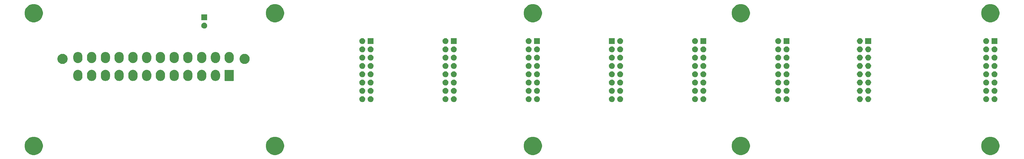
<source format=gbr>
G04 #@! TF.GenerationSoftware,KiCad,Pcbnew,5.1.5+dfsg1-2build2*
G04 #@! TF.CreationDate,2020-12-17T01:47:48-07:00*
G04 #@! TF.ProjectId,eurorackBus,6575726f-7261-4636-9b42-75732e6b6963,rev?*
G04 #@! TF.SameCoordinates,Original*
G04 #@! TF.FileFunction,Soldermask,Bot*
G04 #@! TF.FilePolarity,Negative*
%FSLAX46Y46*%
G04 Gerber Fmt 4.6, Leading zero omitted, Abs format (unit mm)*
G04 Created by KiCad (PCBNEW 5.1.5+dfsg1-2build2) date 2020-12-17 01:47:48*
%MOMM*%
%LPD*%
G04 APERTURE LIST*
%ADD10C,0.100000*%
G04 APERTURE END LIST*
D10*
G36*
X16057020Y-114146641D02*
G01*
X16566769Y-114357786D01*
X16566771Y-114357787D01*
X17025533Y-114664322D01*
X17415678Y-115054467D01*
X17722213Y-115513229D01*
X17722214Y-115513231D01*
X17933359Y-116022980D01*
X18040999Y-116564124D01*
X18040999Y-117115876D01*
X17933359Y-117657020D01*
X17722214Y-118166769D01*
X17722213Y-118166771D01*
X17415678Y-118625533D01*
X17025533Y-119015678D01*
X16566771Y-119322213D01*
X16566770Y-119322214D01*
X16566769Y-119322214D01*
X16057020Y-119533359D01*
X15515876Y-119640999D01*
X14964124Y-119640999D01*
X14422980Y-119533359D01*
X13913231Y-119322214D01*
X13913230Y-119322214D01*
X13913229Y-119322213D01*
X13454467Y-119015678D01*
X13064322Y-118625533D01*
X12757787Y-118166771D01*
X12757786Y-118166769D01*
X12546641Y-117657020D01*
X12439001Y-117115876D01*
X12439001Y-116564124D01*
X12546641Y-116022980D01*
X12757786Y-115513231D01*
X12757787Y-115513229D01*
X13064322Y-115054467D01*
X13454467Y-114664322D01*
X13913229Y-114357787D01*
X13913231Y-114357786D01*
X14422980Y-114146641D01*
X14964124Y-114039001D01*
X15515876Y-114039001D01*
X16057020Y-114146641D01*
G37*
G36*
X89717020Y-114146641D02*
G01*
X90226769Y-114357786D01*
X90226771Y-114357787D01*
X90685533Y-114664322D01*
X91075678Y-115054467D01*
X91382213Y-115513229D01*
X91382214Y-115513231D01*
X91593359Y-116022980D01*
X91700999Y-116564124D01*
X91700999Y-117115876D01*
X91593359Y-117657020D01*
X91382214Y-118166769D01*
X91382213Y-118166771D01*
X91075678Y-118625533D01*
X90685533Y-119015678D01*
X90226771Y-119322213D01*
X90226770Y-119322214D01*
X90226769Y-119322214D01*
X89717020Y-119533359D01*
X89175876Y-119640999D01*
X88624124Y-119640999D01*
X88082980Y-119533359D01*
X87573231Y-119322214D01*
X87573230Y-119322214D01*
X87573229Y-119322213D01*
X87114467Y-119015678D01*
X86724322Y-118625533D01*
X86417787Y-118166771D01*
X86417786Y-118166769D01*
X86206641Y-117657020D01*
X86099001Y-117115876D01*
X86099001Y-116564124D01*
X86206641Y-116022980D01*
X86417786Y-115513231D01*
X86417787Y-115513229D01*
X86724322Y-115054467D01*
X87114467Y-114664322D01*
X87573229Y-114357787D01*
X87573231Y-114357786D01*
X88082980Y-114146641D01*
X88624124Y-114039001D01*
X89175876Y-114039001D01*
X89717020Y-114146641D01*
G37*
G36*
X308157020Y-114146641D02*
G01*
X308666769Y-114357786D01*
X308666771Y-114357787D01*
X309125533Y-114664322D01*
X309515678Y-115054467D01*
X309822213Y-115513229D01*
X309822214Y-115513231D01*
X310033359Y-116022980D01*
X310140999Y-116564124D01*
X310140999Y-117115876D01*
X310033359Y-117657020D01*
X309822214Y-118166769D01*
X309822213Y-118166771D01*
X309515678Y-118625533D01*
X309125533Y-119015678D01*
X308666771Y-119322213D01*
X308666770Y-119322214D01*
X308666769Y-119322214D01*
X308157020Y-119533359D01*
X307615876Y-119640999D01*
X307064124Y-119640999D01*
X306522980Y-119533359D01*
X306013231Y-119322214D01*
X306013230Y-119322214D01*
X306013229Y-119322213D01*
X305554467Y-119015678D01*
X305164322Y-118625533D01*
X304857787Y-118166771D01*
X304857786Y-118166769D01*
X304646641Y-117657020D01*
X304539001Y-117115876D01*
X304539001Y-116564124D01*
X304646641Y-116022980D01*
X304857786Y-115513231D01*
X304857787Y-115513229D01*
X305164322Y-115054467D01*
X305554467Y-114664322D01*
X306013229Y-114357787D01*
X306013231Y-114357786D01*
X306522980Y-114146641D01*
X307064124Y-114039001D01*
X307615876Y-114039001D01*
X308157020Y-114146641D01*
G37*
G36*
X168457020Y-114146641D02*
G01*
X168966769Y-114357786D01*
X168966771Y-114357787D01*
X169425533Y-114664322D01*
X169815678Y-115054467D01*
X170122213Y-115513229D01*
X170122214Y-115513231D01*
X170333359Y-116022980D01*
X170440999Y-116564124D01*
X170440999Y-117115876D01*
X170333359Y-117657020D01*
X170122214Y-118166769D01*
X170122213Y-118166771D01*
X169815678Y-118625533D01*
X169425533Y-119015678D01*
X168966771Y-119322213D01*
X168966770Y-119322214D01*
X168966769Y-119322214D01*
X168457020Y-119533359D01*
X167915876Y-119640999D01*
X167364124Y-119640999D01*
X166822980Y-119533359D01*
X166313231Y-119322214D01*
X166313230Y-119322214D01*
X166313229Y-119322213D01*
X165854467Y-119015678D01*
X165464322Y-118625533D01*
X165157787Y-118166771D01*
X165157786Y-118166769D01*
X164946641Y-117657020D01*
X164839001Y-117115876D01*
X164839001Y-116564124D01*
X164946641Y-116022980D01*
X165157786Y-115513231D01*
X165157787Y-115513229D01*
X165464322Y-115054467D01*
X165854467Y-114664322D01*
X166313229Y-114357787D01*
X166313231Y-114357786D01*
X166822980Y-114146641D01*
X167364124Y-114039001D01*
X167915876Y-114039001D01*
X168457020Y-114146641D01*
G37*
G36*
X231957020Y-114146641D02*
G01*
X232466769Y-114357786D01*
X232466771Y-114357787D01*
X232925533Y-114664322D01*
X233315678Y-115054467D01*
X233622213Y-115513229D01*
X233622214Y-115513231D01*
X233833359Y-116022980D01*
X233940999Y-116564124D01*
X233940999Y-117115876D01*
X233833359Y-117657020D01*
X233622214Y-118166769D01*
X233622213Y-118166771D01*
X233315678Y-118625533D01*
X232925533Y-119015678D01*
X232466771Y-119322213D01*
X232466770Y-119322214D01*
X232466769Y-119322214D01*
X231957020Y-119533359D01*
X231415876Y-119640999D01*
X230864124Y-119640999D01*
X230322980Y-119533359D01*
X229813231Y-119322214D01*
X229813230Y-119322214D01*
X229813229Y-119322213D01*
X229354467Y-119015678D01*
X228964322Y-118625533D01*
X228657787Y-118166771D01*
X228657786Y-118166769D01*
X228446641Y-117657020D01*
X228339001Y-117115876D01*
X228339001Y-116564124D01*
X228446641Y-116022980D01*
X228657786Y-115513231D01*
X228657787Y-115513229D01*
X228964322Y-115054467D01*
X229354467Y-114664322D01*
X229813229Y-114357787D01*
X229813231Y-114357786D01*
X230322980Y-114146641D01*
X230864124Y-114039001D01*
X231415876Y-114039001D01*
X231957020Y-114146641D01*
G37*
G36*
X194423512Y-101608928D02*
G01*
X194572812Y-101638625D01*
X194736784Y-101706545D01*
X194884354Y-101805148D01*
X195009853Y-101930647D01*
X195108456Y-102078217D01*
X195176376Y-102242189D01*
X195211000Y-102416260D01*
X195211000Y-102593742D01*
X195176376Y-102767813D01*
X195108456Y-102931785D01*
X195009853Y-103079355D01*
X194884354Y-103204854D01*
X194736784Y-103303457D01*
X194572812Y-103371377D01*
X194423512Y-103401074D01*
X194398742Y-103406001D01*
X194221258Y-103406001D01*
X194196488Y-103401074D01*
X194047188Y-103371377D01*
X193883216Y-103303457D01*
X193735646Y-103204854D01*
X193610147Y-103079355D01*
X193511544Y-102931785D01*
X193443624Y-102767813D01*
X193409000Y-102593742D01*
X193409000Y-102416260D01*
X193443624Y-102242189D01*
X193511544Y-102078217D01*
X193610147Y-101930647D01*
X193735646Y-101805148D01*
X193883216Y-101706545D01*
X194047188Y-101638625D01*
X194196488Y-101608928D01*
X194221258Y-101604001D01*
X194398742Y-101604001D01*
X194423512Y-101608928D01*
G37*
G36*
X306183512Y-101608928D02*
G01*
X306332812Y-101638625D01*
X306496784Y-101706545D01*
X306644354Y-101805148D01*
X306769853Y-101930647D01*
X306868456Y-102078217D01*
X306936376Y-102242189D01*
X306971000Y-102416260D01*
X306971000Y-102593742D01*
X306936376Y-102767813D01*
X306868456Y-102931785D01*
X306769853Y-103079355D01*
X306644354Y-103204854D01*
X306496784Y-103303457D01*
X306332812Y-103371377D01*
X306183512Y-103401074D01*
X306158742Y-103406001D01*
X305981258Y-103406001D01*
X305956488Y-103401074D01*
X305807188Y-103371377D01*
X305643216Y-103303457D01*
X305495646Y-103204854D01*
X305370147Y-103079355D01*
X305271544Y-102931785D01*
X305203624Y-102767813D01*
X305169000Y-102593742D01*
X305169000Y-102416260D01*
X305203624Y-102242189D01*
X305271544Y-102078217D01*
X305370147Y-101930647D01*
X305495646Y-101805148D01*
X305643216Y-101706545D01*
X305807188Y-101638625D01*
X305956488Y-101608928D01*
X305981258Y-101604001D01*
X306158742Y-101604001D01*
X306183512Y-101608928D01*
G37*
G36*
X267608513Y-101608928D02*
G01*
X267757813Y-101638625D01*
X267921785Y-101706545D01*
X268069355Y-101805148D01*
X268194854Y-101930647D01*
X268293457Y-102078217D01*
X268361377Y-102242189D01*
X268396001Y-102416260D01*
X268396001Y-102593742D01*
X268361377Y-102767813D01*
X268293457Y-102931785D01*
X268194854Y-103079355D01*
X268069355Y-103204854D01*
X267921785Y-103303457D01*
X267757813Y-103371377D01*
X267608513Y-103401074D01*
X267583743Y-103406001D01*
X267406259Y-103406001D01*
X267381489Y-103401074D01*
X267232189Y-103371377D01*
X267068217Y-103303457D01*
X266920647Y-103204854D01*
X266795148Y-103079355D01*
X266696545Y-102931785D01*
X266628625Y-102767813D01*
X266594001Y-102593742D01*
X266594001Y-102416260D01*
X266628625Y-102242189D01*
X266696545Y-102078217D01*
X266795148Y-101930647D01*
X266920647Y-101805148D01*
X267068217Y-101706545D01*
X267232189Y-101638625D01*
X267381489Y-101608928D01*
X267406259Y-101604001D01*
X267583743Y-101604001D01*
X267608513Y-101608928D01*
G37*
G36*
X242683512Y-101608928D02*
G01*
X242832812Y-101638625D01*
X242996784Y-101706545D01*
X243144354Y-101805148D01*
X243269853Y-101930647D01*
X243368456Y-102078217D01*
X243436376Y-102242189D01*
X243471000Y-102416260D01*
X243471000Y-102593742D01*
X243436376Y-102767813D01*
X243368456Y-102931785D01*
X243269853Y-103079355D01*
X243144354Y-103204854D01*
X242996784Y-103303457D01*
X242832812Y-103371377D01*
X242683512Y-103401074D01*
X242658742Y-103406001D01*
X242481258Y-103406001D01*
X242456488Y-103401074D01*
X242307188Y-103371377D01*
X242143216Y-103303457D01*
X241995646Y-103204854D01*
X241870147Y-103079355D01*
X241771544Y-102931785D01*
X241703624Y-102767813D01*
X241669000Y-102593742D01*
X241669000Y-102416260D01*
X241703624Y-102242189D01*
X241771544Y-102078217D01*
X241870147Y-101930647D01*
X241995646Y-101805148D01*
X242143216Y-101706545D01*
X242307188Y-101638625D01*
X242456488Y-101608928D01*
X242481258Y-101604001D01*
X242658742Y-101604001D01*
X242683512Y-101608928D01*
G37*
G36*
X245223512Y-101608928D02*
G01*
X245372812Y-101638625D01*
X245536784Y-101706545D01*
X245684354Y-101805148D01*
X245809853Y-101930647D01*
X245908456Y-102078217D01*
X245976376Y-102242189D01*
X246011000Y-102416260D01*
X246011000Y-102593742D01*
X245976376Y-102767813D01*
X245908456Y-102931785D01*
X245809853Y-103079355D01*
X245684354Y-103204854D01*
X245536784Y-103303457D01*
X245372812Y-103371377D01*
X245223512Y-103401074D01*
X245198742Y-103406001D01*
X245021258Y-103406001D01*
X244996488Y-103401074D01*
X244847188Y-103371377D01*
X244683216Y-103303457D01*
X244535646Y-103204854D01*
X244410147Y-103079355D01*
X244311544Y-102931785D01*
X244243624Y-102767813D01*
X244209000Y-102593742D01*
X244209000Y-102416260D01*
X244243624Y-102242189D01*
X244311544Y-102078217D01*
X244410147Y-101930647D01*
X244535646Y-101805148D01*
X244683216Y-101706545D01*
X244847188Y-101638625D01*
X244996488Y-101608928D01*
X245021258Y-101604001D01*
X245198742Y-101604001D01*
X245223512Y-101608928D01*
G37*
G36*
X219823512Y-101608928D02*
G01*
X219972812Y-101638625D01*
X220136784Y-101706545D01*
X220284354Y-101805148D01*
X220409853Y-101930647D01*
X220508456Y-102078217D01*
X220576376Y-102242189D01*
X220611000Y-102416260D01*
X220611000Y-102593742D01*
X220576376Y-102767813D01*
X220508456Y-102931785D01*
X220409853Y-103079355D01*
X220284354Y-103204854D01*
X220136784Y-103303457D01*
X219972812Y-103371377D01*
X219823512Y-103401074D01*
X219798742Y-103406001D01*
X219621258Y-103406001D01*
X219596488Y-103401074D01*
X219447188Y-103371377D01*
X219283216Y-103303457D01*
X219135646Y-103204854D01*
X219010147Y-103079355D01*
X218911544Y-102931785D01*
X218843624Y-102767813D01*
X218809000Y-102593742D01*
X218809000Y-102416260D01*
X218843624Y-102242189D01*
X218911544Y-102078217D01*
X219010147Y-101930647D01*
X219135646Y-101805148D01*
X219283216Y-101706545D01*
X219447188Y-101638625D01*
X219596488Y-101608928D01*
X219621258Y-101604001D01*
X219798742Y-101604001D01*
X219823512Y-101608928D01*
G37*
G36*
X217283512Y-101608928D02*
G01*
X217432812Y-101638625D01*
X217596784Y-101706545D01*
X217744354Y-101805148D01*
X217869853Y-101930647D01*
X217968456Y-102078217D01*
X218036376Y-102242189D01*
X218071000Y-102416260D01*
X218071000Y-102593742D01*
X218036376Y-102767813D01*
X217968456Y-102931785D01*
X217869853Y-103079355D01*
X217744354Y-103204854D01*
X217596784Y-103303457D01*
X217432812Y-103371377D01*
X217283512Y-103401074D01*
X217258742Y-103406001D01*
X217081258Y-103406001D01*
X217056488Y-103401074D01*
X216907188Y-103371377D01*
X216743216Y-103303457D01*
X216595646Y-103204854D01*
X216470147Y-103079355D01*
X216371544Y-102931785D01*
X216303624Y-102767813D01*
X216269000Y-102593742D01*
X216269000Y-102416260D01*
X216303624Y-102242189D01*
X216371544Y-102078217D01*
X216470147Y-101930647D01*
X216595646Y-101805148D01*
X216743216Y-101706545D01*
X216907188Y-101638625D01*
X217056488Y-101608928D01*
X217081258Y-101604001D01*
X217258742Y-101604001D01*
X217283512Y-101608928D01*
G37*
G36*
X191883512Y-101608928D02*
G01*
X192032812Y-101638625D01*
X192196784Y-101706545D01*
X192344354Y-101805148D01*
X192469853Y-101930647D01*
X192568456Y-102078217D01*
X192636376Y-102242189D01*
X192671000Y-102416260D01*
X192671000Y-102593742D01*
X192636376Y-102767813D01*
X192568456Y-102931785D01*
X192469853Y-103079355D01*
X192344354Y-103204854D01*
X192196784Y-103303457D01*
X192032812Y-103371377D01*
X191883512Y-103401074D01*
X191858742Y-103406001D01*
X191681258Y-103406001D01*
X191656488Y-103401074D01*
X191507188Y-103371377D01*
X191343216Y-103303457D01*
X191195646Y-103204854D01*
X191070147Y-103079355D01*
X190971544Y-102931785D01*
X190903624Y-102767813D01*
X190869000Y-102593742D01*
X190869000Y-102416260D01*
X190903624Y-102242189D01*
X190971544Y-102078217D01*
X191070147Y-101930647D01*
X191195646Y-101805148D01*
X191343216Y-101706545D01*
X191507188Y-101638625D01*
X191656488Y-101608928D01*
X191681258Y-101604001D01*
X191858742Y-101604001D01*
X191883512Y-101608928D01*
G37*
G36*
X270148513Y-101608928D02*
G01*
X270297813Y-101638625D01*
X270461785Y-101706545D01*
X270609355Y-101805148D01*
X270734854Y-101930647D01*
X270833457Y-102078217D01*
X270901377Y-102242189D01*
X270936001Y-102416260D01*
X270936001Y-102593742D01*
X270901377Y-102767813D01*
X270833457Y-102931785D01*
X270734854Y-103079355D01*
X270609355Y-103204854D01*
X270461785Y-103303457D01*
X270297813Y-103371377D01*
X270148513Y-103401074D01*
X270123743Y-103406001D01*
X269946259Y-103406001D01*
X269921489Y-103401074D01*
X269772189Y-103371377D01*
X269608217Y-103303457D01*
X269460647Y-103204854D01*
X269335148Y-103079355D01*
X269236545Y-102931785D01*
X269168625Y-102767813D01*
X269134001Y-102593742D01*
X269134001Y-102416260D01*
X269168625Y-102242189D01*
X269236545Y-102078217D01*
X269335148Y-101930647D01*
X269460647Y-101805148D01*
X269608217Y-101706545D01*
X269772189Y-101638625D01*
X269921489Y-101608928D01*
X269946259Y-101604001D01*
X270123743Y-101604001D01*
X270148513Y-101608928D01*
G37*
G36*
X169023512Y-101608928D02*
G01*
X169172812Y-101638625D01*
X169336784Y-101706545D01*
X169484354Y-101805148D01*
X169609853Y-101930647D01*
X169708456Y-102078217D01*
X169776376Y-102242189D01*
X169811000Y-102416260D01*
X169811000Y-102593742D01*
X169776376Y-102767813D01*
X169708456Y-102931785D01*
X169609853Y-103079355D01*
X169484354Y-103204854D01*
X169336784Y-103303457D01*
X169172812Y-103371377D01*
X169023512Y-103401074D01*
X168998742Y-103406001D01*
X168821258Y-103406001D01*
X168796488Y-103401074D01*
X168647188Y-103371377D01*
X168483216Y-103303457D01*
X168335646Y-103204854D01*
X168210147Y-103079355D01*
X168111544Y-102931785D01*
X168043624Y-102767813D01*
X168009000Y-102593742D01*
X168009000Y-102416260D01*
X168043624Y-102242189D01*
X168111544Y-102078217D01*
X168210147Y-101930647D01*
X168335646Y-101805148D01*
X168483216Y-101706545D01*
X168647188Y-101638625D01*
X168796488Y-101608928D01*
X168821258Y-101604001D01*
X168998742Y-101604001D01*
X169023512Y-101608928D01*
G37*
G36*
X143623512Y-101608928D02*
G01*
X143772812Y-101638625D01*
X143936784Y-101706545D01*
X144084354Y-101805148D01*
X144209853Y-101930647D01*
X144308456Y-102078217D01*
X144376376Y-102242189D01*
X144411000Y-102416260D01*
X144411000Y-102593742D01*
X144376376Y-102767813D01*
X144308456Y-102931785D01*
X144209853Y-103079355D01*
X144084354Y-103204854D01*
X143936784Y-103303457D01*
X143772812Y-103371377D01*
X143623512Y-103401074D01*
X143598742Y-103406001D01*
X143421258Y-103406001D01*
X143396488Y-103401074D01*
X143247188Y-103371377D01*
X143083216Y-103303457D01*
X142935646Y-103204854D01*
X142810147Y-103079355D01*
X142711544Y-102931785D01*
X142643624Y-102767813D01*
X142609000Y-102593742D01*
X142609000Y-102416260D01*
X142643624Y-102242189D01*
X142711544Y-102078217D01*
X142810147Y-101930647D01*
X142935646Y-101805148D01*
X143083216Y-101706545D01*
X143247188Y-101638625D01*
X143396488Y-101608928D01*
X143421258Y-101604001D01*
X143598742Y-101604001D01*
X143623512Y-101608928D01*
G37*
G36*
X141083512Y-101608928D02*
G01*
X141232812Y-101638625D01*
X141396784Y-101706545D01*
X141544354Y-101805148D01*
X141669853Y-101930647D01*
X141768456Y-102078217D01*
X141836376Y-102242189D01*
X141871000Y-102416260D01*
X141871000Y-102593742D01*
X141836376Y-102767813D01*
X141768456Y-102931785D01*
X141669853Y-103079355D01*
X141544354Y-103204854D01*
X141396784Y-103303457D01*
X141232812Y-103371377D01*
X141083512Y-103401074D01*
X141058742Y-103406001D01*
X140881258Y-103406001D01*
X140856488Y-103401074D01*
X140707188Y-103371377D01*
X140543216Y-103303457D01*
X140395646Y-103204854D01*
X140270147Y-103079355D01*
X140171544Y-102931785D01*
X140103624Y-102767813D01*
X140069000Y-102593742D01*
X140069000Y-102416260D01*
X140103624Y-102242189D01*
X140171544Y-102078217D01*
X140270147Y-101930647D01*
X140395646Y-101805148D01*
X140543216Y-101706545D01*
X140707188Y-101638625D01*
X140856488Y-101608928D01*
X140881258Y-101604001D01*
X141058742Y-101604001D01*
X141083512Y-101608928D01*
G37*
G36*
X115683512Y-101608928D02*
G01*
X115832812Y-101638625D01*
X115996784Y-101706545D01*
X116144354Y-101805148D01*
X116269853Y-101930647D01*
X116368456Y-102078217D01*
X116436376Y-102242189D01*
X116471000Y-102416260D01*
X116471000Y-102593742D01*
X116436376Y-102767813D01*
X116368456Y-102931785D01*
X116269853Y-103079355D01*
X116144354Y-103204854D01*
X115996784Y-103303457D01*
X115832812Y-103371377D01*
X115683512Y-103401074D01*
X115658742Y-103406001D01*
X115481258Y-103406001D01*
X115456488Y-103401074D01*
X115307188Y-103371377D01*
X115143216Y-103303457D01*
X114995646Y-103204854D01*
X114870147Y-103079355D01*
X114771544Y-102931785D01*
X114703624Y-102767813D01*
X114669000Y-102593742D01*
X114669000Y-102416260D01*
X114703624Y-102242189D01*
X114771544Y-102078217D01*
X114870147Y-101930647D01*
X114995646Y-101805148D01*
X115143216Y-101706545D01*
X115307188Y-101638625D01*
X115456488Y-101608928D01*
X115481258Y-101604001D01*
X115658742Y-101604001D01*
X115683512Y-101608928D01*
G37*
G36*
X118223512Y-101608928D02*
G01*
X118372812Y-101638625D01*
X118536784Y-101706545D01*
X118684354Y-101805148D01*
X118809853Y-101930647D01*
X118908456Y-102078217D01*
X118976376Y-102242189D01*
X119011000Y-102416260D01*
X119011000Y-102593742D01*
X118976376Y-102767813D01*
X118908456Y-102931785D01*
X118809853Y-103079355D01*
X118684354Y-103204854D01*
X118536784Y-103303457D01*
X118372812Y-103371377D01*
X118223512Y-103401074D01*
X118198742Y-103406001D01*
X118021258Y-103406001D01*
X117996488Y-103401074D01*
X117847188Y-103371377D01*
X117683216Y-103303457D01*
X117535646Y-103204854D01*
X117410147Y-103079355D01*
X117311544Y-102931785D01*
X117243624Y-102767813D01*
X117209000Y-102593742D01*
X117209000Y-102416260D01*
X117243624Y-102242189D01*
X117311544Y-102078217D01*
X117410147Y-101930647D01*
X117535646Y-101805148D01*
X117683216Y-101706545D01*
X117847188Y-101638625D01*
X117996488Y-101608928D01*
X118021258Y-101604001D01*
X118198742Y-101604001D01*
X118223512Y-101608928D01*
G37*
G36*
X308723512Y-101608928D02*
G01*
X308872812Y-101638625D01*
X309036784Y-101706545D01*
X309184354Y-101805148D01*
X309309853Y-101930647D01*
X309408456Y-102078217D01*
X309476376Y-102242189D01*
X309511000Y-102416260D01*
X309511000Y-102593742D01*
X309476376Y-102767813D01*
X309408456Y-102931785D01*
X309309853Y-103079355D01*
X309184354Y-103204854D01*
X309036784Y-103303457D01*
X308872812Y-103371377D01*
X308723512Y-103401074D01*
X308698742Y-103406001D01*
X308521258Y-103406001D01*
X308496488Y-103401074D01*
X308347188Y-103371377D01*
X308183216Y-103303457D01*
X308035646Y-103204854D01*
X307910147Y-103079355D01*
X307811544Y-102931785D01*
X307743624Y-102767813D01*
X307709000Y-102593742D01*
X307709000Y-102416260D01*
X307743624Y-102242189D01*
X307811544Y-102078217D01*
X307910147Y-101930647D01*
X308035646Y-101805148D01*
X308183216Y-101706545D01*
X308347188Y-101638625D01*
X308496488Y-101608928D01*
X308521258Y-101604001D01*
X308698742Y-101604001D01*
X308723512Y-101608928D01*
G37*
G36*
X166483512Y-101608928D02*
G01*
X166632812Y-101638625D01*
X166796784Y-101706545D01*
X166944354Y-101805148D01*
X167069853Y-101930647D01*
X167168456Y-102078217D01*
X167236376Y-102242189D01*
X167271000Y-102416260D01*
X167271000Y-102593742D01*
X167236376Y-102767813D01*
X167168456Y-102931785D01*
X167069853Y-103079355D01*
X166944354Y-103204854D01*
X166796784Y-103303457D01*
X166632812Y-103371377D01*
X166483512Y-103401074D01*
X166458742Y-103406001D01*
X166281258Y-103406001D01*
X166256488Y-103401074D01*
X166107188Y-103371377D01*
X165943216Y-103303457D01*
X165795646Y-103204854D01*
X165670147Y-103079355D01*
X165571544Y-102931785D01*
X165503624Y-102767813D01*
X165469000Y-102593742D01*
X165469000Y-102416260D01*
X165503624Y-102242189D01*
X165571544Y-102078217D01*
X165670147Y-101930647D01*
X165795646Y-101805148D01*
X165943216Y-101706545D01*
X166107188Y-101638625D01*
X166256488Y-101608928D01*
X166281258Y-101604001D01*
X166458742Y-101604001D01*
X166483512Y-101608928D01*
G37*
G36*
X169023512Y-99068928D02*
G01*
X169172812Y-99098625D01*
X169336784Y-99166545D01*
X169484354Y-99265148D01*
X169609853Y-99390647D01*
X169708456Y-99538217D01*
X169776376Y-99702189D01*
X169811000Y-99876260D01*
X169811000Y-100053742D01*
X169776376Y-100227813D01*
X169708456Y-100391785D01*
X169609853Y-100539355D01*
X169484354Y-100664854D01*
X169336784Y-100763457D01*
X169172812Y-100831377D01*
X169023512Y-100861074D01*
X168998742Y-100866001D01*
X168821258Y-100866001D01*
X168796488Y-100861074D01*
X168647188Y-100831377D01*
X168483216Y-100763457D01*
X168335646Y-100664854D01*
X168210147Y-100539355D01*
X168111544Y-100391785D01*
X168043624Y-100227813D01*
X168009000Y-100053742D01*
X168009000Y-99876260D01*
X168043624Y-99702189D01*
X168111544Y-99538217D01*
X168210147Y-99390647D01*
X168335646Y-99265148D01*
X168483216Y-99166545D01*
X168647188Y-99098625D01*
X168796488Y-99068928D01*
X168821258Y-99064001D01*
X168998742Y-99064001D01*
X169023512Y-99068928D01*
G37*
G36*
X306183512Y-99068928D02*
G01*
X306332812Y-99098625D01*
X306496784Y-99166545D01*
X306644354Y-99265148D01*
X306769853Y-99390647D01*
X306868456Y-99538217D01*
X306936376Y-99702189D01*
X306971000Y-99876260D01*
X306971000Y-100053742D01*
X306936376Y-100227813D01*
X306868456Y-100391785D01*
X306769853Y-100539355D01*
X306644354Y-100664854D01*
X306496784Y-100763457D01*
X306332812Y-100831377D01*
X306183512Y-100861074D01*
X306158742Y-100866001D01*
X305981258Y-100866001D01*
X305956488Y-100861074D01*
X305807188Y-100831377D01*
X305643216Y-100763457D01*
X305495646Y-100664854D01*
X305370147Y-100539355D01*
X305271544Y-100391785D01*
X305203624Y-100227813D01*
X305169000Y-100053742D01*
X305169000Y-99876260D01*
X305203624Y-99702189D01*
X305271544Y-99538217D01*
X305370147Y-99390647D01*
X305495646Y-99265148D01*
X305643216Y-99166545D01*
X305807188Y-99098625D01*
X305956488Y-99068928D01*
X305981258Y-99064001D01*
X306158742Y-99064001D01*
X306183512Y-99068928D01*
G37*
G36*
X308723512Y-99068928D02*
G01*
X308872812Y-99098625D01*
X309036784Y-99166545D01*
X309184354Y-99265148D01*
X309309853Y-99390647D01*
X309408456Y-99538217D01*
X309476376Y-99702189D01*
X309511000Y-99876260D01*
X309511000Y-100053742D01*
X309476376Y-100227813D01*
X309408456Y-100391785D01*
X309309853Y-100539355D01*
X309184354Y-100664854D01*
X309036784Y-100763457D01*
X308872812Y-100831377D01*
X308723512Y-100861074D01*
X308698742Y-100866001D01*
X308521258Y-100866001D01*
X308496488Y-100861074D01*
X308347188Y-100831377D01*
X308183216Y-100763457D01*
X308035646Y-100664854D01*
X307910147Y-100539355D01*
X307811544Y-100391785D01*
X307743624Y-100227813D01*
X307709000Y-100053742D01*
X307709000Y-99876260D01*
X307743624Y-99702189D01*
X307811544Y-99538217D01*
X307910147Y-99390647D01*
X308035646Y-99265148D01*
X308183216Y-99166545D01*
X308347188Y-99098625D01*
X308496488Y-99068928D01*
X308521258Y-99064001D01*
X308698742Y-99064001D01*
X308723512Y-99068928D01*
G37*
G36*
X270148513Y-99068928D02*
G01*
X270297813Y-99098625D01*
X270461785Y-99166545D01*
X270609355Y-99265148D01*
X270734854Y-99390647D01*
X270833457Y-99538217D01*
X270901377Y-99702189D01*
X270936001Y-99876260D01*
X270936001Y-100053742D01*
X270901377Y-100227813D01*
X270833457Y-100391785D01*
X270734854Y-100539355D01*
X270609355Y-100664854D01*
X270461785Y-100763457D01*
X270297813Y-100831377D01*
X270148513Y-100861074D01*
X270123743Y-100866001D01*
X269946259Y-100866001D01*
X269921489Y-100861074D01*
X269772189Y-100831377D01*
X269608217Y-100763457D01*
X269460647Y-100664854D01*
X269335148Y-100539355D01*
X269236545Y-100391785D01*
X269168625Y-100227813D01*
X269134001Y-100053742D01*
X269134001Y-99876260D01*
X269168625Y-99702189D01*
X269236545Y-99538217D01*
X269335148Y-99390647D01*
X269460647Y-99265148D01*
X269608217Y-99166545D01*
X269772189Y-99098625D01*
X269921489Y-99068928D01*
X269946259Y-99064001D01*
X270123743Y-99064001D01*
X270148513Y-99068928D01*
G37*
G36*
X267608513Y-99068928D02*
G01*
X267757813Y-99098625D01*
X267921785Y-99166545D01*
X268069355Y-99265148D01*
X268194854Y-99390647D01*
X268293457Y-99538217D01*
X268361377Y-99702189D01*
X268396001Y-99876260D01*
X268396001Y-100053742D01*
X268361377Y-100227813D01*
X268293457Y-100391785D01*
X268194854Y-100539355D01*
X268069355Y-100664854D01*
X267921785Y-100763457D01*
X267757813Y-100831377D01*
X267608513Y-100861074D01*
X267583743Y-100866001D01*
X267406259Y-100866001D01*
X267381489Y-100861074D01*
X267232189Y-100831377D01*
X267068217Y-100763457D01*
X266920647Y-100664854D01*
X266795148Y-100539355D01*
X266696545Y-100391785D01*
X266628625Y-100227813D01*
X266594001Y-100053742D01*
X266594001Y-99876260D01*
X266628625Y-99702189D01*
X266696545Y-99538217D01*
X266795148Y-99390647D01*
X266920647Y-99265148D01*
X267068217Y-99166545D01*
X267232189Y-99098625D01*
X267381489Y-99068928D01*
X267406259Y-99064001D01*
X267583743Y-99064001D01*
X267608513Y-99068928D01*
G37*
G36*
X242683512Y-99068928D02*
G01*
X242832812Y-99098625D01*
X242996784Y-99166545D01*
X243144354Y-99265148D01*
X243269853Y-99390647D01*
X243368456Y-99538217D01*
X243436376Y-99702189D01*
X243471000Y-99876260D01*
X243471000Y-100053742D01*
X243436376Y-100227813D01*
X243368456Y-100391785D01*
X243269853Y-100539355D01*
X243144354Y-100664854D01*
X242996784Y-100763457D01*
X242832812Y-100831377D01*
X242683512Y-100861074D01*
X242658742Y-100866001D01*
X242481258Y-100866001D01*
X242456488Y-100861074D01*
X242307188Y-100831377D01*
X242143216Y-100763457D01*
X241995646Y-100664854D01*
X241870147Y-100539355D01*
X241771544Y-100391785D01*
X241703624Y-100227813D01*
X241669000Y-100053742D01*
X241669000Y-99876260D01*
X241703624Y-99702189D01*
X241771544Y-99538217D01*
X241870147Y-99390647D01*
X241995646Y-99265148D01*
X242143216Y-99166545D01*
X242307188Y-99098625D01*
X242456488Y-99068928D01*
X242481258Y-99064001D01*
X242658742Y-99064001D01*
X242683512Y-99068928D01*
G37*
G36*
X245223512Y-99068928D02*
G01*
X245372812Y-99098625D01*
X245536784Y-99166545D01*
X245684354Y-99265148D01*
X245809853Y-99390647D01*
X245908456Y-99538217D01*
X245976376Y-99702189D01*
X246011000Y-99876260D01*
X246011000Y-100053742D01*
X245976376Y-100227813D01*
X245908456Y-100391785D01*
X245809853Y-100539355D01*
X245684354Y-100664854D01*
X245536784Y-100763457D01*
X245372812Y-100831377D01*
X245223512Y-100861074D01*
X245198742Y-100866001D01*
X245021258Y-100866001D01*
X244996488Y-100861074D01*
X244847188Y-100831377D01*
X244683216Y-100763457D01*
X244535646Y-100664854D01*
X244410147Y-100539355D01*
X244311544Y-100391785D01*
X244243624Y-100227813D01*
X244209000Y-100053742D01*
X244209000Y-99876260D01*
X244243624Y-99702189D01*
X244311544Y-99538217D01*
X244410147Y-99390647D01*
X244535646Y-99265148D01*
X244683216Y-99166545D01*
X244847188Y-99098625D01*
X244996488Y-99068928D01*
X245021258Y-99064001D01*
X245198742Y-99064001D01*
X245223512Y-99068928D01*
G37*
G36*
X219823512Y-99068928D02*
G01*
X219972812Y-99098625D01*
X220136784Y-99166545D01*
X220284354Y-99265148D01*
X220409853Y-99390647D01*
X220508456Y-99538217D01*
X220576376Y-99702189D01*
X220611000Y-99876260D01*
X220611000Y-100053742D01*
X220576376Y-100227813D01*
X220508456Y-100391785D01*
X220409853Y-100539355D01*
X220284354Y-100664854D01*
X220136784Y-100763457D01*
X219972812Y-100831377D01*
X219823512Y-100861074D01*
X219798742Y-100866001D01*
X219621258Y-100866001D01*
X219596488Y-100861074D01*
X219447188Y-100831377D01*
X219283216Y-100763457D01*
X219135646Y-100664854D01*
X219010147Y-100539355D01*
X218911544Y-100391785D01*
X218843624Y-100227813D01*
X218809000Y-100053742D01*
X218809000Y-99876260D01*
X218843624Y-99702189D01*
X218911544Y-99538217D01*
X219010147Y-99390647D01*
X219135646Y-99265148D01*
X219283216Y-99166545D01*
X219447188Y-99098625D01*
X219596488Y-99068928D01*
X219621258Y-99064001D01*
X219798742Y-99064001D01*
X219823512Y-99068928D01*
G37*
G36*
X194423512Y-99068928D02*
G01*
X194572812Y-99098625D01*
X194736784Y-99166545D01*
X194884354Y-99265148D01*
X195009853Y-99390647D01*
X195108456Y-99538217D01*
X195176376Y-99702189D01*
X195211000Y-99876260D01*
X195211000Y-100053742D01*
X195176376Y-100227813D01*
X195108456Y-100391785D01*
X195009853Y-100539355D01*
X194884354Y-100664854D01*
X194736784Y-100763457D01*
X194572812Y-100831377D01*
X194423512Y-100861074D01*
X194398742Y-100866001D01*
X194221258Y-100866001D01*
X194196488Y-100861074D01*
X194047188Y-100831377D01*
X193883216Y-100763457D01*
X193735646Y-100664854D01*
X193610147Y-100539355D01*
X193511544Y-100391785D01*
X193443624Y-100227813D01*
X193409000Y-100053742D01*
X193409000Y-99876260D01*
X193443624Y-99702189D01*
X193511544Y-99538217D01*
X193610147Y-99390647D01*
X193735646Y-99265148D01*
X193883216Y-99166545D01*
X194047188Y-99098625D01*
X194196488Y-99068928D01*
X194221258Y-99064001D01*
X194398742Y-99064001D01*
X194423512Y-99068928D01*
G37*
G36*
X115683512Y-99068928D02*
G01*
X115832812Y-99098625D01*
X115996784Y-99166545D01*
X116144354Y-99265148D01*
X116269853Y-99390647D01*
X116368456Y-99538217D01*
X116436376Y-99702189D01*
X116471000Y-99876260D01*
X116471000Y-100053742D01*
X116436376Y-100227813D01*
X116368456Y-100391785D01*
X116269853Y-100539355D01*
X116144354Y-100664854D01*
X115996784Y-100763457D01*
X115832812Y-100831377D01*
X115683512Y-100861074D01*
X115658742Y-100866001D01*
X115481258Y-100866001D01*
X115456488Y-100861074D01*
X115307188Y-100831377D01*
X115143216Y-100763457D01*
X114995646Y-100664854D01*
X114870147Y-100539355D01*
X114771544Y-100391785D01*
X114703624Y-100227813D01*
X114669000Y-100053742D01*
X114669000Y-99876260D01*
X114703624Y-99702189D01*
X114771544Y-99538217D01*
X114870147Y-99390647D01*
X114995646Y-99265148D01*
X115143216Y-99166545D01*
X115307188Y-99098625D01*
X115456488Y-99068928D01*
X115481258Y-99064001D01*
X115658742Y-99064001D01*
X115683512Y-99068928D01*
G37*
G36*
X118223512Y-99068928D02*
G01*
X118372812Y-99098625D01*
X118536784Y-99166545D01*
X118684354Y-99265148D01*
X118809853Y-99390647D01*
X118908456Y-99538217D01*
X118976376Y-99702189D01*
X119011000Y-99876260D01*
X119011000Y-100053742D01*
X118976376Y-100227813D01*
X118908456Y-100391785D01*
X118809853Y-100539355D01*
X118684354Y-100664854D01*
X118536784Y-100763457D01*
X118372812Y-100831377D01*
X118223512Y-100861074D01*
X118198742Y-100866001D01*
X118021258Y-100866001D01*
X117996488Y-100861074D01*
X117847188Y-100831377D01*
X117683216Y-100763457D01*
X117535646Y-100664854D01*
X117410147Y-100539355D01*
X117311544Y-100391785D01*
X117243624Y-100227813D01*
X117209000Y-100053742D01*
X117209000Y-99876260D01*
X117243624Y-99702189D01*
X117311544Y-99538217D01*
X117410147Y-99390647D01*
X117535646Y-99265148D01*
X117683216Y-99166545D01*
X117847188Y-99098625D01*
X117996488Y-99068928D01*
X118021258Y-99064001D01*
X118198742Y-99064001D01*
X118223512Y-99068928D01*
G37*
G36*
X141083512Y-99068928D02*
G01*
X141232812Y-99098625D01*
X141396784Y-99166545D01*
X141544354Y-99265148D01*
X141669853Y-99390647D01*
X141768456Y-99538217D01*
X141836376Y-99702189D01*
X141871000Y-99876260D01*
X141871000Y-100053742D01*
X141836376Y-100227813D01*
X141768456Y-100391785D01*
X141669853Y-100539355D01*
X141544354Y-100664854D01*
X141396784Y-100763457D01*
X141232812Y-100831377D01*
X141083512Y-100861074D01*
X141058742Y-100866001D01*
X140881258Y-100866001D01*
X140856488Y-100861074D01*
X140707188Y-100831377D01*
X140543216Y-100763457D01*
X140395646Y-100664854D01*
X140270147Y-100539355D01*
X140171544Y-100391785D01*
X140103624Y-100227813D01*
X140069000Y-100053742D01*
X140069000Y-99876260D01*
X140103624Y-99702189D01*
X140171544Y-99538217D01*
X140270147Y-99390647D01*
X140395646Y-99265148D01*
X140543216Y-99166545D01*
X140707188Y-99098625D01*
X140856488Y-99068928D01*
X140881258Y-99064001D01*
X141058742Y-99064001D01*
X141083512Y-99068928D01*
G37*
G36*
X143623512Y-99068928D02*
G01*
X143772812Y-99098625D01*
X143936784Y-99166545D01*
X144084354Y-99265148D01*
X144209853Y-99390647D01*
X144308456Y-99538217D01*
X144376376Y-99702189D01*
X144411000Y-99876260D01*
X144411000Y-100053742D01*
X144376376Y-100227813D01*
X144308456Y-100391785D01*
X144209853Y-100539355D01*
X144084354Y-100664854D01*
X143936784Y-100763457D01*
X143772812Y-100831377D01*
X143623512Y-100861074D01*
X143598742Y-100866001D01*
X143421258Y-100866001D01*
X143396488Y-100861074D01*
X143247188Y-100831377D01*
X143083216Y-100763457D01*
X142935646Y-100664854D01*
X142810147Y-100539355D01*
X142711544Y-100391785D01*
X142643624Y-100227813D01*
X142609000Y-100053742D01*
X142609000Y-99876260D01*
X142643624Y-99702189D01*
X142711544Y-99538217D01*
X142810147Y-99390647D01*
X142935646Y-99265148D01*
X143083216Y-99166545D01*
X143247188Y-99098625D01*
X143396488Y-99068928D01*
X143421258Y-99064001D01*
X143598742Y-99064001D01*
X143623512Y-99068928D01*
G37*
G36*
X191883512Y-99068928D02*
G01*
X192032812Y-99098625D01*
X192196784Y-99166545D01*
X192344354Y-99265148D01*
X192469853Y-99390647D01*
X192568456Y-99538217D01*
X192636376Y-99702189D01*
X192671000Y-99876260D01*
X192671000Y-100053742D01*
X192636376Y-100227813D01*
X192568456Y-100391785D01*
X192469853Y-100539355D01*
X192344354Y-100664854D01*
X192196784Y-100763457D01*
X192032812Y-100831377D01*
X191883512Y-100861074D01*
X191858742Y-100866001D01*
X191681258Y-100866001D01*
X191656488Y-100861074D01*
X191507188Y-100831377D01*
X191343216Y-100763457D01*
X191195646Y-100664854D01*
X191070147Y-100539355D01*
X190971544Y-100391785D01*
X190903624Y-100227813D01*
X190869000Y-100053742D01*
X190869000Y-99876260D01*
X190903624Y-99702189D01*
X190971544Y-99538217D01*
X191070147Y-99390647D01*
X191195646Y-99265148D01*
X191343216Y-99166545D01*
X191507188Y-99098625D01*
X191656488Y-99068928D01*
X191681258Y-99064001D01*
X191858742Y-99064001D01*
X191883512Y-99068928D01*
G37*
G36*
X166483512Y-99068928D02*
G01*
X166632812Y-99098625D01*
X166796784Y-99166545D01*
X166944354Y-99265148D01*
X167069853Y-99390647D01*
X167168456Y-99538217D01*
X167236376Y-99702189D01*
X167271000Y-99876260D01*
X167271000Y-100053742D01*
X167236376Y-100227813D01*
X167168456Y-100391785D01*
X167069853Y-100539355D01*
X166944354Y-100664854D01*
X166796784Y-100763457D01*
X166632812Y-100831377D01*
X166483512Y-100861074D01*
X166458742Y-100866001D01*
X166281258Y-100866001D01*
X166256488Y-100861074D01*
X166107188Y-100831377D01*
X165943216Y-100763457D01*
X165795646Y-100664854D01*
X165670147Y-100539355D01*
X165571544Y-100391785D01*
X165503624Y-100227813D01*
X165469000Y-100053742D01*
X165469000Y-99876260D01*
X165503624Y-99702189D01*
X165571544Y-99538217D01*
X165670147Y-99390647D01*
X165795646Y-99265148D01*
X165943216Y-99166545D01*
X166107188Y-99098625D01*
X166256488Y-99068928D01*
X166281258Y-99064001D01*
X166458742Y-99064001D01*
X166483512Y-99068928D01*
G37*
G36*
X217283512Y-99068928D02*
G01*
X217432812Y-99098625D01*
X217596784Y-99166545D01*
X217744354Y-99265148D01*
X217869853Y-99390647D01*
X217968456Y-99538217D01*
X218036376Y-99702189D01*
X218071000Y-99876260D01*
X218071000Y-100053742D01*
X218036376Y-100227813D01*
X217968456Y-100391785D01*
X217869853Y-100539355D01*
X217744354Y-100664854D01*
X217596784Y-100763457D01*
X217432812Y-100831377D01*
X217283512Y-100861074D01*
X217258742Y-100866001D01*
X217081258Y-100866001D01*
X217056488Y-100861074D01*
X216907188Y-100831377D01*
X216743216Y-100763457D01*
X216595646Y-100664854D01*
X216470147Y-100539355D01*
X216371544Y-100391785D01*
X216303624Y-100227813D01*
X216269000Y-100053742D01*
X216269000Y-99876260D01*
X216303624Y-99702189D01*
X216371544Y-99538217D01*
X216470147Y-99390647D01*
X216595646Y-99265148D01*
X216743216Y-99166545D01*
X216907188Y-99098625D01*
X217056488Y-99068928D01*
X217081258Y-99064001D01*
X217258742Y-99064001D01*
X217283512Y-99068928D01*
G37*
G36*
X191883512Y-96528928D02*
G01*
X192032812Y-96558625D01*
X192196784Y-96626545D01*
X192344354Y-96725148D01*
X192469853Y-96850647D01*
X192568456Y-96998217D01*
X192636376Y-97162189D01*
X192671000Y-97336260D01*
X192671000Y-97513742D01*
X192636376Y-97687813D01*
X192568456Y-97851785D01*
X192469853Y-97999355D01*
X192344354Y-98124854D01*
X192196784Y-98223457D01*
X192032812Y-98291377D01*
X191883512Y-98321074D01*
X191858742Y-98326001D01*
X191681258Y-98326001D01*
X191656488Y-98321074D01*
X191507188Y-98291377D01*
X191343216Y-98223457D01*
X191195646Y-98124854D01*
X191070147Y-97999355D01*
X190971544Y-97851785D01*
X190903624Y-97687813D01*
X190869000Y-97513742D01*
X190869000Y-97336260D01*
X190903624Y-97162189D01*
X190971544Y-96998217D01*
X191070147Y-96850647D01*
X191195646Y-96725148D01*
X191343216Y-96626545D01*
X191507188Y-96558625D01*
X191656488Y-96528928D01*
X191681258Y-96524001D01*
X191858742Y-96524001D01*
X191883512Y-96528928D01*
G37*
G36*
X143623512Y-96528928D02*
G01*
X143772812Y-96558625D01*
X143936784Y-96626545D01*
X144084354Y-96725148D01*
X144209853Y-96850647D01*
X144308456Y-96998217D01*
X144376376Y-97162189D01*
X144411000Y-97336260D01*
X144411000Y-97513742D01*
X144376376Y-97687813D01*
X144308456Y-97851785D01*
X144209853Y-97999355D01*
X144084354Y-98124854D01*
X143936784Y-98223457D01*
X143772812Y-98291377D01*
X143623512Y-98321074D01*
X143598742Y-98326001D01*
X143421258Y-98326001D01*
X143396488Y-98321074D01*
X143247188Y-98291377D01*
X143083216Y-98223457D01*
X142935646Y-98124854D01*
X142810147Y-97999355D01*
X142711544Y-97851785D01*
X142643624Y-97687813D01*
X142609000Y-97513742D01*
X142609000Y-97336260D01*
X142643624Y-97162189D01*
X142711544Y-96998217D01*
X142810147Y-96850647D01*
X142935646Y-96725148D01*
X143083216Y-96626545D01*
X143247188Y-96558625D01*
X143396488Y-96528928D01*
X143421258Y-96524001D01*
X143598742Y-96524001D01*
X143623512Y-96528928D01*
G37*
G36*
X141083512Y-96528928D02*
G01*
X141232812Y-96558625D01*
X141396784Y-96626545D01*
X141544354Y-96725148D01*
X141669853Y-96850647D01*
X141768456Y-96998217D01*
X141836376Y-97162189D01*
X141871000Y-97336260D01*
X141871000Y-97513742D01*
X141836376Y-97687813D01*
X141768456Y-97851785D01*
X141669853Y-97999355D01*
X141544354Y-98124854D01*
X141396784Y-98223457D01*
X141232812Y-98291377D01*
X141083512Y-98321074D01*
X141058742Y-98326001D01*
X140881258Y-98326001D01*
X140856488Y-98321074D01*
X140707188Y-98291377D01*
X140543216Y-98223457D01*
X140395646Y-98124854D01*
X140270147Y-97999355D01*
X140171544Y-97851785D01*
X140103624Y-97687813D01*
X140069000Y-97513742D01*
X140069000Y-97336260D01*
X140103624Y-97162189D01*
X140171544Y-96998217D01*
X140270147Y-96850647D01*
X140395646Y-96725148D01*
X140543216Y-96626545D01*
X140707188Y-96558625D01*
X140856488Y-96528928D01*
X140881258Y-96524001D01*
X141058742Y-96524001D01*
X141083512Y-96528928D01*
G37*
G36*
X118223512Y-96528928D02*
G01*
X118372812Y-96558625D01*
X118536784Y-96626545D01*
X118684354Y-96725148D01*
X118809853Y-96850647D01*
X118908456Y-96998217D01*
X118976376Y-97162189D01*
X119011000Y-97336260D01*
X119011000Y-97513742D01*
X118976376Y-97687813D01*
X118908456Y-97851785D01*
X118809853Y-97999355D01*
X118684354Y-98124854D01*
X118536784Y-98223457D01*
X118372812Y-98291377D01*
X118223512Y-98321074D01*
X118198742Y-98326001D01*
X118021258Y-98326001D01*
X117996488Y-98321074D01*
X117847188Y-98291377D01*
X117683216Y-98223457D01*
X117535646Y-98124854D01*
X117410147Y-97999355D01*
X117311544Y-97851785D01*
X117243624Y-97687813D01*
X117209000Y-97513742D01*
X117209000Y-97336260D01*
X117243624Y-97162189D01*
X117311544Y-96998217D01*
X117410147Y-96850647D01*
X117535646Y-96725148D01*
X117683216Y-96626545D01*
X117847188Y-96558625D01*
X117996488Y-96528928D01*
X118021258Y-96524001D01*
X118198742Y-96524001D01*
X118223512Y-96528928D01*
G37*
G36*
X217283512Y-96528928D02*
G01*
X217432812Y-96558625D01*
X217596784Y-96626545D01*
X217744354Y-96725148D01*
X217869853Y-96850647D01*
X217968456Y-96998217D01*
X218036376Y-97162189D01*
X218071000Y-97336260D01*
X218071000Y-97513742D01*
X218036376Y-97687813D01*
X217968456Y-97851785D01*
X217869853Y-97999355D01*
X217744354Y-98124854D01*
X217596784Y-98223457D01*
X217432812Y-98291377D01*
X217283512Y-98321074D01*
X217258742Y-98326001D01*
X217081258Y-98326001D01*
X217056488Y-98321074D01*
X216907188Y-98291377D01*
X216743216Y-98223457D01*
X216595646Y-98124854D01*
X216470147Y-97999355D01*
X216371544Y-97851785D01*
X216303624Y-97687813D01*
X216269000Y-97513742D01*
X216269000Y-97336260D01*
X216303624Y-97162189D01*
X216371544Y-96998217D01*
X216470147Y-96850647D01*
X216595646Y-96725148D01*
X216743216Y-96626545D01*
X216907188Y-96558625D01*
X217056488Y-96528928D01*
X217081258Y-96524001D01*
X217258742Y-96524001D01*
X217283512Y-96528928D01*
G37*
G36*
X219823512Y-96528928D02*
G01*
X219972812Y-96558625D01*
X220136784Y-96626545D01*
X220284354Y-96725148D01*
X220409853Y-96850647D01*
X220508456Y-96998217D01*
X220576376Y-97162189D01*
X220611000Y-97336260D01*
X220611000Y-97513742D01*
X220576376Y-97687813D01*
X220508456Y-97851785D01*
X220409853Y-97999355D01*
X220284354Y-98124854D01*
X220136784Y-98223457D01*
X219972812Y-98291377D01*
X219823512Y-98321074D01*
X219798742Y-98326001D01*
X219621258Y-98326001D01*
X219596488Y-98321074D01*
X219447188Y-98291377D01*
X219283216Y-98223457D01*
X219135646Y-98124854D01*
X219010147Y-97999355D01*
X218911544Y-97851785D01*
X218843624Y-97687813D01*
X218809000Y-97513742D01*
X218809000Y-97336260D01*
X218843624Y-97162189D01*
X218911544Y-96998217D01*
X219010147Y-96850647D01*
X219135646Y-96725148D01*
X219283216Y-96626545D01*
X219447188Y-96558625D01*
X219596488Y-96528928D01*
X219621258Y-96524001D01*
X219798742Y-96524001D01*
X219823512Y-96528928D01*
G37*
G36*
X242683512Y-96528928D02*
G01*
X242832812Y-96558625D01*
X242996784Y-96626545D01*
X243144354Y-96725148D01*
X243269853Y-96850647D01*
X243368456Y-96998217D01*
X243436376Y-97162189D01*
X243471000Y-97336260D01*
X243471000Y-97513742D01*
X243436376Y-97687813D01*
X243368456Y-97851785D01*
X243269853Y-97999355D01*
X243144354Y-98124854D01*
X242996784Y-98223457D01*
X242832812Y-98291377D01*
X242683512Y-98321074D01*
X242658742Y-98326001D01*
X242481258Y-98326001D01*
X242456488Y-98321074D01*
X242307188Y-98291377D01*
X242143216Y-98223457D01*
X241995646Y-98124854D01*
X241870147Y-97999355D01*
X241771544Y-97851785D01*
X241703624Y-97687813D01*
X241669000Y-97513742D01*
X241669000Y-97336260D01*
X241703624Y-97162189D01*
X241771544Y-96998217D01*
X241870147Y-96850647D01*
X241995646Y-96725148D01*
X242143216Y-96626545D01*
X242307188Y-96558625D01*
X242456488Y-96528928D01*
X242481258Y-96524001D01*
X242658742Y-96524001D01*
X242683512Y-96528928D01*
G37*
G36*
X115683512Y-96528928D02*
G01*
X115832812Y-96558625D01*
X115996784Y-96626545D01*
X116144354Y-96725148D01*
X116269853Y-96850647D01*
X116368456Y-96998217D01*
X116436376Y-97162189D01*
X116471000Y-97336260D01*
X116471000Y-97513742D01*
X116436376Y-97687813D01*
X116368456Y-97851785D01*
X116269853Y-97999355D01*
X116144354Y-98124854D01*
X115996784Y-98223457D01*
X115832812Y-98291377D01*
X115683512Y-98321074D01*
X115658742Y-98326001D01*
X115481258Y-98326001D01*
X115456488Y-98321074D01*
X115307188Y-98291377D01*
X115143216Y-98223457D01*
X114995646Y-98124854D01*
X114870147Y-97999355D01*
X114771544Y-97851785D01*
X114703624Y-97687813D01*
X114669000Y-97513742D01*
X114669000Y-97336260D01*
X114703624Y-97162189D01*
X114771544Y-96998217D01*
X114870147Y-96850647D01*
X114995646Y-96725148D01*
X115143216Y-96626545D01*
X115307188Y-96558625D01*
X115456488Y-96528928D01*
X115481258Y-96524001D01*
X115658742Y-96524001D01*
X115683512Y-96528928D01*
G37*
G36*
X194423512Y-96528928D02*
G01*
X194572812Y-96558625D01*
X194736784Y-96626545D01*
X194884354Y-96725148D01*
X195009853Y-96850647D01*
X195108456Y-96998217D01*
X195176376Y-97162189D01*
X195211000Y-97336260D01*
X195211000Y-97513742D01*
X195176376Y-97687813D01*
X195108456Y-97851785D01*
X195009853Y-97999355D01*
X194884354Y-98124854D01*
X194736784Y-98223457D01*
X194572812Y-98291377D01*
X194423512Y-98321074D01*
X194398742Y-98326001D01*
X194221258Y-98326001D01*
X194196488Y-98321074D01*
X194047188Y-98291377D01*
X193883216Y-98223457D01*
X193735646Y-98124854D01*
X193610147Y-97999355D01*
X193511544Y-97851785D01*
X193443624Y-97687813D01*
X193409000Y-97513742D01*
X193409000Y-97336260D01*
X193443624Y-97162189D01*
X193511544Y-96998217D01*
X193610147Y-96850647D01*
X193735646Y-96725148D01*
X193883216Y-96626545D01*
X194047188Y-96558625D01*
X194196488Y-96528928D01*
X194221258Y-96524001D01*
X194398742Y-96524001D01*
X194423512Y-96528928D01*
G37*
G36*
X267608513Y-96528928D02*
G01*
X267757813Y-96558625D01*
X267921785Y-96626545D01*
X268069355Y-96725148D01*
X268194854Y-96850647D01*
X268293457Y-96998217D01*
X268361377Y-97162189D01*
X268396001Y-97336260D01*
X268396001Y-97513742D01*
X268361377Y-97687813D01*
X268293457Y-97851785D01*
X268194854Y-97999355D01*
X268069355Y-98124854D01*
X267921785Y-98223457D01*
X267757813Y-98291377D01*
X267608513Y-98321074D01*
X267583743Y-98326001D01*
X267406259Y-98326001D01*
X267381489Y-98321074D01*
X267232189Y-98291377D01*
X267068217Y-98223457D01*
X266920647Y-98124854D01*
X266795148Y-97999355D01*
X266696545Y-97851785D01*
X266628625Y-97687813D01*
X266594001Y-97513742D01*
X266594001Y-97336260D01*
X266628625Y-97162189D01*
X266696545Y-96998217D01*
X266795148Y-96850647D01*
X266920647Y-96725148D01*
X267068217Y-96626545D01*
X267232189Y-96558625D01*
X267381489Y-96528928D01*
X267406259Y-96524001D01*
X267583743Y-96524001D01*
X267608513Y-96528928D01*
G37*
G36*
X270148513Y-96528928D02*
G01*
X270297813Y-96558625D01*
X270461785Y-96626545D01*
X270609355Y-96725148D01*
X270734854Y-96850647D01*
X270833457Y-96998217D01*
X270901377Y-97162189D01*
X270936001Y-97336260D01*
X270936001Y-97513742D01*
X270901377Y-97687813D01*
X270833457Y-97851785D01*
X270734854Y-97999355D01*
X270609355Y-98124854D01*
X270461785Y-98223457D01*
X270297813Y-98291377D01*
X270148513Y-98321074D01*
X270123743Y-98326001D01*
X269946259Y-98326001D01*
X269921489Y-98321074D01*
X269772189Y-98291377D01*
X269608217Y-98223457D01*
X269460647Y-98124854D01*
X269335148Y-97999355D01*
X269236545Y-97851785D01*
X269168625Y-97687813D01*
X269134001Y-97513742D01*
X269134001Y-97336260D01*
X269168625Y-97162189D01*
X269236545Y-96998217D01*
X269335148Y-96850647D01*
X269460647Y-96725148D01*
X269608217Y-96626545D01*
X269772189Y-96558625D01*
X269921489Y-96528928D01*
X269946259Y-96524001D01*
X270123743Y-96524001D01*
X270148513Y-96528928D01*
G37*
G36*
X308723512Y-96528928D02*
G01*
X308872812Y-96558625D01*
X309036784Y-96626545D01*
X309184354Y-96725148D01*
X309309853Y-96850647D01*
X309408456Y-96998217D01*
X309476376Y-97162189D01*
X309511000Y-97336260D01*
X309511000Y-97513742D01*
X309476376Y-97687813D01*
X309408456Y-97851785D01*
X309309853Y-97999355D01*
X309184354Y-98124854D01*
X309036784Y-98223457D01*
X308872812Y-98291377D01*
X308723512Y-98321074D01*
X308698742Y-98326001D01*
X308521258Y-98326001D01*
X308496488Y-98321074D01*
X308347188Y-98291377D01*
X308183216Y-98223457D01*
X308035646Y-98124854D01*
X307910147Y-97999355D01*
X307811544Y-97851785D01*
X307743624Y-97687813D01*
X307709000Y-97513742D01*
X307709000Y-97336260D01*
X307743624Y-97162189D01*
X307811544Y-96998217D01*
X307910147Y-96850647D01*
X308035646Y-96725148D01*
X308183216Y-96626545D01*
X308347188Y-96558625D01*
X308496488Y-96528928D01*
X308521258Y-96524001D01*
X308698742Y-96524001D01*
X308723512Y-96528928D01*
G37*
G36*
X169023512Y-96528928D02*
G01*
X169172812Y-96558625D01*
X169336784Y-96626545D01*
X169484354Y-96725148D01*
X169609853Y-96850647D01*
X169708456Y-96998217D01*
X169776376Y-97162189D01*
X169811000Y-97336260D01*
X169811000Y-97513742D01*
X169776376Y-97687813D01*
X169708456Y-97851785D01*
X169609853Y-97999355D01*
X169484354Y-98124854D01*
X169336784Y-98223457D01*
X169172812Y-98291377D01*
X169023512Y-98321074D01*
X168998742Y-98326001D01*
X168821258Y-98326001D01*
X168796488Y-98321074D01*
X168647188Y-98291377D01*
X168483216Y-98223457D01*
X168335646Y-98124854D01*
X168210147Y-97999355D01*
X168111544Y-97851785D01*
X168043624Y-97687813D01*
X168009000Y-97513742D01*
X168009000Y-97336260D01*
X168043624Y-97162189D01*
X168111544Y-96998217D01*
X168210147Y-96850647D01*
X168335646Y-96725148D01*
X168483216Y-96626545D01*
X168647188Y-96558625D01*
X168796488Y-96528928D01*
X168821258Y-96524001D01*
X168998742Y-96524001D01*
X169023512Y-96528928D01*
G37*
G36*
X245223512Y-96528928D02*
G01*
X245372812Y-96558625D01*
X245536784Y-96626545D01*
X245684354Y-96725148D01*
X245809853Y-96850647D01*
X245908456Y-96998217D01*
X245976376Y-97162189D01*
X246011000Y-97336260D01*
X246011000Y-97513742D01*
X245976376Y-97687813D01*
X245908456Y-97851785D01*
X245809853Y-97999355D01*
X245684354Y-98124854D01*
X245536784Y-98223457D01*
X245372812Y-98291377D01*
X245223512Y-98321074D01*
X245198742Y-98326001D01*
X245021258Y-98326001D01*
X244996488Y-98321074D01*
X244847188Y-98291377D01*
X244683216Y-98223457D01*
X244535646Y-98124854D01*
X244410147Y-97999355D01*
X244311544Y-97851785D01*
X244243624Y-97687813D01*
X244209000Y-97513742D01*
X244209000Y-97336260D01*
X244243624Y-97162189D01*
X244311544Y-96998217D01*
X244410147Y-96850647D01*
X244535646Y-96725148D01*
X244683216Y-96626545D01*
X244847188Y-96558625D01*
X244996488Y-96528928D01*
X245021258Y-96524001D01*
X245198742Y-96524001D01*
X245223512Y-96528928D01*
G37*
G36*
X166483512Y-96528928D02*
G01*
X166632812Y-96558625D01*
X166796784Y-96626545D01*
X166944354Y-96725148D01*
X167069853Y-96850647D01*
X167168456Y-96998217D01*
X167236376Y-97162189D01*
X167271000Y-97336260D01*
X167271000Y-97513742D01*
X167236376Y-97687813D01*
X167168456Y-97851785D01*
X167069853Y-97999355D01*
X166944354Y-98124854D01*
X166796784Y-98223457D01*
X166632812Y-98291377D01*
X166483512Y-98321074D01*
X166458742Y-98326001D01*
X166281258Y-98326001D01*
X166256488Y-98321074D01*
X166107188Y-98291377D01*
X165943216Y-98223457D01*
X165795646Y-98124854D01*
X165670147Y-97999355D01*
X165571544Y-97851785D01*
X165503624Y-97687813D01*
X165469000Y-97513742D01*
X165469000Y-97336260D01*
X165503624Y-97162189D01*
X165571544Y-96998217D01*
X165670147Y-96850647D01*
X165795646Y-96725148D01*
X165943216Y-96626545D01*
X166107188Y-96558625D01*
X166256488Y-96528928D01*
X166281258Y-96524001D01*
X166458742Y-96524001D01*
X166483512Y-96528928D01*
G37*
G36*
X306183512Y-96528928D02*
G01*
X306332812Y-96558625D01*
X306496784Y-96626545D01*
X306644354Y-96725148D01*
X306769853Y-96850647D01*
X306868456Y-96998217D01*
X306936376Y-97162189D01*
X306971000Y-97336260D01*
X306971000Y-97513742D01*
X306936376Y-97687813D01*
X306868456Y-97851785D01*
X306769853Y-97999355D01*
X306644354Y-98124854D01*
X306496784Y-98223457D01*
X306332812Y-98291377D01*
X306183512Y-98321074D01*
X306158742Y-98326001D01*
X305981258Y-98326001D01*
X305956488Y-98321074D01*
X305807188Y-98291377D01*
X305643216Y-98223457D01*
X305495646Y-98124854D01*
X305370147Y-97999355D01*
X305271544Y-97851785D01*
X305203624Y-97687813D01*
X305169000Y-97513742D01*
X305169000Y-97336260D01*
X305203624Y-97162189D01*
X305271544Y-96998217D01*
X305370147Y-96850647D01*
X305495646Y-96725148D01*
X305643216Y-96626545D01*
X305807188Y-96558625D01*
X305956488Y-96528928D01*
X305981258Y-96524001D01*
X306158742Y-96524001D01*
X306183512Y-96528928D01*
G37*
G36*
X58404644Y-93569272D02*
G01*
X58600017Y-93628538D01*
X58668737Y-93649384D01*
X58871625Y-93757830D01*
X58912120Y-93779475D01*
X58967691Y-93825082D01*
X59125450Y-93954550D01*
X59233775Y-94086545D01*
X59300525Y-94167880D01*
X59300526Y-94167882D01*
X59430616Y-94411263D01*
X59430617Y-94411267D01*
X59510728Y-94675357D01*
X59531000Y-94881183D01*
X59531000Y-95618818D01*
X59510728Y-95824644D01*
X59451462Y-96020017D01*
X59430616Y-96088737D01*
X59307964Y-96318202D01*
X59300525Y-96332120D01*
X59268092Y-96371640D01*
X59125450Y-96545450D01*
X58953797Y-96686320D01*
X58912119Y-96720525D01*
X58912117Y-96720526D01*
X58668736Y-96850616D01*
X58600016Y-96871462D01*
X58404643Y-96930728D01*
X58130000Y-96957778D01*
X57855356Y-96930728D01*
X57659983Y-96871462D01*
X57591263Y-96850616D01*
X57347882Y-96720526D01*
X57347880Y-96720525D01*
X57308360Y-96688092D01*
X57134550Y-96545450D01*
X56959476Y-96332120D01*
X56959475Y-96332119D01*
X56952036Y-96318201D01*
X56829384Y-96088736D01*
X56808538Y-96020016D01*
X56749272Y-95824643D01*
X56729000Y-95618817D01*
X56729000Y-94881182D01*
X56749272Y-94675356D01*
X56829383Y-94411267D01*
X56829384Y-94411263D01*
X56959474Y-94167882D01*
X56959475Y-94167880D01*
X56991908Y-94128360D01*
X57134550Y-93954550D01*
X57312581Y-93808445D01*
X57347881Y-93779475D01*
X57388376Y-93757830D01*
X57591264Y-93649384D01*
X57659984Y-93628538D01*
X57855357Y-93569272D01*
X58130000Y-93542222D01*
X58404644Y-93569272D01*
G37*
G36*
X33204644Y-93569272D02*
G01*
X33400017Y-93628538D01*
X33468737Y-93649384D01*
X33671625Y-93757830D01*
X33712120Y-93779475D01*
X33767691Y-93825082D01*
X33925450Y-93954550D01*
X34033775Y-94086545D01*
X34100525Y-94167880D01*
X34100526Y-94167882D01*
X34230616Y-94411263D01*
X34230617Y-94411267D01*
X34310728Y-94675357D01*
X34331000Y-94881183D01*
X34331000Y-95618818D01*
X34310728Y-95824644D01*
X34251462Y-96020017D01*
X34230616Y-96088737D01*
X34107964Y-96318202D01*
X34100525Y-96332120D01*
X34068092Y-96371640D01*
X33925450Y-96545450D01*
X33753797Y-96686320D01*
X33712119Y-96720525D01*
X33712117Y-96720526D01*
X33468736Y-96850616D01*
X33400016Y-96871462D01*
X33204643Y-96930728D01*
X32930000Y-96957778D01*
X32655356Y-96930728D01*
X32459983Y-96871462D01*
X32391263Y-96850616D01*
X32147882Y-96720526D01*
X32147880Y-96720525D01*
X32108360Y-96688092D01*
X31934550Y-96545450D01*
X31759476Y-96332120D01*
X31759475Y-96332119D01*
X31752036Y-96318201D01*
X31629384Y-96088736D01*
X31608538Y-96020016D01*
X31549272Y-95824643D01*
X31529000Y-95618817D01*
X31529000Y-94881182D01*
X31549272Y-94675356D01*
X31629383Y-94411267D01*
X31629384Y-94411263D01*
X31759474Y-94167882D01*
X31759475Y-94167880D01*
X31791908Y-94128360D01*
X31934550Y-93954550D01*
X32112581Y-93808445D01*
X32147881Y-93779475D01*
X32188376Y-93757830D01*
X32391264Y-93649384D01*
X32459984Y-93628538D01*
X32655357Y-93569272D01*
X32930000Y-93542222D01*
X33204644Y-93569272D01*
G37*
G36*
X71004644Y-93569272D02*
G01*
X71200017Y-93628538D01*
X71268737Y-93649384D01*
X71471625Y-93757830D01*
X71512120Y-93779475D01*
X71567691Y-93825082D01*
X71725450Y-93954550D01*
X71833775Y-94086545D01*
X71900525Y-94167880D01*
X71900526Y-94167882D01*
X72030616Y-94411263D01*
X72030617Y-94411267D01*
X72110728Y-94675357D01*
X72131000Y-94881183D01*
X72131000Y-95618818D01*
X72110728Y-95824644D01*
X72051462Y-96020017D01*
X72030616Y-96088737D01*
X71907964Y-96318202D01*
X71900525Y-96332120D01*
X71868092Y-96371640D01*
X71725450Y-96545450D01*
X71553797Y-96686320D01*
X71512119Y-96720525D01*
X71512117Y-96720526D01*
X71268736Y-96850616D01*
X71200016Y-96871462D01*
X71004643Y-96930728D01*
X70730000Y-96957778D01*
X70455356Y-96930728D01*
X70259983Y-96871462D01*
X70191263Y-96850616D01*
X69947882Y-96720526D01*
X69947880Y-96720525D01*
X69908360Y-96688092D01*
X69734550Y-96545450D01*
X69559476Y-96332120D01*
X69559475Y-96332119D01*
X69552036Y-96318201D01*
X69429384Y-96088736D01*
X69408538Y-96020016D01*
X69349272Y-95824643D01*
X69329000Y-95618817D01*
X69329000Y-94881182D01*
X69349272Y-94675356D01*
X69429383Y-94411267D01*
X69429384Y-94411263D01*
X69559474Y-94167882D01*
X69559475Y-94167880D01*
X69591908Y-94128360D01*
X69734550Y-93954550D01*
X69912581Y-93808445D01*
X69947881Y-93779475D01*
X69988376Y-93757830D01*
X70191264Y-93649384D01*
X70259984Y-93628538D01*
X70455357Y-93569272D01*
X70730000Y-93542222D01*
X71004644Y-93569272D01*
G37*
G36*
X66804644Y-93569272D02*
G01*
X67000017Y-93628538D01*
X67068737Y-93649384D01*
X67271625Y-93757830D01*
X67312120Y-93779475D01*
X67367691Y-93825082D01*
X67525450Y-93954550D01*
X67633775Y-94086545D01*
X67700525Y-94167880D01*
X67700526Y-94167882D01*
X67830616Y-94411263D01*
X67830617Y-94411267D01*
X67910728Y-94675357D01*
X67931000Y-94881183D01*
X67931000Y-95618818D01*
X67910728Y-95824644D01*
X67851462Y-96020017D01*
X67830616Y-96088737D01*
X67707964Y-96318202D01*
X67700525Y-96332120D01*
X67668092Y-96371640D01*
X67525450Y-96545450D01*
X67353797Y-96686320D01*
X67312119Y-96720525D01*
X67312117Y-96720526D01*
X67068736Y-96850616D01*
X67000016Y-96871462D01*
X66804643Y-96930728D01*
X66530000Y-96957778D01*
X66255356Y-96930728D01*
X66059983Y-96871462D01*
X65991263Y-96850616D01*
X65747882Y-96720526D01*
X65747880Y-96720525D01*
X65708360Y-96688092D01*
X65534550Y-96545450D01*
X65359476Y-96332120D01*
X65359475Y-96332119D01*
X65352036Y-96318201D01*
X65229384Y-96088736D01*
X65208538Y-96020016D01*
X65149272Y-95824643D01*
X65129000Y-95618817D01*
X65129000Y-94881182D01*
X65149272Y-94675356D01*
X65229383Y-94411267D01*
X65229384Y-94411263D01*
X65359474Y-94167882D01*
X65359475Y-94167880D01*
X65391908Y-94128360D01*
X65534550Y-93954550D01*
X65712581Y-93808445D01*
X65747881Y-93779475D01*
X65788376Y-93757830D01*
X65991264Y-93649384D01*
X66059984Y-93628538D01*
X66255357Y-93569272D01*
X66530000Y-93542222D01*
X66804644Y-93569272D01*
G37*
G36*
X62604644Y-93569272D02*
G01*
X62800017Y-93628538D01*
X62868737Y-93649384D01*
X63071625Y-93757830D01*
X63112120Y-93779475D01*
X63167691Y-93825082D01*
X63325450Y-93954550D01*
X63433775Y-94086545D01*
X63500525Y-94167880D01*
X63500526Y-94167882D01*
X63630616Y-94411263D01*
X63630617Y-94411267D01*
X63710728Y-94675357D01*
X63731000Y-94881183D01*
X63731000Y-95618818D01*
X63710728Y-95824644D01*
X63651462Y-96020017D01*
X63630616Y-96088737D01*
X63507964Y-96318202D01*
X63500525Y-96332120D01*
X63468092Y-96371640D01*
X63325450Y-96545450D01*
X63153797Y-96686320D01*
X63112119Y-96720525D01*
X63112117Y-96720526D01*
X62868736Y-96850616D01*
X62800016Y-96871462D01*
X62604643Y-96930728D01*
X62330000Y-96957778D01*
X62055356Y-96930728D01*
X61859983Y-96871462D01*
X61791263Y-96850616D01*
X61547882Y-96720526D01*
X61547880Y-96720525D01*
X61508360Y-96688092D01*
X61334550Y-96545450D01*
X61159476Y-96332120D01*
X61159475Y-96332119D01*
X61152036Y-96318201D01*
X61029384Y-96088736D01*
X61008538Y-96020016D01*
X60949272Y-95824643D01*
X60929000Y-95618817D01*
X60929000Y-94881182D01*
X60949272Y-94675356D01*
X61029383Y-94411267D01*
X61029384Y-94411263D01*
X61159474Y-94167882D01*
X61159475Y-94167880D01*
X61191908Y-94128360D01*
X61334550Y-93954550D01*
X61512581Y-93808445D01*
X61547881Y-93779475D01*
X61588376Y-93757830D01*
X61791264Y-93649384D01*
X61859984Y-93628538D01*
X62055357Y-93569272D01*
X62330000Y-93542222D01*
X62604644Y-93569272D01*
G37*
G36*
X54204644Y-93569272D02*
G01*
X54400017Y-93628538D01*
X54468737Y-93649384D01*
X54671625Y-93757830D01*
X54712120Y-93779475D01*
X54767691Y-93825082D01*
X54925450Y-93954550D01*
X55033775Y-94086545D01*
X55100525Y-94167880D01*
X55100526Y-94167882D01*
X55230616Y-94411263D01*
X55230617Y-94411267D01*
X55310728Y-94675357D01*
X55331000Y-94881183D01*
X55331000Y-95618818D01*
X55310728Y-95824644D01*
X55251462Y-96020017D01*
X55230616Y-96088737D01*
X55107964Y-96318202D01*
X55100525Y-96332120D01*
X55068092Y-96371640D01*
X54925450Y-96545450D01*
X54753797Y-96686320D01*
X54712119Y-96720525D01*
X54712117Y-96720526D01*
X54468736Y-96850616D01*
X54400016Y-96871462D01*
X54204643Y-96930728D01*
X53930000Y-96957778D01*
X53655356Y-96930728D01*
X53459983Y-96871462D01*
X53391263Y-96850616D01*
X53147882Y-96720526D01*
X53147880Y-96720525D01*
X53108360Y-96688092D01*
X52934550Y-96545450D01*
X52759476Y-96332120D01*
X52759475Y-96332119D01*
X52752036Y-96318201D01*
X52629384Y-96088736D01*
X52608538Y-96020016D01*
X52549272Y-95824643D01*
X52529000Y-95618817D01*
X52529000Y-94881182D01*
X52549272Y-94675356D01*
X52629383Y-94411267D01*
X52629384Y-94411263D01*
X52759474Y-94167882D01*
X52759475Y-94167880D01*
X52791908Y-94128360D01*
X52934550Y-93954550D01*
X53112581Y-93808445D01*
X53147881Y-93779475D01*
X53188376Y-93757830D01*
X53391264Y-93649384D01*
X53459984Y-93628538D01*
X53655357Y-93569272D01*
X53930000Y-93542222D01*
X54204644Y-93569272D01*
G37*
G36*
X50004644Y-93569272D02*
G01*
X50200017Y-93628538D01*
X50268737Y-93649384D01*
X50471625Y-93757830D01*
X50512120Y-93779475D01*
X50567691Y-93825082D01*
X50725450Y-93954550D01*
X50833775Y-94086545D01*
X50900525Y-94167880D01*
X50900526Y-94167882D01*
X51030616Y-94411263D01*
X51030617Y-94411267D01*
X51110728Y-94675357D01*
X51131000Y-94881183D01*
X51131000Y-95618818D01*
X51110728Y-95824644D01*
X51051462Y-96020017D01*
X51030616Y-96088737D01*
X50907964Y-96318202D01*
X50900525Y-96332120D01*
X50868092Y-96371640D01*
X50725450Y-96545450D01*
X50553797Y-96686320D01*
X50512119Y-96720525D01*
X50512117Y-96720526D01*
X50268736Y-96850616D01*
X50200016Y-96871462D01*
X50004643Y-96930728D01*
X49730000Y-96957778D01*
X49455356Y-96930728D01*
X49259983Y-96871462D01*
X49191263Y-96850616D01*
X48947882Y-96720526D01*
X48947880Y-96720525D01*
X48908360Y-96688092D01*
X48734550Y-96545450D01*
X48559476Y-96332120D01*
X48559475Y-96332119D01*
X48552036Y-96318201D01*
X48429384Y-96088736D01*
X48408538Y-96020016D01*
X48349272Y-95824643D01*
X48329000Y-95618817D01*
X48329000Y-94881182D01*
X48349272Y-94675356D01*
X48429383Y-94411267D01*
X48429384Y-94411263D01*
X48559474Y-94167882D01*
X48559475Y-94167880D01*
X48591908Y-94128360D01*
X48734550Y-93954550D01*
X48912581Y-93808445D01*
X48947881Y-93779475D01*
X48988376Y-93757830D01*
X49191264Y-93649384D01*
X49259984Y-93628538D01*
X49455357Y-93569272D01*
X49730000Y-93542222D01*
X50004644Y-93569272D01*
G37*
G36*
X29004644Y-93569272D02*
G01*
X29200017Y-93628538D01*
X29268737Y-93649384D01*
X29471625Y-93757830D01*
X29512120Y-93779475D01*
X29567691Y-93825082D01*
X29725450Y-93954550D01*
X29833775Y-94086545D01*
X29900525Y-94167880D01*
X29900526Y-94167882D01*
X30030616Y-94411263D01*
X30030617Y-94411267D01*
X30110728Y-94675357D01*
X30131000Y-94881183D01*
X30131000Y-95618818D01*
X30110728Y-95824644D01*
X30051462Y-96020017D01*
X30030616Y-96088737D01*
X29907964Y-96318202D01*
X29900525Y-96332120D01*
X29868092Y-96371640D01*
X29725450Y-96545450D01*
X29553797Y-96686320D01*
X29512119Y-96720525D01*
X29512117Y-96720526D01*
X29268736Y-96850616D01*
X29200016Y-96871462D01*
X29004643Y-96930728D01*
X28730000Y-96957778D01*
X28455356Y-96930728D01*
X28259983Y-96871462D01*
X28191263Y-96850616D01*
X27947882Y-96720526D01*
X27947880Y-96720525D01*
X27908360Y-96688092D01*
X27734550Y-96545450D01*
X27559476Y-96332120D01*
X27559475Y-96332119D01*
X27552036Y-96318201D01*
X27429384Y-96088736D01*
X27408538Y-96020016D01*
X27349272Y-95824643D01*
X27329000Y-95618817D01*
X27329000Y-94881182D01*
X27349272Y-94675356D01*
X27429383Y-94411267D01*
X27429384Y-94411263D01*
X27559474Y-94167882D01*
X27559475Y-94167880D01*
X27591908Y-94128360D01*
X27734550Y-93954550D01*
X27912581Y-93808445D01*
X27947881Y-93779475D01*
X27988376Y-93757830D01*
X28191264Y-93649384D01*
X28259984Y-93628538D01*
X28455357Y-93569272D01*
X28730000Y-93542222D01*
X29004644Y-93569272D01*
G37*
G36*
X37404644Y-93569272D02*
G01*
X37600017Y-93628538D01*
X37668737Y-93649384D01*
X37871625Y-93757830D01*
X37912120Y-93779475D01*
X37967691Y-93825082D01*
X38125450Y-93954550D01*
X38233775Y-94086545D01*
X38300525Y-94167880D01*
X38300526Y-94167882D01*
X38430616Y-94411263D01*
X38430617Y-94411267D01*
X38510728Y-94675357D01*
X38531000Y-94881183D01*
X38531000Y-95618818D01*
X38510728Y-95824644D01*
X38451462Y-96020017D01*
X38430616Y-96088737D01*
X38307964Y-96318202D01*
X38300525Y-96332120D01*
X38268092Y-96371640D01*
X38125450Y-96545450D01*
X37953797Y-96686320D01*
X37912119Y-96720525D01*
X37912117Y-96720526D01*
X37668736Y-96850616D01*
X37600016Y-96871462D01*
X37404643Y-96930728D01*
X37130000Y-96957778D01*
X36855356Y-96930728D01*
X36659983Y-96871462D01*
X36591263Y-96850616D01*
X36347882Y-96720526D01*
X36347880Y-96720525D01*
X36308360Y-96688092D01*
X36134550Y-96545450D01*
X35959476Y-96332120D01*
X35959475Y-96332119D01*
X35952036Y-96318201D01*
X35829384Y-96088736D01*
X35808538Y-96020016D01*
X35749272Y-95824643D01*
X35729000Y-95618817D01*
X35729000Y-94881182D01*
X35749272Y-94675356D01*
X35829383Y-94411267D01*
X35829384Y-94411263D01*
X35959474Y-94167882D01*
X35959475Y-94167880D01*
X35991908Y-94128360D01*
X36134550Y-93954550D01*
X36312581Y-93808445D01*
X36347881Y-93779475D01*
X36388376Y-93757830D01*
X36591264Y-93649384D01*
X36659984Y-93628538D01*
X36855357Y-93569272D01*
X37130000Y-93542222D01*
X37404644Y-93569272D01*
G37*
G36*
X41604644Y-93569272D02*
G01*
X41800017Y-93628538D01*
X41868737Y-93649384D01*
X42071625Y-93757830D01*
X42112120Y-93779475D01*
X42167691Y-93825082D01*
X42325450Y-93954550D01*
X42433775Y-94086545D01*
X42500525Y-94167880D01*
X42500526Y-94167882D01*
X42630616Y-94411263D01*
X42630617Y-94411267D01*
X42710728Y-94675357D01*
X42731000Y-94881183D01*
X42731000Y-95618818D01*
X42710728Y-95824644D01*
X42651462Y-96020017D01*
X42630616Y-96088737D01*
X42507964Y-96318202D01*
X42500525Y-96332120D01*
X42468092Y-96371640D01*
X42325450Y-96545450D01*
X42153797Y-96686320D01*
X42112119Y-96720525D01*
X42112117Y-96720526D01*
X41868736Y-96850616D01*
X41800016Y-96871462D01*
X41604643Y-96930728D01*
X41330000Y-96957778D01*
X41055356Y-96930728D01*
X40859983Y-96871462D01*
X40791263Y-96850616D01*
X40547882Y-96720526D01*
X40547880Y-96720525D01*
X40508360Y-96688092D01*
X40334550Y-96545450D01*
X40159476Y-96332120D01*
X40159475Y-96332119D01*
X40152036Y-96318201D01*
X40029384Y-96088736D01*
X40008538Y-96020016D01*
X39949272Y-95824643D01*
X39929000Y-95618817D01*
X39929000Y-94881182D01*
X39949272Y-94675356D01*
X40029383Y-94411267D01*
X40029384Y-94411263D01*
X40159474Y-94167882D01*
X40159475Y-94167880D01*
X40191908Y-94128360D01*
X40334550Y-93954550D01*
X40512581Y-93808445D01*
X40547881Y-93779475D01*
X40588376Y-93757830D01*
X40791264Y-93649384D01*
X40859984Y-93628538D01*
X41055357Y-93569272D01*
X41330000Y-93542222D01*
X41604644Y-93569272D01*
G37*
G36*
X45804644Y-93569272D02*
G01*
X46000017Y-93628538D01*
X46068737Y-93649384D01*
X46271625Y-93757830D01*
X46312120Y-93779475D01*
X46367691Y-93825082D01*
X46525450Y-93954550D01*
X46633775Y-94086545D01*
X46700525Y-94167880D01*
X46700526Y-94167882D01*
X46830616Y-94411263D01*
X46830617Y-94411267D01*
X46910728Y-94675357D01*
X46931000Y-94881183D01*
X46931000Y-95618818D01*
X46910728Y-95824644D01*
X46851462Y-96020017D01*
X46830616Y-96088737D01*
X46707964Y-96318202D01*
X46700525Y-96332120D01*
X46668092Y-96371640D01*
X46525450Y-96545450D01*
X46353797Y-96686320D01*
X46312119Y-96720525D01*
X46312117Y-96720526D01*
X46068736Y-96850616D01*
X46000016Y-96871462D01*
X45804643Y-96930728D01*
X45530000Y-96957778D01*
X45255356Y-96930728D01*
X45059983Y-96871462D01*
X44991263Y-96850616D01*
X44747882Y-96720526D01*
X44747880Y-96720525D01*
X44708360Y-96688092D01*
X44534550Y-96545450D01*
X44359476Y-96332120D01*
X44359475Y-96332119D01*
X44352036Y-96318201D01*
X44229384Y-96088736D01*
X44208538Y-96020016D01*
X44149272Y-95824643D01*
X44129000Y-95618817D01*
X44129000Y-94881182D01*
X44149272Y-94675356D01*
X44229383Y-94411267D01*
X44229384Y-94411263D01*
X44359474Y-94167882D01*
X44359475Y-94167880D01*
X44391908Y-94128360D01*
X44534550Y-93954550D01*
X44712581Y-93808445D01*
X44747881Y-93779475D01*
X44788376Y-93757830D01*
X44991264Y-93649384D01*
X45059984Y-93628538D01*
X45255357Y-93569272D01*
X45530000Y-93542222D01*
X45804644Y-93569272D01*
G37*
G36*
X76204031Y-93552621D02*
G01*
X76233486Y-93561556D01*
X76260623Y-93576062D01*
X76284414Y-93595586D01*
X76303938Y-93619377D01*
X76318444Y-93646514D01*
X76327379Y-93675969D01*
X76331000Y-93712734D01*
X76331000Y-96787266D01*
X76327379Y-96824031D01*
X76318444Y-96853486D01*
X76303938Y-96880623D01*
X76284414Y-96904414D01*
X76260623Y-96923938D01*
X76233486Y-96938444D01*
X76204031Y-96947379D01*
X76167266Y-96951000D01*
X73692734Y-96951000D01*
X73655969Y-96947379D01*
X73626514Y-96938444D01*
X73599377Y-96923938D01*
X73575586Y-96904414D01*
X73556062Y-96880623D01*
X73541556Y-96853486D01*
X73532621Y-96824031D01*
X73529000Y-96787266D01*
X73529000Y-93712734D01*
X73532621Y-93675969D01*
X73541556Y-93646514D01*
X73556062Y-93619377D01*
X73575586Y-93595586D01*
X73599377Y-93576062D01*
X73626514Y-93561556D01*
X73655969Y-93552621D01*
X73692734Y-93549000D01*
X76167266Y-93549000D01*
X76204031Y-93552621D01*
G37*
G36*
X245223512Y-93988928D02*
G01*
X245372812Y-94018625D01*
X245536784Y-94086545D01*
X245684354Y-94185148D01*
X245809853Y-94310647D01*
X245908456Y-94458217D01*
X245976376Y-94622189D01*
X246011000Y-94796260D01*
X246011000Y-94973742D01*
X245976376Y-95147813D01*
X245908456Y-95311785D01*
X245809853Y-95459355D01*
X245684354Y-95584854D01*
X245536784Y-95683457D01*
X245372812Y-95751377D01*
X245223512Y-95781074D01*
X245198742Y-95786001D01*
X245021258Y-95786001D01*
X244996488Y-95781074D01*
X244847188Y-95751377D01*
X244683216Y-95683457D01*
X244535646Y-95584854D01*
X244410147Y-95459355D01*
X244311544Y-95311785D01*
X244243624Y-95147813D01*
X244209000Y-94973742D01*
X244209000Y-94796260D01*
X244243624Y-94622189D01*
X244311544Y-94458217D01*
X244410147Y-94310647D01*
X244535646Y-94185148D01*
X244683216Y-94086545D01*
X244847188Y-94018625D01*
X244996488Y-93988928D01*
X245021258Y-93984001D01*
X245198742Y-93984001D01*
X245223512Y-93988928D01*
G37*
G36*
X118223512Y-93988928D02*
G01*
X118372812Y-94018625D01*
X118536784Y-94086545D01*
X118684354Y-94185148D01*
X118809853Y-94310647D01*
X118908456Y-94458217D01*
X118976376Y-94622189D01*
X119011000Y-94796260D01*
X119011000Y-94973742D01*
X118976376Y-95147813D01*
X118908456Y-95311785D01*
X118809853Y-95459355D01*
X118684354Y-95584854D01*
X118536784Y-95683457D01*
X118372812Y-95751377D01*
X118223512Y-95781074D01*
X118198742Y-95786001D01*
X118021258Y-95786001D01*
X117996488Y-95781074D01*
X117847188Y-95751377D01*
X117683216Y-95683457D01*
X117535646Y-95584854D01*
X117410147Y-95459355D01*
X117311544Y-95311785D01*
X117243624Y-95147813D01*
X117209000Y-94973742D01*
X117209000Y-94796260D01*
X117243624Y-94622189D01*
X117311544Y-94458217D01*
X117410147Y-94310647D01*
X117535646Y-94185148D01*
X117683216Y-94086545D01*
X117847188Y-94018625D01*
X117996488Y-93988928D01*
X118021258Y-93984001D01*
X118198742Y-93984001D01*
X118223512Y-93988928D01*
G37*
G36*
X141083512Y-93988928D02*
G01*
X141232812Y-94018625D01*
X141396784Y-94086545D01*
X141544354Y-94185148D01*
X141669853Y-94310647D01*
X141768456Y-94458217D01*
X141836376Y-94622189D01*
X141871000Y-94796260D01*
X141871000Y-94973742D01*
X141836376Y-95147813D01*
X141768456Y-95311785D01*
X141669853Y-95459355D01*
X141544354Y-95584854D01*
X141396784Y-95683457D01*
X141232812Y-95751377D01*
X141083512Y-95781074D01*
X141058742Y-95786001D01*
X140881258Y-95786001D01*
X140856488Y-95781074D01*
X140707188Y-95751377D01*
X140543216Y-95683457D01*
X140395646Y-95584854D01*
X140270147Y-95459355D01*
X140171544Y-95311785D01*
X140103624Y-95147813D01*
X140069000Y-94973742D01*
X140069000Y-94796260D01*
X140103624Y-94622189D01*
X140171544Y-94458217D01*
X140270147Y-94310647D01*
X140395646Y-94185148D01*
X140543216Y-94086545D01*
X140707188Y-94018625D01*
X140856488Y-93988928D01*
X140881258Y-93984001D01*
X141058742Y-93984001D01*
X141083512Y-93988928D01*
G37*
G36*
X143623512Y-93988928D02*
G01*
X143772812Y-94018625D01*
X143936784Y-94086545D01*
X144084354Y-94185148D01*
X144209853Y-94310647D01*
X144308456Y-94458217D01*
X144376376Y-94622189D01*
X144411000Y-94796260D01*
X144411000Y-94973742D01*
X144376376Y-95147813D01*
X144308456Y-95311785D01*
X144209853Y-95459355D01*
X144084354Y-95584854D01*
X143936784Y-95683457D01*
X143772812Y-95751377D01*
X143623512Y-95781074D01*
X143598742Y-95786001D01*
X143421258Y-95786001D01*
X143396488Y-95781074D01*
X143247188Y-95751377D01*
X143083216Y-95683457D01*
X142935646Y-95584854D01*
X142810147Y-95459355D01*
X142711544Y-95311785D01*
X142643624Y-95147813D01*
X142609000Y-94973742D01*
X142609000Y-94796260D01*
X142643624Y-94622189D01*
X142711544Y-94458217D01*
X142810147Y-94310647D01*
X142935646Y-94185148D01*
X143083216Y-94086545D01*
X143247188Y-94018625D01*
X143396488Y-93988928D01*
X143421258Y-93984001D01*
X143598742Y-93984001D01*
X143623512Y-93988928D01*
G37*
G36*
X169023512Y-93988928D02*
G01*
X169172812Y-94018625D01*
X169336784Y-94086545D01*
X169484354Y-94185148D01*
X169609853Y-94310647D01*
X169708456Y-94458217D01*
X169776376Y-94622189D01*
X169811000Y-94796260D01*
X169811000Y-94973742D01*
X169776376Y-95147813D01*
X169708456Y-95311785D01*
X169609853Y-95459355D01*
X169484354Y-95584854D01*
X169336784Y-95683457D01*
X169172812Y-95751377D01*
X169023512Y-95781074D01*
X168998742Y-95786001D01*
X168821258Y-95786001D01*
X168796488Y-95781074D01*
X168647188Y-95751377D01*
X168483216Y-95683457D01*
X168335646Y-95584854D01*
X168210147Y-95459355D01*
X168111544Y-95311785D01*
X168043624Y-95147813D01*
X168009000Y-94973742D01*
X168009000Y-94796260D01*
X168043624Y-94622189D01*
X168111544Y-94458217D01*
X168210147Y-94310647D01*
X168335646Y-94185148D01*
X168483216Y-94086545D01*
X168647188Y-94018625D01*
X168796488Y-93988928D01*
X168821258Y-93984001D01*
X168998742Y-93984001D01*
X169023512Y-93988928D01*
G37*
G36*
X166483512Y-93988928D02*
G01*
X166632812Y-94018625D01*
X166796784Y-94086545D01*
X166944354Y-94185148D01*
X167069853Y-94310647D01*
X167168456Y-94458217D01*
X167236376Y-94622189D01*
X167271000Y-94796260D01*
X167271000Y-94973742D01*
X167236376Y-95147813D01*
X167168456Y-95311785D01*
X167069853Y-95459355D01*
X166944354Y-95584854D01*
X166796784Y-95683457D01*
X166632812Y-95751377D01*
X166483512Y-95781074D01*
X166458742Y-95786001D01*
X166281258Y-95786001D01*
X166256488Y-95781074D01*
X166107188Y-95751377D01*
X165943216Y-95683457D01*
X165795646Y-95584854D01*
X165670147Y-95459355D01*
X165571544Y-95311785D01*
X165503624Y-95147813D01*
X165469000Y-94973742D01*
X165469000Y-94796260D01*
X165503624Y-94622189D01*
X165571544Y-94458217D01*
X165670147Y-94310647D01*
X165795646Y-94185148D01*
X165943216Y-94086545D01*
X166107188Y-94018625D01*
X166256488Y-93988928D01*
X166281258Y-93984001D01*
X166458742Y-93984001D01*
X166483512Y-93988928D01*
G37*
G36*
X308723512Y-93988928D02*
G01*
X308872812Y-94018625D01*
X309036784Y-94086545D01*
X309184354Y-94185148D01*
X309309853Y-94310647D01*
X309408456Y-94458217D01*
X309476376Y-94622189D01*
X309511000Y-94796260D01*
X309511000Y-94973742D01*
X309476376Y-95147813D01*
X309408456Y-95311785D01*
X309309853Y-95459355D01*
X309184354Y-95584854D01*
X309036784Y-95683457D01*
X308872812Y-95751377D01*
X308723512Y-95781074D01*
X308698742Y-95786001D01*
X308521258Y-95786001D01*
X308496488Y-95781074D01*
X308347188Y-95751377D01*
X308183216Y-95683457D01*
X308035646Y-95584854D01*
X307910147Y-95459355D01*
X307811544Y-95311785D01*
X307743624Y-95147813D01*
X307709000Y-94973742D01*
X307709000Y-94796260D01*
X307743624Y-94622189D01*
X307811544Y-94458217D01*
X307910147Y-94310647D01*
X308035646Y-94185148D01*
X308183216Y-94086545D01*
X308347188Y-94018625D01*
X308496488Y-93988928D01*
X308521258Y-93984001D01*
X308698742Y-93984001D01*
X308723512Y-93988928D01*
G37*
G36*
X191883512Y-93988928D02*
G01*
X192032812Y-94018625D01*
X192196784Y-94086545D01*
X192344354Y-94185148D01*
X192469853Y-94310647D01*
X192568456Y-94458217D01*
X192636376Y-94622189D01*
X192671000Y-94796260D01*
X192671000Y-94973742D01*
X192636376Y-95147813D01*
X192568456Y-95311785D01*
X192469853Y-95459355D01*
X192344354Y-95584854D01*
X192196784Y-95683457D01*
X192032812Y-95751377D01*
X191883512Y-95781074D01*
X191858742Y-95786001D01*
X191681258Y-95786001D01*
X191656488Y-95781074D01*
X191507188Y-95751377D01*
X191343216Y-95683457D01*
X191195646Y-95584854D01*
X191070147Y-95459355D01*
X190971544Y-95311785D01*
X190903624Y-95147813D01*
X190869000Y-94973742D01*
X190869000Y-94796260D01*
X190903624Y-94622189D01*
X190971544Y-94458217D01*
X191070147Y-94310647D01*
X191195646Y-94185148D01*
X191343216Y-94086545D01*
X191507188Y-94018625D01*
X191656488Y-93988928D01*
X191681258Y-93984001D01*
X191858742Y-93984001D01*
X191883512Y-93988928D01*
G37*
G36*
X115683512Y-93988928D02*
G01*
X115832812Y-94018625D01*
X115996784Y-94086545D01*
X116144354Y-94185148D01*
X116269853Y-94310647D01*
X116368456Y-94458217D01*
X116436376Y-94622189D01*
X116471000Y-94796260D01*
X116471000Y-94973742D01*
X116436376Y-95147813D01*
X116368456Y-95311785D01*
X116269853Y-95459355D01*
X116144354Y-95584854D01*
X115996784Y-95683457D01*
X115832812Y-95751377D01*
X115683512Y-95781074D01*
X115658742Y-95786001D01*
X115481258Y-95786001D01*
X115456488Y-95781074D01*
X115307188Y-95751377D01*
X115143216Y-95683457D01*
X114995646Y-95584854D01*
X114870147Y-95459355D01*
X114771544Y-95311785D01*
X114703624Y-95147813D01*
X114669000Y-94973742D01*
X114669000Y-94796260D01*
X114703624Y-94622189D01*
X114771544Y-94458217D01*
X114870147Y-94310647D01*
X114995646Y-94185148D01*
X115143216Y-94086545D01*
X115307188Y-94018625D01*
X115456488Y-93988928D01*
X115481258Y-93984001D01*
X115658742Y-93984001D01*
X115683512Y-93988928D01*
G37*
G36*
X217283512Y-93988928D02*
G01*
X217432812Y-94018625D01*
X217596784Y-94086545D01*
X217744354Y-94185148D01*
X217869853Y-94310647D01*
X217968456Y-94458217D01*
X218036376Y-94622189D01*
X218071000Y-94796260D01*
X218071000Y-94973742D01*
X218036376Y-95147813D01*
X217968456Y-95311785D01*
X217869853Y-95459355D01*
X217744354Y-95584854D01*
X217596784Y-95683457D01*
X217432812Y-95751377D01*
X217283512Y-95781074D01*
X217258742Y-95786001D01*
X217081258Y-95786001D01*
X217056488Y-95781074D01*
X216907188Y-95751377D01*
X216743216Y-95683457D01*
X216595646Y-95584854D01*
X216470147Y-95459355D01*
X216371544Y-95311785D01*
X216303624Y-95147813D01*
X216269000Y-94973742D01*
X216269000Y-94796260D01*
X216303624Y-94622189D01*
X216371544Y-94458217D01*
X216470147Y-94310647D01*
X216595646Y-94185148D01*
X216743216Y-94086545D01*
X216907188Y-94018625D01*
X217056488Y-93988928D01*
X217081258Y-93984001D01*
X217258742Y-93984001D01*
X217283512Y-93988928D01*
G37*
G36*
X219823512Y-93988928D02*
G01*
X219972812Y-94018625D01*
X220136784Y-94086545D01*
X220284354Y-94185148D01*
X220409853Y-94310647D01*
X220508456Y-94458217D01*
X220576376Y-94622189D01*
X220611000Y-94796260D01*
X220611000Y-94973742D01*
X220576376Y-95147813D01*
X220508456Y-95311785D01*
X220409853Y-95459355D01*
X220284354Y-95584854D01*
X220136784Y-95683457D01*
X219972812Y-95751377D01*
X219823512Y-95781074D01*
X219798742Y-95786001D01*
X219621258Y-95786001D01*
X219596488Y-95781074D01*
X219447188Y-95751377D01*
X219283216Y-95683457D01*
X219135646Y-95584854D01*
X219010147Y-95459355D01*
X218911544Y-95311785D01*
X218843624Y-95147813D01*
X218809000Y-94973742D01*
X218809000Y-94796260D01*
X218843624Y-94622189D01*
X218911544Y-94458217D01*
X219010147Y-94310647D01*
X219135646Y-94185148D01*
X219283216Y-94086545D01*
X219447188Y-94018625D01*
X219596488Y-93988928D01*
X219621258Y-93984001D01*
X219798742Y-93984001D01*
X219823512Y-93988928D01*
G37*
G36*
X242683512Y-93988928D02*
G01*
X242832812Y-94018625D01*
X242996784Y-94086545D01*
X243144354Y-94185148D01*
X243269853Y-94310647D01*
X243368456Y-94458217D01*
X243436376Y-94622189D01*
X243471000Y-94796260D01*
X243471000Y-94973742D01*
X243436376Y-95147813D01*
X243368456Y-95311785D01*
X243269853Y-95459355D01*
X243144354Y-95584854D01*
X242996784Y-95683457D01*
X242832812Y-95751377D01*
X242683512Y-95781074D01*
X242658742Y-95786001D01*
X242481258Y-95786001D01*
X242456488Y-95781074D01*
X242307188Y-95751377D01*
X242143216Y-95683457D01*
X241995646Y-95584854D01*
X241870147Y-95459355D01*
X241771544Y-95311785D01*
X241703624Y-95147813D01*
X241669000Y-94973742D01*
X241669000Y-94796260D01*
X241703624Y-94622189D01*
X241771544Y-94458217D01*
X241870147Y-94310647D01*
X241995646Y-94185148D01*
X242143216Y-94086545D01*
X242307188Y-94018625D01*
X242456488Y-93988928D01*
X242481258Y-93984001D01*
X242658742Y-93984001D01*
X242683512Y-93988928D01*
G37*
G36*
X194423512Y-93988928D02*
G01*
X194572812Y-94018625D01*
X194736784Y-94086545D01*
X194884354Y-94185148D01*
X195009853Y-94310647D01*
X195108456Y-94458217D01*
X195176376Y-94622189D01*
X195211000Y-94796260D01*
X195211000Y-94973742D01*
X195176376Y-95147813D01*
X195108456Y-95311785D01*
X195009853Y-95459355D01*
X194884354Y-95584854D01*
X194736784Y-95683457D01*
X194572812Y-95751377D01*
X194423512Y-95781074D01*
X194398742Y-95786001D01*
X194221258Y-95786001D01*
X194196488Y-95781074D01*
X194047188Y-95751377D01*
X193883216Y-95683457D01*
X193735646Y-95584854D01*
X193610147Y-95459355D01*
X193511544Y-95311785D01*
X193443624Y-95147813D01*
X193409000Y-94973742D01*
X193409000Y-94796260D01*
X193443624Y-94622189D01*
X193511544Y-94458217D01*
X193610147Y-94310647D01*
X193735646Y-94185148D01*
X193883216Y-94086545D01*
X194047188Y-94018625D01*
X194196488Y-93988928D01*
X194221258Y-93984001D01*
X194398742Y-93984001D01*
X194423512Y-93988928D01*
G37*
G36*
X267608513Y-93988928D02*
G01*
X267757813Y-94018625D01*
X267921785Y-94086545D01*
X268069355Y-94185148D01*
X268194854Y-94310647D01*
X268293457Y-94458217D01*
X268361377Y-94622189D01*
X268396001Y-94796260D01*
X268396001Y-94973742D01*
X268361377Y-95147813D01*
X268293457Y-95311785D01*
X268194854Y-95459355D01*
X268069355Y-95584854D01*
X267921785Y-95683457D01*
X267757813Y-95751377D01*
X267608513Y-95781074D01*
X267583743Y-95786001D01*
X267406259Y-95786001D01*
X267381489Y-95781074D01*
X267232189Y-95751377D01*
X267068217Y-95683457D01*
X266920647Y-95584854D01*
X266795148Y-95459355D01*
X266696545Y-95311785D01*
X266628625Y-95147813D01*
X266594001Y-94973742D01*
X266594001Y-94796260D01*
X266628625Y-94622189D01*
X266696545Y-94458217D01*
X266795148Y-94310647D01*
X266920647Y-94185148D01*
X267068217Y-94086545D01*
X267232189Y-94018625D01*
X267381489Y-93988928D01*
X267406259Y-93984001D01*
X267583743Y-93984001D01*
X267608513Y-93988928D01*
G37*
G36*
X270148513Y-93988928D02*
G01*
X270297813Y-94018625D01*
X270461785Y-94086545D01*
X270609355Y-94185148D01*
X270734854Y-94310647D01*
X270833457Y-94458217D01*
X270901377Y-94622189D01*
X270936001Y-94796260D01*
X270936001Y-94973742D01*
X270901377Y-95147813D01*
X270833457Y-95311785D01*
X270734854Y-95459355D01*
X270609355Y-95584854D01*
X270461785Y-95683457D01*
X270297813Y-95751377D01*
X270148513Y-95781074D01*
X270123743Y-95786001D01*
X269946259Y-95786001D01*
X269921489Y-95781074D01*
X269772189Y-95751377D01*
X269608217Y-95683457D01*
X269460647Y-95584854D01*
X269335148Y-95459355D01*
X269236545Y-95311785D01*
X269168625Y-95147813D01*
X269134001Y-94973742D01*
X269134001Y-94796260D01*
X269168625Y-94622189D01*
X269236545Y-94458217D01*
X269335148Y-94310647D01*
X269460647Y-94185148D01*
X269608217Y-94086545D01*
X269772189Y-94018625D01*
X269921489Y-93988928D01*
X269946259Y-93984001D01*
X270123743Y-93984001D01*
X270148513Y-93988928D01*
G37*
G36*
X306183512Y-93988928D02*
G01*
X306332812Y-94018625D01*
X306496784Y-94086545D01*
X306644354Y-94185148D01*
X306769853Y-94310647D01*
X306868456Y-94458217D01*
X306936376Y-94622189D01*
X306971000Y-94796260D01*
X306971000Y-94973742D01*
X306936376Y-95147813D01*
X306868456Y-95311785D01*
X306769853Y-95459355D01*
X306644354Y-95584854D01*
X306496784Y-95683457D01*
X306332812Y-95751377D01*
X306183512Y-95781074D01*
X306158742Y-95786001D01*
X305981258Y-95786001D01*
X305956488Y-95781074D01*
X305807188Y-95751377D01*
X305643216Y-95683457D01*
X305495646Y-95584854D01*
X305370147Y-95459355D01*
X305271544Y-95311785D01*
X305203624Y-95147813D01*
X305169000Y-94973742D01*
X305169000Y-94796260D01*
X305203624Y-94622189D01*
X305271544Y-94458217D01*
X305370147Y-94310647D01*
X305495646Y-94185148D01*
X305643216Y-94086545D01*
X305807188Y-94018625D01*
X305956488Y-93988928D01*
X305981258Y-93984001D01*
X306158742Y-93984001D01*
X306183512Y-93988928D01*
G37*
G36*
X191883512Y-91448928D02*
G01*
X192032812Y-91478625D01*
X192196784Y-91546545D01*
X192344354Y-91645148D01*
X192469853Y-91770647D01*
X192568456Y-91918217D01*
X192636376Y-92082189D01*
X192671000Y-92256260D01*
X192671000Y-92433742D01*
X192636376Y-92607813D01*
X192568456Y-92771785D01*
X192469853Y-92919355D01*
X192344354Y-93044854D01*
X192196784Y-93143457D01*
X192032812Y-93211377D01*
X191883512Y-93241074D01*
X191858742Y-93246001D01*
X191681258Y-93246001D01*
X191656488Y-93241074D01*
X191507188Y-93211377D01*
X191343216Y-93143457D01*
X191195646Y-93044854D01*
X191070147Y-92919355D01*
X190971544Y-92771785D01*
X190903624Y-92607813D01*
X190869000Y-92433742D01*
X190869000Y-92256260D01*
X190903624Y-92082189D01*
X190971544Y-91918217D01*
X191070147Y-91770647D01*
X191195646Y-91645148D01*
X191343216Y-91546545D01*
X191507188Y-91478625D01*
X191656488Y-91448928D01*
X191681258Y-91444001D01*
X191858742Y-91444001D01*
X191883512Y-91448928D01*
G37*
G36*
X217283512Y-91448928D02*
G01*
X217432812Y-91478625D01*
X217596784Y-91546545D01*
X217744354Y-91645148D01*
X217869853Y-91770647D01*
X217968456Y-91918217D01*
X218036376Y-92082189D01*
X218071000Y-92256260D01*
X218071000Y-92433742D01*
X218036376Y-92607813D01*
X217968456Y-92771785D01*
X217869853Y-92919355D01*
X217744354Y-93044854D01*
X217596784Y-93143457D01*
X217432812Y-93211377D01*
X217283512Y-93241074D01*
X217258742Y-93246001D01*
X217081258Y-93246001D01*
X217056488Y-93241074D01*
X216907188Y-93211377D01*
X216743216Y-93143457D01*
X216595646Y-93044854D01*
X216470147Y-92919355D01*
X216371544Y-92771785D01*
X216303624Y-92607813D01*
X216269000Y-92433742D01*
X216269000Y-92256260D01*
X216303624Y-92082189D01*
X216371544Y-91918217D01*
X216470147Y-91770647D01*
X216595646Y-91645148D01*
X216743216Y-91546545D01*
X216907188Y-91478625D01*
X217056488Y-91448928D01*
X217081258Y-91444001D01*
X217258742Y-91444001D01*
X217283512Y-91448928D01*
G37*
G36*
X166483512Y-91448928D02*
G01*
X166632812Y-91478625D01*
X166796784Y-91546545D01*
X166944354Y-91645148D01*
X167069853Y-91770647D01*
X167168456Y-91918217D01*
X167236376Y-92082189D01*
X167271000Y-92256260D01*
X167271000Y-92433742D01*
X167236376Y-92607813D01*
X167168456Y-92771785D01*
X167069853Y-92919355D01*
X166944354Y-93044854D01*
X166796784Y-93143457D01*
X166632812Y-93211377D01*
X166483512Y-93241074D01*
X166458742Y-93246001D01*
X166281258Y-93246001D01*
X166256488Y-93241074D01*
X166107188Y-93211377D01*
X165943216Y-93143457D01*
X165795646Y-93044854D01*
X165670147Y-92919355D01*
X165571544Y-92771785D01*
X165503624Y-92607813D01*
X165469000Y-92433742D01*
X165469000Y-92256260D01*
X165503624Y-92082189D01*
X165571544Y-91918217D01*
X165670147Y-91770647D01*
X165795646Y-91645148D01*
X165943216Y-91546545D01*
X166107188Y-91478625D01*
X166256488Y-91448928D01*
X166281258Y-91444001D01*
X166458742Y-91444001D01*
X166483512Y-91448928D01*
G37*
G36*
X219823512Y-91448928D02*
G01*
X219972812Y-91478625D01*
X220136784Y-91546545D01*
X220284354Y-91645148D01*
X220409853Y-91770647D01*
X220508456Y-91918217D01*
X220576376Y-92082189D01*
X220611000Y-92256260D01*
X220611000Y-92433742D01*
X220576376Y-92607813D01*
X220508456Y-92771785D01*
X220409853Y-92919355D01*
X220284354Y-93044854D01*
X220136784Y-93143457D01*
X219972812Y-93211377D01*
X219823512Y-93241074D01*
X219798742Y-93246001D01*
X219621258Y-93246001D01*
X219596488Y-93241074D01*
X219447188Y-93211377D01*
X219283216Y-93143457D01*
X219135646Y-93044854D01*
X219010147Y-92919355D01*
X218911544Y-92771785D01*
X218843624Y-92607813D01*
X218809000Y-92433742D01*
X218809000Y-92256260D01*
X218843624Y-92082189D01*
X218911544Y-91918217D01*
X219010147Y-91770647D01*
X219135646Y-91645148D01*
X219283216Y-91546545D01*
X219447188Y-91478625D01*
X219596488Y-91448928D01*
X219621258Y-91444001D01*
X219798742Y-91444001D01*
X219823512Y-91448928D01*
G37*
G36*
X245223512Y-91448928D02*
G01*
X245372812Y-91478625D01*
X245536784Y-91546545D01*
X245684354Y-91645148D01*
X245809853Y-91770647D01*
X245908456Y-91918217D01*
X245976376Y-92082189D01*
X246011000Y-92256260D01*
X246011000Y-92433742D01*
X245976376Y-92607813D01*
X245908456Y-92771785D01*
X245809853Y-92919355D01*
X245684354Y-93044854D01*
X245536784Y-93143457D01*
X245372812Y-93211377D01*
X245223512Y-93241074D01*
X245198742Y-93246001D01*
X245021258Y-93246001D01*
X244996488Y-93241074D01*
X244847188Y-93211377D01*
X244683216Y-93143457D01*
X244535646Y-93044854D01*
X244410147Y-92919355D01*
X244311544Y-92771785D01*
X244243624Y-92607813D01*
X244209000Y-92433742D01*
X244209000Y-92256260D01*
X244243624Y-92082189D01*
X244311544Y-91918217D01*
X244410147Y-91770647D01*
X244535646Y-91645148D01*
X244683216Y-91546545D01*
X244847188Y-91478625D01*
X244996488Y-91448928D01*
X245021258Y-91444001D01*
X245198742Y-91444001D01*
X245223512Y-91448928D01*
G37*
G36*
X242683512Y-91448928D02*
G01*
X242832812Y-91478625D01*
X242996784Y-91546545D01*
X243144354Y-91645148D01*
X243269853Y-91770647D01*
X243368456Y-91918217D01*
X243436376Y-92082189D01*
X243471000Y-92256260D01*
X243471000Y-92433742D01*
X243436376Y-92607813D01*
X243368456Y-92771785D01*
X243269853Y-92919355D01*
X243144354Y-93044854D01*
X242996784Y-93143457D01*
X242832812Y-93211377D01*
X242683512Y-93241074D01*
X242658742Y-93246001D01*
X242481258Y-93246001D01*
X242456488Y-93241074D01*
X242307188Y-93211377D01*
X242143216Y-93143457D01*
X241995646Y-93044854D01*
X241870147Y-92919355D01*
X241771544Y-92771785D01*
X241703624Y-92607813D01*
X241669000Y-92433742D01*
X241669000Y-92256260D01*
X241703624Y-92082189D01*
X241771544Y-91918217D01*
X241870147Y-91770647D01*
X241995646Y-91645148D01*
X242143216Y-91546545D01*
X242307188Y-91478625D01*
X242456488Y-91448928D01*
X242481258Y-91444001D01*
X242658742Y-91444001D01*
X242683512Y-91448928D01*
G37*
G36*
X194423512Y-91448928D02*
G01*
X194572812Y-91478625D01*
X194736784Y-91546545D01*
X194884354Y-91645148D01*
X195009853Y-91770647D01*
X195108456Y-91918217D01*
X195176376Y-92082189D01*
X195211000Y-92256260D01*
X195211000Y-92433742D01*
X195176376Y-92607813D01*
X195108456Y-92771785D01*
X195009853Y-92919355D01*
X194884354Y-93044854D01*
X194736784Y-93143457D01*
X194572812Y-93211377D01*
X194423512Y-93241074D01*
X194398742Y-93246001D01*
X194221258Y-93246001D01*
X194196488Y-93241074D01*
X194047188Y-93211377D01*
X193883216Y-93143457D01*
X193735646Y-93044854D01*
X193610147Y-92919355D01*
X193511544Y-92771785D01*
X193443624Y-92607813D01*
X193409000Y-92433742D01*
X193409000Y-92256260D01*
X193443624Y-92082189D01*
X193511544Y-91918217D01*
X193610147Y-91770647D01*
X193735646Y-91645148D01*
X193883216Y-91546545D01*
X194047188Y-91478625D01*
X194196488Y-91448928D01*
X194221258Y-91444001D01*
X194398742Y-91444001D01*
X194423512Y-91448928D01*
G37*
G36*
X141083512Y-91448928D02*
G01*
X141232812Y-91478625D01*
X141396784Y-91546545D01*
X141544354Y-91645148D01*
X141669853Y-91770647D01*
X141768456Y-91918217D01*
X141836376Y-92082189D01*
X141871000Y-92256260D01*
X141871000Y-92433742D01*
X141836376Y-92607813D01*
X141768456Y-92771785D01*
X141669853Y-92919355D01*
X141544354Y-93044854D01*
X141396784Y-93143457D01*
X141232812Y-93211377D01*
X141083512Y-93241074D01*
X141058742Y-93246001D01*
X140881258Y-93246001D01*
X140856488Y-93241074D01*
X140707188Y-93211377D01*
X140543216Y-93143457D01*
X140395646Y-93044854D01*
X140270147Y-92919355D01*
X140171544Y-92771785D01*
X140103624Y-92607813D01*
X140069000Y-92433742D01*
X140069000Y-92256260D01*
X140103624Y-92082189D01*
X140171544Y-91918217D01*
X140270147Y-91770647D01*
X140395646Y-91645148D01*
X140543216Y-91546545D01*
X140707188Y-91478625D01*
X140856488Y-91448928D01*
X140881258Y-91444001D01*
X141058742Y-91444001D01*
X141083512Y-91448928D01*
G37*
G36*
X169023512Y-91448928D02*
G01*
X169172812Y-91478625D01*
X169336784Y-91546545D01*
X169484354Y-91645148D01*
X169609853Y-91770647D01*
X169708456Y-91918217D01*
X169776376Y-92082189D01*
X169811000Y-92256260D01*
X169811000Y-92433742D01*
X169776376Y-92607813D01*
X169708456Y-92771785D01*
X169609853Y-92919355D01*
X169484354Y-93044854D01*
X169336784Y-93143457D01*
X169172812Y-93211377D01*
X169023512Y-93241074D01*
X168998742Y-93246001D01*
X168821258Y-93246001D01*
X168796488Y-93241074D01*
X168647188Y-93211377D01*
X168483216Y-93143457D01*
X168335646Y-93044854D01*
X168210147Y-92919355D01*
X168111544Y-92771785D01*
X168043624Y-92607813D01*
X168009000Y-92433742D01*
X168009000Y-92256260D01*
X168043624Y-92082189D01*
X168111544Y-91918217D01*
X168210147Y-91770647D01*
X168335646Y-91645148D01*
X168483216Y-91546545D01*
X168647188Y-91478625D01*
X168796488Y-91448928D01*
X168821258Y-91444001D01*
X168998742Y-91444001D01*
X169023512Y-91448928D01*
G37*
G36*
X306183512Y-91448928D02*
G01*
X306332812Y-91478625D01*
X306496784Y-91546545D01*
X306644354Y-91645148D01*
X306769853Y-91770647D01*
X306868456Y-91918217D01*
X306936376Y-92082189D01*
X306971000Y-92256260D01*
X306971000Y-92433742D01*
X306936376Y-92607813D01*
X306868456Y-92771785D01*
X306769853Y-92919355D01*
X306644354Y-93044854D01*
X306496784Y-93143457D01*
X306332812Y-93211377D01*
X306183512Y-93241074D01*
X306158742Y-93246001D01*
X305981258Y-93246001D01*
X305956488Y-93241074D01*
X305807188Y-93211377D01*
X305643216Y-93143457D01*
X305495646Y-93044854D01*
X305370147Y-92919355D01*
X305271544Y-92771785D01*
X305203624Y-92607813D01*
X305169000Y-92433742D01*
X305169000Y-92256260D01*
X305203624Y-92082189D01*
X305271544Y-91918217D01*
X305370147Y-91770647D01*
X305495646Y-91645148D01*
X305643216Y-91546545D01*
X305807188Y-91478625D01*
X305956488Y-91448928D01*
X305981258Y-91444001D01*
X306158742Y-91444001D01*
X306183512Y-91448928D01*
G37*
G36*
X308723512Y-91448928D02*
G01*
X308872812Y-91478625D01*
X309036784Y-91546545D01*
X309184354Y-91645148D01*
X309309853Y-91770647D01*
X309408456Y-91918217D01*
X309476376Y-92082189D01*
X309511000Y-92256260D01*
X309511000Y-92433742D01*
X309476376Y-92607813D01*
X309408456Y-92771785D01*
X309309853Y-92919355D01*
X309184354Y-93044854D01*
X309036784Y-93143457D01*
X308872812Y-93211377D01*
X308723512Y-93241074D01*
X308698742Y-93246001D01*
X308521258Y-93246001D01*
X308496488Y-93241074D01*
X308347188Y-93211377D01*
X308183216Y-93143457D01*
X308035646Y-93044854D01*
X307910147Y-92919355D01*
X307811544Y-92771785D01*
X307743624Y-92607813D01*
X307709000Y-92433742D01*
X307709000Y-92256260D01*
X307743624Y-92082189D01*
X307811544Y-91918217D01*
X307910147Y-91770647D01*
X308035646Y-91645148D01*
X308183216Y-91546545D01*
X308347188Y-91478625D01*
X308496488Y-91448928D01*
X308521258Y-91444001D01*
X308698742Y-91444001D01*
X308723512Y-91448928D01*
G37*
G36*
X270148513Y-91448928D02*
G01*
X270297813Y-91478625D01*
X270461785Y-91546545D01*
X270609355Y-91645148D01*
X270734854Y-91770647D01*
X270833457Y-91918217D01*
X270901377Y-92082189D01*
X270936001Y-92256260D01*
X270936001Y-92433742D01*
X270901377Y-92607813D01*
X270833457Y-92771785D01*
X270734854Y-92919355D01*
X270609355Y-93044854D01*
X270461785Y-93143457D01*
X270297813Y-93211377D01*
X270148513Y-93241074D01*
X270123743Y-93246001D01*
X269946259Y-93246001D01*
X269921489Y-93241074D01*
X269772189Y-93211377D01*
X269608217Y-93143457D01*
X269460647Y-93044854D01*
X269335148Y-92919355D01*
X269236545Y-92771785D01*
X269168625Y-92607813D01*
X269134001Y-92433742D01*
X269134001Y-92256260D01*
X269168625Y-92082189D01*
X269236545Y-91918217D01*
X269335148Y-91770647D01*
X269460647Y-91645148D01*
X269608217Y-91546545D01*
X269772189Y-91478625D01*
X269921489Y-91448928D01*
X269946259Y-91444001D01*
X270123743Y-91444001D01*
X270148513Y-91448928D01*
G37*
G36*
X267608513Y-91448928D02*
G01*
X267757813Y-91478625D01*
X267921785Y-91546545D01*
X268069355Y-91645148D01*
X268194854Y-91770647D01*
X268293457Y-91918217D01*
X268361377Y-92082189D01*
X268396001Y-92256260D01*
X268396001Y-92433742D01*
X268361377Y-92607813D01*
X268293457Y-92771785D01*
X268194854Y-92919355D01*
X268069355Y-93044854D01*
X267921785Y-93143457D01*
X267757813Y-93211377D01*
X267608513Y-93241074D01*
X267583743Y-93246001D01*
X267406259Y-93246001D01*
X267381489Y-93241074D01*
X267232189Y-93211377D01*
X267068217Y-93143457D01*
X266920647Y-93044854D01*
X266795148Y-92919355D01*
X266696545Y-92771785D01*
X266628625Y-92607813D01*
X266594001Y-92433742D01*
X266594001Y-92256260D01*
X266628625Y-92082189D01*
X266696545Y-91918217D01*
X266795148Y-91770647D01*
X266920647Y-91645148D01*
X267068217Y-91546545D01*
X267232189Y-91478625D01*
X267381489Y-91448928D01*
X267406259Y-91444001D01*
X267583743Y-91444001D01*
X267608513Y-91448928D01*
G37*
G36*
X143623512Y-91448928D02*
G01*
X143772812Y-91478625D01*
X143936784Y-91546545D01*
X144084354Y-91645148D01*
X144209853Y-91770647D01*
X144308456Y-91918217D01*
X144376376Y-92082189D01*
X144411000Y-92256260D01*
X144411000Y-92433742D01*
X144376376Y-92607813D01*
X144308456Y-92771785D01*
X144209853Y-92919355D01*
X144084354Y-93044854D01*
X143936784Y-93143457D01*
X143772812Y-93211377D01*
X143623512Y-93241074D01*
X143598742Y-93246001D01*
X143421258Y-93246001D01*
X143396488Y-93241074D01*
X143247188Y-93211377D01*
X143083216Y-93143457D01*
X142935646Y-93044854D01*
X142810147Y-92919355D01*
X142711544Y-92771785D01*
X142643624Y-92607813D01*
X142609000Y-92433742D01*
X142609000Y-92256260D01*
X142643624Y-92082189D01*
X142711544Y-91918217D01*
X142810147Y-91770647D01*
X142935646Y-91645148D01*
X143083216Y-91546545D01*
X143247188Y-91478625D01*
X143396488Y-91448928D01*
X143421258Y-91444001D01*
X143598742Y-91444001D01*
X143623512Y-91448928D01*
G37*
G36*
X118223512Y-91448928D02*
G01*
X118372812Y-91478625D01*
X118536784Y-91546545D01*
X118684354Y-91645148D01*
X118809853Y-91770647D01*
X118908456Y-91918217D01*
X118976376Y-92082189D01*
X119011000Y-92256260D01*
X119011000Y-92433742D01*
X118976376Y-92607813D01*
X118908456Y-92771785D01*
X118809853Y-92919355D01*
X118684354Y-93044854D01*
X118536784Y-93143457D01*
X118372812Y-93211377D01*
X118223512Y-93241074D01*
X118198742Y-93246001D01*
X118021258Y-93246001D01*
X117996488Y-93241074D01*
X117847188Y-93211377D01*
X117683216Y-93143457D01*
X117535646Y-93044854D01*
X117410147Y-92919355D01*
X117311544Y-92771785D01*
X117243624Y-92607813D01*
X117209000Y-92433742D01*
X117209000Y-92256260D01*
X117243624Y-92082189D01*
X117311544Y-91918217D01*
X117410147Y-91770647D01*
X117535646Y-91645148D01*
X117683216Y-91546545D01*
X117847188Y-91478625D01*
X117996488Y-91448928D01*
X118021258Y-91444001D01*
X118198742Y-91444001D01*
X118223512Y-91448928D01*
G37*
G36*
X115683512Y-91448928D02*
G01*
X115832812Y-91478625D01*
X115996784Y-91546545D01*
X116144354Y-91645148D01*
X116269853Y-91770647D01*
X116368456Y-91918217D01*
X116436376Y-92082189D01*
X116471000Y-92256260D01*
X116471000Y-92433742D01*
X116436376Y-92607813D01*
X116368456Y-92771785D01*
X116269853Y-92919355D01*
X116144354Y-93044854D01*
X115996784Y-93143457D01*
X115832812Y-93211377D01*
X115683512Y-93241074D01*
X115658742Y-93246001D01*
X115481258Y-93246001D01*
X115456488Y-93241074D01*
X115307188Y-93211377D01*
X115143216Y-93143457D01*
X114995646Y-93044854D01*
X114870147Y-92919355D01*
X114771544Y-92771785D01*
X114703624Y-92607813D01*
X114669000Y-92433742D01*
X114669000Y-92256260D01*
X114703624Y-92082189D01*
X114771544Y-91918217D01*
X114870147Y-91770647D01*
X114995646Y-91645148D01*
X115143216Y-91546545D01*
X115307188Y-91478625D01*
X115456488Y-91448928D01*
X115481258Y-91444001D01*
X115658742Y-91444001D01*
X115683512Y-91448928D01*
G37*
G36*
X24332585Y-88688802D02*
G01*
X24482410Y-88718604D01*
X24764674Y-88835521D01*
X25018705Y-89005259D01*
X25234741Y-89221295D01*
X25404479Y-89475326D01*
X25521396Y-89757590D01*
X25581000Y-90057240D01*
X25581000Y-90362760D01*
X25521396Y-90662410D01*
X25404479Y-90944674D01*
X25234741Y-91198705D01*
X25018705Y-91414741D01*
X24764674Y-91584479D01*
X24482410Y-91701396D01*
X24332585Y-91731198D01*
X24182761Y-91761000D01*
X23877239Y-91761000D01*
X23727415Y-91731198D01*
X23577590Y-91701396D01*
X23295326Y-91584479D01*
X23041295Y-91414741D01*
X22825259Y-91198705D01*
X22655521Y-90944674D01*
X22538604Y-90662410D01*
X22479000Y-90362760D01*
X22479000Y-90057240D01*
X22538604Y-89757590D01*
X22655521Y-89475326D01*
X22825259Y-89221295D01*
X23041295Y-89005259D01*
X23295326Y-88835521D01*
X23577590Y-88718604D01*
X23727415Y-88688802D01*
X23877239Y-88659000D01*
X24182761Y-88659000D01*
X24332585Y-88688802D01*
G37*
G36*
X79932585Y-88688802D02*
G01*
X80082410Y-88718604D01*
X80364674Y-88835521D01*
X80618705Y-89005259D01*
X80834741Y-89221295D01*
X81004479Y-89475326D01*
X81121396Y-89757590D01*
X81181000Y-90057240D01*
X81181000Y-90362760D01*
X81121396Y-90662410D01*
X81004479Y-90944674D01*
X80834741Y-91198705D01*
X80618705Y-91414741D01*
X80364674Y-91584479D01*
X80082410Y-91701396D01*
X79932585Y-91731198D01*
X79782761Y-91761000D01*
X79477239Y-91761000D01*
X79327415Y-91731198D01*
X79177590Y-91701396D01*
X78895326Y-91584479D01*
X78641295Y-91414741D01*
X78425259Y-91198705D01*
X78255521Y-90944674D01*
X78138604Y-90662410D01*
X78079000Y-90362760D01*
X78079000Y-90057240D01*
X78138604Y-89757590D01*
X78255521Y-89475326D01*
X78425259Y-89221295D01*
X78641295Y-89005259D01*
X78895326Y-88835521D01*
X79177590Y-88718604D01*
X79327415Y-88688802D01*
X79477239Y-88659000D01*
X79782761Y-88659000D01*
X79932585Y-88688802D01*
G37*
G36*
X54204644Y-88069272D02*
G01*
X54400017Y-88128538D01*
X54468737Y-88149384D01*
X54698202Y-88272036D01*
X54712120Y-88279475D01*
X54767691Y-88325082D01*
X54925450Y-88454550D01*
X55054918Y-88612309D01*
X55100525Y-88667880D01*
X55100526Y-88667882D01*
X55230616Y-88911263D01*
X55230617Y-88911267D01*
X55310728Y-89175357D01*
X55331000Y-89381183D01*
X55331000Y-90118818D01*
X55310728Y-90324644D01*
X55256062Y-90504853D01*
X55230616Y-90588737D01*
X55107964Y-90818202D01*
X55100525Y-90832120D01*
X55068092Y-90871640D01*
X54925450Y-91045450D01*
X54753797Y-91186320D01*
X54712119Y-91220525D01*
X54712117Y-91220526D01*
X54468736Y-91350616D01*
X54400016Y-91371462D01*
X54204643Y-91430728D01*
X53930000Y-91457778D01*
X53655356Y-91430728D01*
X53459983Y-91371462D01*
X53391263Y-91350616D01*
X53147882Y-91220526D01*
X53147880Y-91220525D01*
X53108360Y-91188092D01*
X52934550Y-91045450D01*
X52759476Y-90832120D01*
X52759475Y-90832119D01*
X52673557Y-90671377D01*
X52629384Y-90588736D01*
X52565869Y-90379355D01*
X52549272Y-90324643D01*
X52529000Y-90118817D01*
X52529000Y-89381182D01*
X52549272Y-89175356D01*
X52629383Y-88911267D01*
X52629384Y-88911263D01*
X52759474Y-88667882D01*
X52759475Y-88667880D01*
X52791908Y-88628360D01*
X52934550Y-88454550D01*
X53106203Y-88313680D01*
X53147881Y-88279475D01*
X53161799Y-88272036D01*
X53391264Y-88149384D01*
X53459984Y-88128538D01*
X53655357Y-88069272D01*
X53930000Y-88042222D01*
X54204644Y-88069272D01*
G37*
G36*
X29004644Y-88069272D02*
G01*
X29200017Y-88128538D01*
X29268737Y-88149384D01*
X29498202Y-88272036D01*
X29512120Y-88279475D01*
X29567691Y-88325082D01*
X29725450Y-88454550D01*
X29854918Y-88612309D01*
X29900525Y-88667880D01*
X29900526Y-88667882D01*
X30030616Y-88911263D01*
X30030617Y-88911267D01*
X30110728Y-89175357D01*
X30131000Y-89381183D01*
X30131000Y-90118818D01*
X30110728Y-90324644D01*
X30056062Y-90504853D01*
X30030616Y-90588737D01*
X29907964Y-90818202D01*
X29900525Y-90832120D01*
X29868092Y-90871640D01*
X29725450Y-91045450D01*
X29553797Y-91186320D01*
X29512119Y-91220525D01*
X29512117Y-91220526D01*
X29268736Y-91350616D01*
X29200016Y-91371462D01*
X29004643Y-91430728D01*
X28730000Y-91457778D01*
X28455356Y-91430728D01*
X28259983Y-91371462D01*
X28191263Y-91350616D01*
X27947882Y-91220526D01*
X27947880Y-91220525D01*
X27908360Y-91188092D01*
X27734550Y-91045450D01*
X27559476Y-90832120D01*
X27559475Y-90832119D01*
X27473557Y-90671377D01*
X27429384Y-90588736D01*
X27365869Y-90379355D01*
X27349272Y-90324643D01*
X27329000Y-90118817D01*
X27329000Y-89381182D01*
X27349272Y-89175356D01*
X27429383Y-88911267D01*
X27429384Y-88911263D01*
X27559474Y-88667882D01*
X27559475Y-88667880D01*
X27591908Y-88628360D01*
X27734550Y-88454550D01*
X27906203Y-88313680D01*
X27947881Y-88279475D01*
X27961799Y-88272036D01*
X28191264Y-88149384D01*
X28259984Y-88128538D01*
X28455357Y-88069272D01*
X28730000Y-88042222D01*
X29004644Y-88069272D01*
G37*
G36*
X33204644Y-88069272D02*
G01*
X33400017Y-88128538D01*
X33468737Y-88149384D01*
X33698202Y-88272036D01*
X33712120Y-88279475D01*
X33767691Y-88325082D01*
X33925450Y-88454550D01*
X34054918Y-88612309D01*
X34100525Y-88667880D01*
X34100526Y-88667882D01*
X34230616Y-88911263D01*
X34230617Y-88911267D01*
X34310728Y-89175357D01*
X34331000Y-89381183D01*
X34331000Y-90118818D01*
X34310728Y-90324644D01*
X34256062Y-90504853D01*
X34230616Y-90588737D01*
X34107964Y-90818202D01*
X34100525Y-90832120D01*
X34068092Y-90871640D01*
X33925450Y-91045450D01*
X33753797Y-91186320D01*
X33712119Y-91220525D01*
X33712117Y-91220526D01*
X33468736Y-91350616D01*
X33400016Y-91371462D01*
X33204643Y-91430728D01*
X32930000Y-91457778D01*
X32655356Y-91430728D01*
X32459983Y-91371462D01*
X32391263Y-91350616D01*
X32147882Y-91220526D01*
X32147880Y-91220525D01*
X32108360Y-91188092D01*
X31934550Y-91045450D01*
X31759476Y-90832120D01*
X31759475Y-90832119D01*
X31673557Y-90671377D01*
X31629384Y-90588736D01*
X31565869Y-90379355D01*
X31549272Y-90324643D01*
X31529000Y-90118817D01*
X31529000Y-89381182D01*
X31549272Y-89175356D01*
X31629383Y-88911267D01*
X31629384Y-88911263D01*
X31759474Y-88667882D01*
X31759475Y-88667880D01*
X31791908Y-88628360D01*
X31934550Y-88454550D01*
X32106203Y-88313680D01*
X32147881Y-88279475D01*
X32161799Y-88272036D01*
X32391264Y-88149384D01*
X32459984Y-88128538D01*
X32655357Y-88069272D01*
X32930000Y-88042222D01*
X33204644Y-88069272D01*
G37*
G36*
X37404644Y-88069272D02*
G01*
X37600017Y-88128538D01*
X37668737Y-88149384D01*
X37898202Y-88272036D01*
X37912120Y-88279475D01*
X37967691Y-88325082D01*
X38125450Y-88454550D01*
X38254918Y-88612309D01*
X38300525Y-88667880D01*
X38300526Y-88667882D01*
X38430616Y-88911263D01*
X38430617Y-88911267D01*
X38510728Y-89175357D01*
X38531000Y-89381183D01*
X38531000Y-90118818D01*
X38510728Y-90324644D01*
X38456062Y-90504853D01*
X38430616Y-90588737D01*
X38307964Y-90818202D01*
X38300525Y-90832120D01*
X38268092Y-90871640D01*
X38125450Y-91045450D01*
X37953797Y-91186320D01*
X37912119Y-91220525D01*
X37912117Y-91220526D01*
X37668736Y-91350616D01*
X37600016Y-91371462D01*
X37404643Y-91430728D01*
X37130000Y-91457778D01*
X36855356Y-91430728D01*
X36659983Y-91371462D01*
X36591263Y-91350616D01*
X36347882Y-91220526D01*
X36347880Y-91220525D01*
X36308360Y-91188092D01*
X36134550Y-91045450D01*
X35959476Y-90832120D01*
X35959475Y-90832119D01*
X35873557Y-90671377D01*
X35829384Y-90588736D01*
X35765869Y-90379355D01*
X35749272Y-90324643D01*
X35729000Y-90118817D01*
X35729000Y-89381182D01*
X35749272Y-89175356D01*
X35829383Y-88911267D01*
X35829384Y-88911263D01*
X35959474Y-88667882D01*
X35959475Y-88667880D01*
X35991908Y-88628360D01*
X36134550Y-88454550D01*
X36306203Y-88313680D01*
X36347881Y-88279475D01*
X36361799Y-88272036D01*
X36591264Y-88149384D01*
X36659984Y-88128538D01*
X36855357Y-88069272D01*
X37130000Y-88042222D01*
X37404644Y-88069272D01*
G37*
G36*
X41604644Y-88069272D02*
G01*
X41800017Y-88128538D01*
X41868737Y-88149384D01*
X42098202Y-88272036D01*
X42112120Y-88279475D01*
X42167691Y-88325082D01*
X42325450Y-88454550D01*
X42454918Y-88612309D01*
X42500525Y-88667880D01*
X42500526Y-88667882D01*
X42630616Y-88911263D01*
X42630617Y-88911267D01*
X42710728Y-89175357D01*
X42731000Y-89381183D01*
X42731000Y-90118818D01*
X42710728Y-90324644D01*
X42656062Y-90504853D01*
X42630616Y-90588737D01*
X42507964Y-90818202D01*
X42500525Y-90832120D01*
X42468092Y-90871640D01*
X42325450Y-91045450D01*
X42153797Y-91186320D01*
X42112119Y-91220525D01*
X42112117Y-91220526D01*
X41868736Y-91350616D01*
X41800016Y-91371462D01*
X41604643Y-91430728D01*
X41330000Y-91457778D01*
X41055356Y-91430728D01*
X40859983Y-91371462D01*
X40791263Y-91350616D01*
X40547882Y-91220526D01*
X40547880Y-91220525D01*
X40508360Y-91188092D01*
X40334550Y-91045450D01*
X40159476Y-90832120D01*
X40159475Y-90832119D01*
X40073557Y-90671377D01*
X40029384Y-90588736D01*
X39965869Y-90379355D01*
X39949272Y-90324643D01*
X39929000Y-90118817D01*
X39929000Y-89381182D01*
X39949272Y-89175356D01*
X40029383Y-88911267D01*
X40029384Y-88911263D01*
X40159474Y-88667882D01*
X40159475Y-88667880D01*
X40191908Y-88628360D01*
X40334550Y-88454550D01*
X40506203Y-88313680D01*
X40547881Y-88279475D01*
X40561799Y-88272036D01*
X40791264Y-88149384D01*
X40859984Y-88128538D01*
X41055357Y-88069272D01*
X41330000Y-88042222D01*
X41604644Y-88069272D01*
G37*
G36*
X45804644Y-88069272D02*
G01*
X46000017Y-88128538D01*
X46068737Y-88149384D01*
X46298202Y-88272036D01*
X46312120Y-88279475D01*
X46367691Y-88325082D01*
X46525450Y-88454550D01*
X46654918Y-88612309D01*
X46700525Y-88667880D01*
X46700526Y-88667882D01*
X46830616Y-88911263D01*
X46830617Y-88911267D01*
X46910728Y-89175357D01*
X46931000Y-89381183D01*
X46931000Y-90118818D01*
X46910728Y-90324644D01*
X46856062Y-90504853D01*
X46830616Y-90588737D01*
X46707964Y-90818202D01*
X46700525Y-90832120D01*
X46668092Y-90871640D01*
X46525450Y-91045450D01*
X46353797Y-91186320D01*
X46312119Y-91220525D01*
X46312117Y-91220526D01*
X46068736Y-91350616D01*
X46000016Y-91371462D01*
X45804643Y-91430728D01*
X45530000Y-91457778D01*
X45255356Y-91430728D01*
X45059983Y-91371462D01*
X44991263Y-91350616D01*
X44747882Y-91220526D01*
X44747880Y-91220525D01*
X44708360Y-91188092D01*
X44534550Y-91045450D01*
X44359476Y-90832120D01*
X44359475Y-90832119D01*
X44273557Y-90671377D01*
X44229384Y-90588736D01*
X44165869Y-90379355D01*
X44149272Y-90324643D01*
X44129000Y-90118817D01*
X44129000Y-89381182D01*
X44149272Y-89175356D01*
X44229383Y-88911267D01*
X44229384Y-88911263D01*
X44359474Y-88667882D01*
X44359475Y-88667880D01*
X44391908Y-88628360D01*
X44534550Y-88454550D01*
X44706203Y-88313680D01*
X44747881Y-88279475D01*
X44761799Y-88272036D01*
X44991264Y-88149384D01*
X45059984Y-88128538D01*
X45255357Y-88069272D01*
X45530000Y-88042222D01*
X45804644Y-88069272D01*
G37*
G36*
X50004644Y-88069272D02*
G01*
X50200017Y-88128538D01*
X50268737Y-88149384D01*
X50498202Y-88272036D01*
X50512120Y-88279475D01*
X50567691Y-88325082D01*
X50725450Y-88454550D01*
X50854918Y-88612309D01*
X50900525Y-88667880D01*
X50900526Y-88667882D01*
X51030616Y-88911263D01*
X51030617Y-88911267D01*
X51110728Y-89175357D01*
X51131000Y-89381183D01*
X51131000Y-90118818D01*
X51110728Y-90324644D01*
X51056062Y-90504853D01*
X51030616Y-90588737D01*
X50907964Y-90818202D01*
X50900525Y-90832120D01*
X50868092Y-90871640D01*
X50725450Y-91045450D01*
X50553797Y-91186320D01*
X50512119Y-91220525D01*
X50512117Y-91220526D01*
X50268736Y-91350616D01*
X50200016Y-91371462D01*
X50004643Y-91430728D01*
X49730000Y-91457778D01*
X49455356Y-91430728D01*
X49259983Y-91371462D01*
X49191263Y-91350616D01*
X48947882Y-91220526D01*
X48947880Y-91220525D01*
X48908360Y-91188092D01*
X48734550Y-91045450D01*
X48559476Y-90832120D01*
X48559475Y-90832119D01*
X48473557Y-90671377D01*
X48429384Y-90588736D01*
X48365869Y-90379355D01*
X48349272Y-90324643D01*
X48329000Y-90118817D01*
X48329000Y-89381182D01*
X48349272Y-89175356D01*
X48429383Y-88911267D01*
X48429384Y-88911263D01*
X48559474Y-88667882D01*
X48559475Y-88667880D01*
X48591908Y-88628360D01*
X48734550Y-88454550D01*
X48906203Y-88313680D01*
X48947881Y-88279475D01*
X48961799Y-88272036D01*
X49191264Y-88149384D01*
X49259984Y-88128538D01*
X49455357Y-88069272D01*
X49730000Y-88042222D01*
X50004644Y-88069272D01*
G37*
G36*
X58404644Y-88069272D02*
G01*
X58600017Y-88128538D01*
X58668737Y-88149384D01*
X58898202Y-88272036D01*
X58912120Y-88279475D01*
X58967691Y-88325082D01*
X59125450Y-88454550D01*
X59254918Y-88612309D01*
X59300525Y-88667880D01*
X59300526Y-88667882D01*
X59430616Y-88911263D01*
X59430617Y-88911267D01*
X59510728Y-89175357D01*
X59531000Y-89381183D01*
X59531000Y-90118818D01*
X59510728Y-90324644D01*
X59456062Y-90504853D01*
X59430616Y-90588737D01*
X59307964Y-90818202D01*
X59300525Y-90832120D01*
X59268092Y-90871640D01*
X59125450Y-91045450D01*
X58953797Y-91186320D01*
X58912119Y-91220525D01*
X58912117Y-91220526D01*
X58668736Y-91350616D01*
X58600016Y-91371462D01*
X58404643Y-91430728D01*
X58130000Y-91457778D01*
X57855356Y-91430728D01*
X57659983Y-91371462D01*
X57591263Y-91350616D01*
X57347882Y-91220526D01*
X57347880Y-91220525D01*
X57308360Y-91188092D01*
X57134550Y-91045450D01*
X56959476Y-90832120D01*
X56959475Y-90832119D01*
X56873557Y-90671377D01*
X56829384Y-90588736D01*
X56765869Y-90379355D01*
X56749272Y-90324643D01*
X56729000Y-90118817D01*
X56729000Y-89381182D01*
X56749272Y-89175356D01*
X56829383Y-88911267D01*
X56829384Y-88911263D01*
X56959474Y-88667882D01*
X56959475Y-88667880D01*
X56991908Y-88628360D01*
X57134550Y-88454550D01*
X57306203Y-88313680D01*
X57347881Y-88279475D01*
X57361799Y-88272036D01*
X57591264Y-88149384D01*
X57659984Y-88128538D01*
X57855357Y-88069272D01*
X58130000Y-88042222D01*
X58404644Y-88069272D01*
G37*
G36*
X62604644Y-88069272D02*
G01*
X62800017Y-88128538D01*
X62868737Y-88149384D01*
X63098202Y-88272036D01*
X63112120Y-88279475D01*
X63167691Y-88325082D01*
X63325450Y-88454550D01*
X63454918Y-88612309D01*
X63500525Y-88667880D01*
X63500526Y-88667882D01*
X63630616Y-88911263D01*
X63630617Y-88911267D01*
X63710728Y-89175357D01*
X63731000Y-89381183D01*
X63731000Y-90118818D01*
X63710728Y-90324644D01*
X63656062Y-90504853D01*
X63630616Y-90588737D01*
X63507964Y-90818202D01*
X63500525Y-90832120D01*
X63468092Y-90871640D01*
X63325450Y-91045450D01*
X63153797Y-91186320D01*
X63112119Y-91220525D01*
X63112117Y-91220526D01*
X62868736Y-91350616D01*
X62800016Y-91371462D01*
X62604643Y-91430728D01*
X62330000Y-91457778D01*
X62055356Y-91430728D01*
X61859983Y-91371462D01*
X61791263Y-91350616D01*
X61547882Y-91220526D01*
X61547880Y-91220525D01*
X61508360Y-91188092D01*
X61334550Y-91045450D01*
X61159476Y-90832120D01*
X61159475Y-90832119D01*
X61073557Y-90671377D01*
X61029384Y-90588736D01*
X60965869Y-90379355D01*
X60949272Y-90324643D01*
X60929000Y-90118817D01*
X60929000Y-89381182D01*
X60949272Y-89175356D01*
X61029383Y-88911267D01*
X61029384Y-88911263D01*
X61159474Y-88667882D01*
X61159475Y-88667880D01*
X61191908Y-88628360D01*
X61334550Y-88454550D01*
X61506203Y-88313680D01*
X61547881Y-88279475D01*
X61561799Y-88272036D01*
X61791264Y-88149384D01*
X61859984Y-88128538D01*
X62055357Y-88069272D01*
X62330000Y-88042222D01*
X62604644Y-88069272D01*
G37*
G36*
X66804644Y-88069272D02*
G01*
X67000017Y-88128538D01*
X67068737Y-88149384D01*
X67298202Y-88272036D01*
X67312120Y-88279475D01*
X67367691Y-88325082D01*
X67525450Y-88454550D01*
X67654918Y-88612309D01*
X67700525Y-88667880D01*
X67700526Y-88667882D01*
X67830616Y-88911263D01*
X67830617Y-88911267D01*
X67910728Y-89175357D01*
X67931000Y-89381183D01*
X67931000Y-90118818D01*
X67910728Y-90324644D01*
X67856062Y-90504853D01*
X67830616Y-90588737D01*
X67707964Y-90818202D01*
X67700525Y-90832120D01*
X67668092Y-90871640D01*
X67525450Y-91045450D01*
X67353797Y-91186320D01*
X67312119Y-91220525D01*
X67312117Y-91220526D01*
X67068736Y-91350616D01*
X67000016Y-91371462D01*
X66804643Y-91430728D01*
X66530000Y-91457778D01*
X66255356Y-91430728D01*
X66059983Y-91371462D01*
X65991263Y-91350616D01*
X65747882Y-91220526D01*
X65747880Y-91220525D01*
X65708360Y-91188092D01*
X65534550Y-91045450D01*
X65359476Y-90832120D01*
X65359475Y-90832119D01*
X65273557Y-90671377D01*
X65229384Y-90588736D01*
X65165869Y-90379355D01*
X65149272Y-90324643D01*
X65129000Y-90118817D01*
X65129000Y-89381182D01*
X65149272Y-89175356D01*
X65229383Y-88911267D01*
X65229384Y-88911263D01*
X65359474Y-88667882D01*
X65359475Y-88667880D01*
X65391908Y-88628360D01*
X65534550Y-88454550D01*
X65706203Y-88313680D01*
X65747881Y-88279475D01*
X65761799Y-88272036D01*
X65991264Y-88149384D01*
X66059984Y-88128538D01*
X66255357Y-88069272D01*
X66530000Y-88042222D01*
X66804644Y-88069272D01*
G37*
G36*
X75204644Y-88069272D02*
G01*
X75400017Y-88128538D01*
X75468737Y-88149384D01*
X75698202Y-88272036D01*
X75712120Y-88279475D01*
X75767691Y-88325082D01*
X75925450Y-88454550D01*
X76054918Y-88612309D01*
X76100525Y-88667880D01*
X76100526Y-88667882D01*
X76230616Y-88911263D01*
X76230617Y-88911267D01*
X76310728Y-89175357D01*
X76331000Y-89381183D01*
X76331000Y-90118818D01*
X76310728Y-90324644D01*
X76256062Y-90504853D01*
X76230616Y-90588737D01*
X76107964Y-90818202D01*
X76100525Y-90832120D01*
X76068092Y-90871640D01*
X75925450Y-91045450D01*
X75753797Y-91186320D01*
X75712119Y-91220525D01*
X75712117Y-91220526D01*
X75468736Y-91350616D01*
X75400016Y-91371462D01*
X75204643Y-91430728D01*
X74930000Y-91457778D01*
X74655356Y-91430728D01*
X74459983Y-91371462D01*
X74391263Y-91350616D01*
X74147882Y-91220526D01*
X74147880Y-91220525D01*
X74108360Y-91188092D01*
X73934550Y-91045450D01*
X73759476Y-90832120D01*
X73759475Y-90832119D01*
X73673557Y-90671377D01*
X73629384Y-90588736D01*
X73565869Y-90379355D01*
X73549272Y-90324643D01*
X73529000Y-90118817D01*
X73529000Y-89381182D01*
X73549272Y-89175356D01*
X73629383Y-88911267D01*
X73629384Y-88911263D01*
X73759474Y-88667882D01*
X73759475Y-88667880D01*
X73791908Y-88628360D01*
X73934550Y-88454550D01*
X74106203Y-88313680D01*
X74147881Y-88279475D01*
X74161799Y-88272036D01*
X74391264Y-88149384D01*
X74459984Y-88128538D01*
X74655357Y-88069272D01*
X74930000Y-88042222D01*
X75204644Y-88069272D01*
G37*
G36*
X71004644Y-88069272D02*
G01*
X71200017Y-88128538D01*
X71268737Y-88149384D01*
X71498202Y-88272036D01*
X71512120Y-88279475D01*
X71567691Y-88325082D01*
X71725450Y-88454550D01*
X71854918Y-88612309D01*
X71900525Y-88667880D01*
X71900526Y-88667882D01*
X72030616Y-88911263D01*
X72030617Y-88911267D01*
X72110728Y-89175357D01*
X72131000Y-89381183D01*
X72131000Y-90118818D01*
X72110728Y-90324644D01*
X72056062Y-90504853D01*
X72030616Y-90588737D01*
X71907964Y-90818202D01*
X71900525Y-90832120D01*
X71868092Y-90871640D01*
X71725450Y-91045450D01*
X71553797Y-91186320D01*
X71512119Y-91220525D01*
X71512117Y-91220526D01*
X71268736Y-91350616D01*
X71200016Y-91371462D01*
X71004643Y-91430728D01*
X70730000Y-91457778D01*
X70455356Y-91430728D01*
X70259983Y-91371462D01*
X70191263Y-91350616D01*
X69947882Y-91220526D01*
X69947880Y-91220525D01*
X69908360Y-91188092D01*
X69734550Y-91045450D01*
X69559476Y-90832120D01*
X69559475Y-90832119D01*
X69473557Y-90671377D01*
X69429384Y-90588736D01*
X69365869Y-90379355D01*
X69349272Y-90324643D01*
X69329000Y-90118817D01*
X69329000Y-89381182D01*
X69349272Y-89175356D01*
X69429383Y-88911267D01*
X69429384Y-88911263D01*
X69559474Y-88667882D01*
X69559475Y-88667880D01*
X69591908Y-88628360D01*
X69734550Y-88454550D01*
X69906203Y-88313680D01*
X69947881Y-88279475D01*
X69961799Y-88272036D01*
X70191264Y-88149384D01*
X70259984Y-88128538D01*
X70455357Y-88069272D01*
X70730000Y-88042222D01*
X71004644Y-88069272D01*
G37*
G36*
X267608513Y-88908928D02*
G01*
X267757813Y-88938625D01*
X267921785Y-89006545D01*
X268069355Y-89105148D01*
X268194854Y-89230647D01*
X268293457Y-89378217D01*
X268361377Y-89542189D01*
X268396001Y-89716260D01*
X268396001Y-89893742D01*
X268361377Y-90067813D01*
X268293457Y-90231785D01*
X268194854Y-90379355D01*
X268069355Y-90504854D01*
X267921785Y-90603457D01*
X267757813Y-90671377D01*
X267608513Y-90701074D01*
X267583743Y-90706001D01*
X267406259Y-90706001D01*
X267381489Y-90701074D01*
X267232189Y-90671377D01*
X267068217Y-90603457D01*
X266920647Y-90504854D01*
X266795148Y-90379355D01*
X266696545Y-90231785D01*
X266628625Y-90067813D01*
X266594001Y-89893742D01*
X266594001Y-89716260D01*
X266628625Y-89542189D01*
X266696545Y-89378217D01*
X266795148Y-89230647D01*
X266920647Y-89105148D01*
X267068217Y-89006545D01*
X267232189Y-88938625D01*
X267381489Y-88908928D01*
X267406259Y-88904001D01*
X267583743Y-88904001D01*
X267608513Y-88908928D01*
G37*
G36*
X194423512Y-88908928D02*
G01*
X194572812Y-88938625D01*
X194736784Y-89006545D01*
X194884354Y-89105148D01*
X195009853Y-89230647D01*
X195108456Y-89378217D01*
X195176376Y-89542189D01*
X195211000Y-89716260D01*
X195211000Y-89893742D01*
X195176376Y-90067813D01*
X195108456Y-90231785D01*
X195009853Y-90379355D01*
X194884354Y-90504854D01*
X194736784Y-90603457D01*
X194572812Y-90671377D01*
X194423512Y-90701074D01*
X194398742Y-90706001D01*
X194221258Y-90706001D01*
X194196488Y-90701074D01*
X194047188Y-90671377D01*
X193883216Y-90603457D01*
X193735646Y-90504854D01*
X193610147Y-90379355D01*
X193511544Y-90231785D01*
X193443624Y-90067813D01*
X193409000Y-89893742D01*
X193409000Y-89716260D01*
X193443624Y-89542189D01*
X193511544Y-89378217D01*
X193610147Y-89230647D01*
X193735646Y-89105148D01*
X193883216Y-89006545D01*
X194047188Y-88938625D01*
X194196488Y-88908928D01*
X194221258Y-88904001D01*
X194398742Y-88904001D01*
X194423512Y-88908928D01*
G37*
G36*
X191883512Y-88908928D02*
G01*
X192032812Y-88938625D01*
X192196784Y-89006545D01*
X192344354Y-89105148D01*
X192469853Y-89230647D01*
X192568456Y-89378217D01*
X192636376Y-89542189D01*
X192671000Y-89716260D01*
X192671000Y-89893742D01*
X192636376Y-90067813D01*
X192568456Y-90231785D01*
X192469853Y-90379355D01*
X192344354Y-90504854D01*
X192196784Y-90603457D01*
X192032812Y-90671377D01*
X191883512Y-90701074D01*
X191858742Y-90706001D01*
X191681258Y-90706001D01*
X191656488Y-90701074D01*
X191507188Y-90671377D01*
X191343216Y-90603457D01*
X191195646Y-90504854D01*
X191070147Y-90379355D01*
X190971544Y-90231785D01*
X190903624Y-90067813D01*
X190869000Y-89893742D01*
X190869000Y-89716260D01*
X190903624Y-89542189D01*
X190971544Y-89378217D01*
X191070147Y-89230647D01*
X191195646Y-89105148D01*
X191343216Y-89006545D01*
X191507188Y-88938625D01*
X191656488Y-88908928D01*
X191681258Y-88904001D01*
X191858742Y-88904001D01*
X191883512Y-88908928D01*
G37*
G36*
X306183512Y-88908928D02*
G01*
X306332812Y-88938625D01*
X306496784Y-89006545D01*
X306644354Y-89105148D01*
X306769853Y-89230647D01*
X306868456Y-89378217D01*
X306936376Y-89542189D01*
X306971000Y-89716260D01*
X306971000Y-89893742D01*
X306936376Y-90067813D01*
X306868456Y-90231785D01*
X306769853Y-90379355D01*
X306644354Y-90504854D01*
X306496784Y-90603457D01*
X306332812Y-90671377D01*
X306183512Y-90701074D01*
X306158742Y-90706001D01*
X305981258Y-90706001D01*
X305956488Y-90701074D01*
X305807188Y-90671377D01*
X305643216Y-90603457D01*
X305495646Y-90504854D01*
X305370147Y-90379355D01*
X305271544Y-90231785D01*
X305203624Y-90067813D01*
X305169000Y-89893742D01*
X305169000Y-89716260D01*
X305203624Y-89542189D01*
X305271544Y-89378217D01*
X305370147Y-89230647D01*
X305495646Y-89105148D01*
X305643216Y-89006545D01*
X305807188Y-88938625D01*
X305956488Y-88908928D01*
X305981258Y-88904001D01*
X306158742Y-88904001D01*
X306183512Y-88908928D01*
G37*
G36*
X308723512Y-88908928D02*
G01*
X308872812Y-88938625D01*
X309036784Y-89006545D01*
X309184354Y-89105148D01*
X309309853Y-89230647D01*
X309408456Y-89378217D01*
X309476376Y-89542189D01*
X309511000Y-89716260D01*
X309511000Y-89893742D01*
X309476376Y-90067813D01*
X309408456Y-90231785D01*
X309309853Y-90379355D01*
X309184354Y-90504854D01*
X309036784Y-90603457D01*
X308872812Y-90671377D01*
X308723512Y-90701074D01*
X308698742Y-90706001D01*
X308521258Y-90706001D01*
X308496488Y-90701074D01*
X308347188Y-90671377D01*
X308183216Y-90603457D01*
X308035646Y-90504854D01*
X307910147Y-90379355D01*
X307811544Y-90231785D01*
X307743624Y-90067813D01*
X307709000Y-89893742D01*
X307709000Y-89716260D01*
X307743624Y-89542189D01*
X307811544Y-89378217D01*
X307910147Y-89230647D01*
X308035646Y-89105148D01*
X308183216Y-89006545D01*
X308347188Y-88938625D01*
X308496488Y-88908928D01*
X308521258Y-88904001D01*
X308698742Y-88904001D01*
X308723512Y-88908928D01*
G37*
G36*
X217283512Y-88908928D02*
G01*
X217432812Y-88938625D01*
X217596784Y-89006545D01*
X217744354Y-89105148D01*
X217869853Y-89230647D01*
X217968456Y-89378217D01*
X218036376Y-89542189D01*
X218071000Y-89716260D01*
X218071000Y-89893742D01*
X218036376Y-90067813D01*
X217968456Y-90231785D01*
X217869853Y-90379355D01*
X217744354Y-90504854D01*
X217596784Y-90603457D01*
X217432812Y-90671377D01*
X217283512Y-90701074D01*
X217258742Y-90706001D01*
X217081258Y-90706001D01*
X217056488Y-90701074D01*
X216907188Y-90671377D01*
X216743216Y-90603457D01*
X216595646Y-90504854D01*
X216470147Y-90379355D01*
X216371544Y-90231785D01*
X216303624Y-90067813D01*
X216269000Y-89893742D01*
X216269000Y-89716260D01*
X216303624Y-89542189D01*
X216371544Y-89378217D01*
X216470147Y-89230647D01*
X216595646Y-89105148D01*
X216743216Y-89006545D01*
X216907188Y-88938625D01*
X217056488Y-88908928D01*
X217081258Y-88904001D01*
X217258742Y-88904001D01*
X217283512Y-88908928D01*
G37*
G36*
X219823512Y-88908928D02*
G01*
X219972812Y-88938625D01*
X220136784Y-89006545D01*
X220284354Y-89105148D01*
X220409853Y-89230647D01*
X220508456Y-89378217D01*
X220576376Y-89542189D01*
X220611000Y-89716260D01*
X220611000Y-89893742D01*
X220576376Y-90067813D01*
X220508456Y-90231785D01*
X220409853Y-90379355D01*
X220284354Y-90504854D01*
X220136784Y-90603457D01*
X219972812Y-90671377D01*
X219823512Y-90701074D01*
X219798742Y-90706001D01*
X219621258Y-90706001D01*
X219596488Y-90701074D01*
X219447188Y-90671377D01*
X219283216Y-90603457D01*
X219135646Y-90504854D01*
X219010147Y-90379355D01*
X218911544Y-90231785D01*
X218843624Y-90067813D01*
X218809000Y-89893742D01*
X218809000Y-89716260D01*
X218843624Y-89542189D01*
X218911544Y-89378217D01*
X219010147Y-89230647D01*
X219135646Y-89105148D01*
X219283216Y-89006545D01*
X219447188Y-88938625D01*
X219596488Y-88908928D01*
X219621258Y-88904001D01*
X219798742Y-88904001D01*
X219823512Y-88908928D01*
G37*
G36*
X245223512Y-88908928D02*
G01*
X245372812Y-88938625D01*
X245536784Y-89006545D01*
X245684354Y-89105148D01*
X245809853Y-89230647D01*
X245908456Y-89378217D01*
X245976376Y-89542189D01*
X246011000Y-89716260D01*
X246011000Y-89893742D01*
X245976376Y-90067813D01*
X245908456Y-90231785D01*
X245809853Y-90379355D01*
X245684354Y-90504854D01*
X245536784Y-90603457D01*
X245372812Y-90671377D01*
X245223512Y-90701074D01*
X245198742Y-90706001D01*
X245021258Y-90706001D01*
X244996488Y-90701074D01*
X244847188Y-90671377D01*
X244683216Y-90603457D01*
X244535646Y-90504854D01*
X244410147Y-90379355D01*
X244311544Y-90231785D01*
X244243624Y-90067813D01*
X244209000Y-89893742D01*
X244209000Y-89716260D01*
X244243624Y-89542189D01*
X244311544Y-89378217D01*
X244410147Y-89230647D01*
X244535646Y-89105148D01*
X244683216Y-89006545D01*
X244847188Y-88938625D01*
X244996488Y-88908928D01*
X245021258Y-88904001D01*
X245198742Y-88904001D01*
X245223512Y-88908928D01*
G37*
G36*
X242683512Y-88908928D02*
G01*
X242832812Y-88938625D01*
X242996784Y-89006545D01*
X243144354Y-89105148D01*
X243269853Y-89230647D01*
X243368456Y-89378217D01*
X243436376Y-89542189D01*
X243471000Y-89716260D01*
X243471000Y-89893742D01*
X243436376Y-90067813D01*
X243368456Y-90231785D01*
X243269853Y-90379355D01*
X243144354Y-90504854D01*
X242996784Y-90603457D01*
X242832812Y-90671377D01*
X242683512Y-90701074D01*
X242658742Y-90706001D01*
X242481258Y-90706001D01*
X242456488Y-90701074D01*
X242307188Y-90671377D01*
X242143216Y-90603457D01*
X241995646Y-90504854D01*
X241870147Y-90379355D01*
X241771544Y-90231785D01*
X241703624Y-90067813D01*
X241669000Y-89893742D01*
X241669000Y-89716260D01*
X241703624Y-89542189D01*
X241771544Y-89378217D01*
X241870147Y-89230647D01*
X241995646Y-89105148D01*
X242143216Y-89006545D01*
X242307188Y-88938625D01*
X242456488Y-88908928D01*
X242481258Y-88904001D01*
X242658742Y-88904001D01*
X242683512Y-88908928D01*
G37*
G36*
X115683512Y-88908928D02*
G01*
X115832812Y-88938625D01*
X115996784Y-89006545D01*
X116144354Y-89105148D01*
X116269853Y-89230647D01*
X116368456Y-89378217D01*
X116436376Y-89542189D01*
X116471000Y-89716260D01*
X116471000Y-89893742D01*
X116436376Y-90067813D01*
X116368456Y-90231785D01*
X116269853Y-90379355D01*
X116144354Y-90504854D01*
X115996784Y-90603457D01*
X115832812Y-90671377D01*
X115683512Y-90701074D01*
X115658742Y-90706001D01*
X115481258Y-90706001D01*
X115456488Y-90701074D01*
X115307188Y-90671377D01*
X115143216Y-90603457D01*
X114995646Y-90504854D01*
X114870147Y-90379355D01*
X114771544Y-90231785D01*
X114703624Y-90067813D01*
X114669000Y-89893742D01*
X114669000Y-89716260D01*
X114703624Y-89542189D01*
X114771544Y-89378217D01*
X114870147Y-89230647D01*
X114995646Y-89105148D01*
X115143216Y-89006545D01*
X115307188Y-88938625D01*
X115456488Y-88908928D01*
X115481258Y-88904001D01*
X115658742Y-88904001D01*
X115683512Y-88908928D01*
G37*
G36*
X118223512Y-88908928D02*
G01*
X118372812Y-88938625D01*
X118536784Y-89006545D01*
X118684354Y-89105148D01*
X118809853Y-89230647D01*
X118908456Y-89378217D01*
X118976376Y-89542189D01*
X119011000Y-89716260D01*
X119011000Y-89893742D01*
X118976376Y-90067813D01*
X118908456Y-90231785D01*
X118809853Y-90379355D01*
X118684354Y-90504854D01*
X118536784Y-90603457D01*
X118372812Y-90671377D01*
X118223512Y-90701074D01*
X118198742Y-90706001D01*
X118021258Y-90706001D01*
X117996488Y-90701074D01*
X117847188Y-90671377D01*
X117683216Y-90603457D01*
X117535646Y-90504854D01*
X117410147Y-90379355D01*
X117311544Y-90231785D01*
X117243624Y-90067813D01*
X117209000Y-89893742D01*
X117209000Y-89716260D01*
X117243624Y-89542189D01*
X117311544Y-89378217D01*
X117410147Y-89230647D01*
X117535646Y-89105148D01*
X117683216Y-89006545D01*
X117847188Y-88938625D01*
X117996488Y-88908928D01*
X118021258Y-88904001D01*
X118198742Y-88904001D01*
X118223512Y-88908928D01*
G37*
G36*
X141083512Y-88908928D02*
G01*
X141232812Y-88938625D01*
X141396784Y-89006545D01*
X141544354Y-89105148D01*
X141669853Y-89230647D01*
X141768456Y-89378217D01*
X141836376Y-89542189D01*
X141871000Y-89716260D01*
X141871000Y-89893742D01*
X141836376Y-90067813D01*
X141768456Y-90231785D01*
X141669853Y-90379355D01*
X141544354Y-90504854D01*
X141396784Y-90603457D01*
X141232812Y-90671377D01*
X141083512Y-90701074D01*
X141058742Y-90706001D01*
X140881258Y-90706001D01*
X140856488Y-90701074D01*
X140707188Y-90671377D01*
X140543216Y-90603457D01*
X140395646Y-90504854D01*
X140270147Y-90379355D01*
X140171544Y-90231785D01*
X140103624Y-90067813D01*
X140069000Y-89893742D01*
X140069000Y-89716260D01*
X140103624Y-89542189D01*
X140171544Y-89378217D01*
X140270147Y-89230647D01*
X140395646Y-89105148D01*
X140543216Y-89006545D01*
X140707188Y-88938625D01*
X140856488Y-88908928D01*
X140881258Y-88904001D01*
X141058742Y-88904001D01*
X141083512Y-88908928D01*
G37*
G36*
X143623512Y-88908928D02*
G01*
X143772812Y-88938625D01*
X143936784Y-89006545D01*
X144084354Y-89105148D01*
X144209853Y-89230647D01*
X144308456Y-89378217D01*
X144376376Y-89542189D01*
X144411000Y-89716260D01*
X144411000Y-89893742D01*
X144376376Y-90067813D01*
X144308456Y-90231785D01*
X144209853Y-90379355D01*
X144084354Y-90504854D01*
X143936784Y-90603457D01*
X143772812Y-90671377D01*
X143623512Y-90701074D01*
X143598742Y-90706001D01*
X143421258Y-90706001D01*
X143396488Y-90701074D01*
X143247188Y-90671377D01*
X143083216Y-90603457D01*
X142935646Y-90504854D01*
X142810147Y-90379355D01*
X142711544Y-90231785D01*
X142643624Y-90067813D01*
X142609000Y-89893742D01*
X142609000Y-89716260D01*
X142643624Y-89542189D01*
X142711544Y-89378217D01*
X142810147Y-89230647D01*
X142935646Y-89105148D01*
X143083216Y-89006545D01*
X143247188Y-88938625D01*
X143396488Y-88908928D01*
X143421258Y-88904001D01*
X143598742Y-88904001D01*
X143623512Y-88908928D01*
G37*
G36*
X166483512Y-88908928D02*
G01*
X166632812Y-88938625D01*
X166796784Y-89006545D01*
X166944354Y-89105148D01*
X167069853Y-89230647D01*
X167168456Y-89378217D01*
X167236376Y-89542189D01*
X167271000Y-89716260D01*
X167271000Y-89893742D01*
X167236376Y-90067813D01*
X167168456Y-90231785D01*
X167069853Y-90379355D01*
X166944354Y-90504854D01*
X166796784Y-90603457D01*
X166632812Y-90671377D01*
X166483512Y-90701074D01*
X166458742Y-90706001D01*
X166281258Y-90706001D01*
X166256488Y-90701074D01*
X166107188Y-90671377D01*
X165943216Y-90603457D01*
X165795646Y-90504854D01*
X165670147Y-90379355D01*
X165571544Y-90231785D01*
X165503624Y-90067813D01*
X165469000Y-89893742D01*
X165469000Y-89716260D01*
X165503624Y-89542189D01*
X165571544Y-89378217D01*
X165670147Y-89230647D01*
X165795646Y-89105148D01*
X165943216Y-89006545D01*
X166107188Y-88938625D01*
X166256488Y-88908928D01*
X166281258Y-88904001D01*
X166458742Y-88904001D01*
X166483512Y-88908928D01*
G37*
G36*
X169023512Y-88908928D02*
G01*
X169172812Y-88938625D01*
X169336784Y-89006545D01*
X169484354Y-89105148D01*
X169609853Y-89230647D01*
X169708456Y-89378217D01*
X169776376Y-89542189D01*
X169811000Y-89716260D01*
X169811000Y-89893742D01*
X169776376Y-90067813D01*
X169708456Y-90231785D01*
X169609853Y-90379355D01*
X169484354Y-90504854D01*
X169336784Y-90603457D01*
X169172812Y-90671377D01*
X169023512Y-90701074D01*
X168998742Y-90706001D01*
X168821258Y-90706001D01*
X168796488Y-90701074D01*
X168647188Y-90671377D01*
X168483216Y-90603457D01*
X168335646Y-90504854D01*
X168210147Y-90379355D01*
X168111544Y-90231785D01*
X168043624Y-90067813D01*
X168009000Y-89893742D01*
X168009000Y-89716260D01*
X168043624Y-89542189D01*
X168111544Y-89378217D01*
X168210147Y-89230647D01*
X168335646Y-89105148D01*
X168483216Y-89006545D01*
X168647188Y-88938625D01*
X168796488Y-88908928D01*
X168821258Y-88904001D01*
X168998742Y-88904001D01*
X169023512Y-88908928D01*
G37*
G36*
X270148513Y-88908928D02*
G01*
X270297813Y-88938625D01*
X270461785Y-89006545D01*
X270609355Y-89105148D01*
X270734854Y-89230647D01*
X270833457Y-89378217D01*
X270901377Y-89542189D01*
X270936001Y-89716260D01*
X270936001Y-89893742D01*
X270901377Y-90067813D01*
X270833457Y-90231785D01*
X270734854Y-90379355D01*
X270609355Y-90504854D01*
X270461785Y-90603457D01*
X270297813Y-90671377D01*
X270148513Y-90701074D01*
X270123743Y-90706001D01*
X269946259Y-90706001D01*
X269921489Y-90701074D01*
X269772189Y-90671377D01*
X269608217Y-90603457D01*
X269460647Y-90504854D01*
X269335148Y-90379355D01*
X269236545Y-90231785D01*
X269168625Y-90067813D01*
X269134001Y-89893742D01*
X269134001Y-89716260D01*
X269168625Y-89542189D01*
X269236545Y-89378217D01*
X269335148Y-89230647D01*
X269460647Y-89105148D01*
X269608217Y-89006545D01*
X269772189Y-88938625D01*
X269921489Y-88908928D01*
X269946259Y-88904001D01*
X270123743Y-88904001D01*
X270148513Y-88908928D01*
G37*
G36*
X118223512Y-86368928D02*
G01*
X118372812Y-86398625D01*
X118536784Y-86466545D01*
X118684354Y-86565148D01*
X118809853Y-86690647D01*
X118908456Y-86838217D01*
X118976376Y-87002189D01*
X119011000Y-87176260D01*
X119011000Y-87353742D01*
X118976376Y-87527813D01*
X118908456Y-87691785D01*
X118809853Y-87839355D01*
X118684354Y-87964854D01*
X118536784Y-88063457D01*
X118372812Y-88131377D01*
X118223512Y-88161074D01*
X118198742Y-88166001D01*
X118021258Y-88166001D01*
X117996488Y-88161074D01*
X117847188Y-88131377D01*
X117683216Y-88063457D01*
X117535646Y-87964854D01*
X117410147Y-87839355D01*
X117311544Y-87691785D01*
X117243624Y-87527813D01*
X117209000Y-87353742D01*
X117209000Y-87176260D01*
X117243624Y-87002189D01*
X117311544Y-86838217D01*
X117410147Y-86690647D01*
X117535646Y-86565148D01*
X117683216Y-86466545D01*
X117847188Y-86398625D01*
X117996488Y-86368928D01*
X118021258Y-86364001D01*
X118198742Y-86364001D01*
X118223512Y-86368928D01*
G37*
G36*
X143623512Y-86368928D02*
G01*
X143772812Y-86398625D01*
X143936784Y-86466545D01*
X144084354Y-86565148D01*
X144209853Y-86690647D01*
X144308456Y-86838217D01*
X144376376Y-87002189D01*
X144411000Y-87176260D01*
X144411000Y-87353742D01*
X144376376Y-87527813D01*
X144308456Y-87691785D01*
X144209853Y-87839355D01*
X144084354Y-87964854D01*
X143936784Y-88063457D01*
X143772812Y-88131377D01*
X143623512Y-88161074D01*
X143598742Y-88166001D01*
X143421258Y-88166001D01*
X143396488Y-88161074D01*
X143247188Y-88131377D01*
X143083216Y-88063457D01*
X142935646Y-87964854D01*
X142810147Y-87839355D01*
X142711544Y-87691785D01*
X142643624Y-87527813D01*
X142609000Y-87353742D01*
X142609000Y-87176260D01*
X142643624Y-87002189D01*
X142711544Y-86838217D01*
X142810147Y-86690647D01*
X142935646Y-86565148D01*
X143083216Y-86466545D01*
X143247188Y-86398625D01*
X143396488Y-86368928D01*
X143421258Y-86364001D01*
X143598742Y-86364001D01*
X143623512Y-86368928D01*
G37*
G36*
X141083512Y-86368928D02*
G01*
X141232812Y-86398625D01*
X141396784Y-86466545D01*
X141544354Y-86565148D01*
X141669853Y-86690647D01*
X141768456Y-86838217D01*
X141836376Y-87002189D01*
X141871000Y-87176260D01*
X141871000Y-87353742D01*
X141836376Y-87527813D01*
X141768456Y-87691785D01*
X141669853Y-87839355D01*
X141544354Y-87964854D01*
X141396784Y-88063457D01*
X141232812Y-88131377D01*
X141083512Y-88161074D01*
X141058742Y-88166001D01*
X140881258Y-88166001D01*
X140856488Y-88161074D01*
X140707188Y-88131377D01*
X140543216Y-88063457D01*
X140395646Y-87964854D01*
X140270147Y-87839355D01*
X140171544Y-87691785D01*
X140103624Y-87527813D01*
X140069000Y-87353742D01*
X140069000Y-87176260D01*
X140103624Y-87002189D01*
X140171544Y-86838217D01*
X140270147Y-86690647D01*
X140395646Y-86565148D01*
X140543216Y-86466545D01*
X140707188Y-86398625D01*
X140856488Y-86368928D01*
X140881258Y-86364001D01*
X141058742Y-86364001D01*
X141083512Y-86368928D01*
G37*
G36*
X217283512Y-86368928D02*
G01*
X217432812Y-86398625D01*
X217596784Y-86466545D01*
X217744354Y-86565148D01*
X217869853Y-86690647D01*
X217968456Y-86838217D01*
X218036376Y-87002189D01*
X218071000Y-87176260D01*
X218071000Y-87353742D01*
X218036376Y-87527813D01*
X217968456Y-87691785D01*
X217869853Y-87839355D01*
X217744354Y-87964854D01*
X217596784Y-88063457D01*
X217432812Y-88131377D01*
X217283512Y-88161074D01*
X217258742Y-88166001D01*
X217081258Y-88166001D01*
X217056488Y-88161074D01*
X216907188Y-88131377D01*
X216743216Y-88063457D01*
X216595646Y-87964854D01*
X216470147Y-87839355D01*
X216371544Y-87691785D01*
X216303624Y-87527813D01*
X216269000Y-87353742D01*
X216269000Y-87176260D01*
X216303624Y-87002189D01*
X216371544Y-86838217D01*
X216470147Y-86690647D01*
X216595646Y-86565148D01*
X216743216Y-86466545D01*
X216907188Y-86398625D01*
X217056488Y-86368928D01*
X217081258Y-86364001D01*
X217258742Y-86364001D01*
X217283512Y-86368928D01*
G37*
G36*
X194423512Y-86368928D02*
G01*
X194572812Y-86398625D01*
X194736784Y-86466545D01*
X194884354Y-86565148D01*
X195009853Y-86690647D01*
X195108456Y-86838217D01*
X195176376Y-87002189D01*
X195211000Y-87176260D01*
X195211000Y-87353742D01*
X195176376Y-87527813D01*
X195108456Y-87691785D01*
X195009853Y-87839355D01*
X194884354Y-87964854D01*
X194736784Y-88063457D01*
X194572812Y-88131377D01*
X194423512Y-88161074D01*
X194398742Y-88166001D01*
X194221258Y-88166001D01*
X194196488Y-88161074D01*
X194047188Y-88131377D01*
X193883216Y-88063457D01*
X193735646Y-87964854D01*
X193610147Y-87839355D01*
X193511544Y-87691785D01*
X193443624Y-87527813D01*
X193409000Y-87353742D01*
X193409000Y-87176260D01*
X193443624Y-87002189D01*
X193511544Y-86838217D01*
X193610147Y-86690647D01*
X193735646Y-86565148D01*
X193883216Y-86466545D01*
X194047188Y-86398625D01*
X194196488Y-86368928D01*
X194221258Y-86364001D01*
X194398742Y-86364001D01*
X194423512Y-86368928D01*
G37*
G36*
X191883512Y-86368928D02*
G01*
X192032812Y-86398625D01*
X192196784Y-86466545D01*
X192344354Y-86565148D01*
X192469853Y-86690647D01*
X192568456Y-86838217D01*
X192636376Y-87002189D01*
X192671000Y-87176260D01*
X192671000Y-87353742D01*
X192636376Y-87527813D01*
X192568456Y-87691785D01*
X192469853Y-87839355D01*
X192344354Y-87964854D01*
X192196784Y-88063457D01*
X192032812Y-88131377D01*
X191883512Y-88161074D01*
X191858742Y-88166001D01*
X191681258Y-88166001D01*
X191656488Y-88161074D01*
X191507188Y-88131377D01*
X191343216Y-88063457D01*
X191195646Y-87964854D01*
X191070147Y-87839355D01*
X190971544Y-87691785D01*
X190903624Y-87527813D01*
X190869000Y-87353742D01*
X190869000Y-87176260D01*
X190903624Y-87002189D01*
X190971544Y-86838217D01*
X191070147Y-86690647D01*
X191195646Y-86565148D01*
X191343216Y-86466545D01*
X191507188Y-86398625D01*
X191656488Y-86368928D01*
X191681258Y-86364001D01*
X191858742Y-86364001D01*
X191883512Y-86368928D01*
G37*
G36*
X115683512Y-86368928D02*
G01*
X115832812Y-86398625D01*
X115996784Y-86466545D01*
X116144354Y-86565148D01*
X116269853Y-86690647D01*
X116368456Y-86838217D01*
X116436376Y-87002189D01*
X116471000Y-87176260D01*
X116471000Y-87353742D01*
X116436376Y-87527813D01*
X116368456Y-87691785D01*
X116269853Y-87839355D01*
X116144354Y-87964854D01*
X115996784Y-88063457D01*
X115832812Y-88131377D01*
X115683512Y-88161074D01*
X115658742Y-88166001D01*
X115481258Y-88166001D01*
X115456488Y-88161074D01*
X115307188Y-88131377D01*
X115143216Y-88063457D01*
X114995646Y-87964854D01*
X114870147Y-87839355D01*
X114771544Y-87691785D01*
X114703624Y-87527813D01*
X114669000Y-87353742D01*
X114669000Y-87176260D01*
X114703624Y-87002189D01*
X114771544Y-86838217D01*
X114870147Y-86690647D01*
X114995646Y-86565148D01*
X115143216Y-86466545D01*
X115307188Y-86398625D01*
X115456488Y-86368928D01*
X115481258Y-86364001D01*
X115658742Y-86364001D01*
X115683512Y-86368928D01*
G37*
G36*
X219823512Y-86368928D02*
G01*
X219972812Y-86398625D01*
X220136784Y-86466545D01*
X220284354Y-86565148D01*
X220409853Y-86690647D01*
X220508456Y-86838217D01*
X220576376Y-87002189D01*
X220611000Y-87176260D01*
X220611000Y-87353742D01*
X220576376Y-87527813D01*
X220508456Y-87691785D01*
X220409853Y-87839355D01*
X220284354Y-87964854D01*
X220136784Y-88063457D01*
X219972812Y-88131377D01*
X219823512Y-88161074D01*
X219798742Y-88166001D01*
X219621258Y-88166001D01*
X219596488Y-88161074D01*
X219447188Y-88131377D01*
X219283216Y-88063457D01*
X219135646Y-87964854D01*
X219010147Y-87839355D01*
X218911544Y-87691785D01*
X218843624Y-87527813D01*
X218809000Y-87353742D01*
X218809000Y-87176260D01*
X218843624Y-87002189D01*
X218911544Y-86838217D01*
X219010147Y-86690647D01*
X219135646Y-86565148D01*
X219283216Y-86466545D01*
X219447188Y-86398625D01*
X219596488Y-86368928D01*
X219621258Y-86364001D01*
X219798742Y-86364001D01*
X219823512Y-86368928D01*
G37*
G36*
X169023512Y-86368928D02*
G01*
X169172812Y-86398625D01*
X169336784Y-86466545D01*
X169484354Y-86565148D01*
X169609853Y-86690647D01*
X169708456Y-86838217D01*
X169776376Y-87002189D01*
X169811000Y-87176260D01*
X169811000Y-87353742D01*
X169776376Y-87527813D01*
X169708456Y-87691785D01*
X169609853Y-87839355D01*
X169484354Y-87964854D01*
X169336784Y-88063457D01*
X169172812Y-88131377D01*
X169023512Y-88161074D01*
X168998742Y-88166001D01*
X168821258Y-88166001D01*
X168796488Y-88161074D01*
X168647188Y-88131377D01*
X168483216Y-88063457D01*
X168335646Y-87964854D01*
X168210147Y-87839355D01*
X168111544Y-87691785D01*
X168043624Y-87527813D01*
X168009000Y-87353742D01*
X168009000Y-87176260D01*
X168043624Y-87002189D01*
X168111544Y-86838217D01*
X168210147Y-86690647D01*
X168335646Y-86565148D01*
X168483216Y-86466545D01*
X168647188Y-86398625D01*
X168796488Y-86368928D01*
X168821258Y-86364001D01*
X168998742Y-86364001D01*
X169023512Y-86368928D01*
G37*
G36*
X308723512Y-86368928D02*
G01*
X308872812Y-86398625D01*
X309036784Y-86466545D01*
X309184354Y-86565148D01*
X309309853Y-86690647D01*
X309408456Y-86838217D01*
X309476376Y-87002189D01*
X309511000Y-87176260D01*
X309511000Y-87353742D01*
X309476376Y-87527813D01*
X309408456Y-87691785D01*
X309309853Y-87839355D01*
X309184354Y-87964854D01*
X309036784Y-88063457D01*
X308872812Y-88131377D01*
X308723512Y-88161074D01*
X308698742Y-88166001D01*
X308521258Y-88166001D01*
X308496488Y-88161074D01*
X308347188Y-88131377D01*
X308183216Y-88063457D01*
X308035646Y-87964854D01*
X307910147Y-87839355D01*
X307811544Y-87691785D01*
X307743624Y-87527813D01*
X307709000Y-87353742D01*
X307709000Y-87176260D01*
X307743624Y-87002189D01*
X307811544Y-86838217D01*
X307910147Y-86690647D01*
X308035646Y-86565148D01*
X308183216Y-86466545D01*
X308347188Y-86398625D01*
X308496488Y-86368928D01*
X308521258Y-86364001D01*
X308698742Y-86364001D01*
X308723512Y-86368928D01*
G37*
G36*
X306183512Y-86368928D02*
G01*
X306332812Y-86398625D01*
X306496784Y-86466545D01*
X306644354Y-86565148D01*
X306769853Y-86690647D01*
X306868456Y-86838217D01*
X306936376Y-87002189D01*
X306971000Y-87176260D01*
X306971000Y-87353742D01*
X306936376Y-87527813D01*
X306868456Y-87691785D01*
X306769853Y-87839355D01*
X306644354Y-87964854D01*
X306496784Y-88063457D01*
X306332812Y-88131377D01*
X306183512Y-88161074D01*
X306158742Y-88166001D01*
X305981258Y-88166001D01*
X305956488Y-88161074D01*
X305807188Y-88131377D01*
X305643216Y-88063457D01*
X305495646Y-87964854D01*
X305370147Y-87839355D01*
X305271544Y-87691785D01*
X305203624Y-87527813D01*
X305169000Y-87353742D01*
X305169000Y-87176260D01*
X305203624Y-87002189D01*
X305271544Y-86838217D01*
X305370147Y-86690647D01*
X305495646Y-86565148D01*
X305643216Y-86466545D01*
X305807188Y-86398625D01*
X305956488Y-86368928D01*
X305981258Y-86364001D01*
X306158742Y-86364001D01*
X306183512Y-86368928D01*
G37*
G36*
X270148513Y-86368928D02*
G01*
X270297813Y-86398625D01*
X270461785Y-86466545D01*
X270609355Y-86565148D01*
X270734854Y-86690647D01*
X270833457Y-86838217D01*
X270901377Y-87002189D01*
X270936001Y-87176260D01*
X270936001Y-87353742D01*
X270901377Y-87527813D01*
X270833457Y-87691785D01*
X270734854Y-87839355D01*
X270609355Y-87964854D01*
X270461785Y-88063457D01*
X270297813Y-88131377D01*
X270148513Y-88161074D01*
X270123743Y-88166001D01*
X269946259Y-88166001D01*
X269921489Y-88161074D01*
X269772189Y-88131377D01*
X269608217Y-88063457D01*
X269460647Y-87964854D01*
X269335148Y-87839355D01*
X269236545Y-87691785D01*
X269168625Y-87527813D01*
X269134001Y-87353742D01*
X269134001Y-87176260D01*
X269168625Y-87002189D01*
X269236545Y-86838217D01*
X269335148Y-86690647D01*
X269460647Y-86565148D01*
X269608217Y-86466545D01*
X269772189Y-86398625D01*
X269921489Y-86368928D01*
X269946259Y-86364001D01*
X270123743Y-86364001D01*
X270148513Y-86368928D01*
G37*
G36*
X267608513Y-86368928D02*
G01*
X267757813Y-86398625D01*
X267921785Y-86466545D01*
X268069355Y-86565148D01*
X268194854Y-86690647D01*
X268293457Y-86838217D01*
X268361377Y-87002189D01*
X268396001Y-87176260D01*
X268396001Y-87353742D01*
X268361377Y-87527813D01*
X268293457Y-87691785D01*
X268194854Y-87839355D01*
X268069355Y-87964854D01*
X267921785Y-88063457D01*
X267757813Y-88131377D01*
X267608513Y-88161074D01*
X267583743Y-88166001D01*
X267406259Y-88166001D01*
X267381489Y-88161074D01*
X267232189Y-88131377D01*
X267068217Y-88063457D01*
X266920647Y-87964854D01*
X266795148Y-87839355D01*
X266696545Y-87691785D01*
X266628625Y-87527813D01*
X266594001Y-87353742D01*
X266594001Y-87176260D01*
X266628625Y-87002189D01*
X266696545Y-86838217D01*
X266795148Y-86690647D01*
X266920647Y-86565148D01*
X267068217Y-86466545D01*
X267232189Y-86398625D01*
X267381489Y-86368928D01*
X267406259Y-86364001D01*
X267583743Y-86364001D01*
X267608513Y-86368928D01*
G37*
G36*
X245223512Y-86368928D02*
G01*
X245372812Y-86398625D01*
X245536784Y-86466545D01*
X245684354Y-86565148D01*
X245809853Y-86690647D01*
X245908456Y-86838217D01*
X245976376Y-87002189D01*
X246011000Y-87176260D01*
X246011000Y-87353742D01*
X245976376Y-87527813D01*
X245908456Y-87691785D01*
X245809853Y-87839355D01*
X245684354Y-87964854D01*
X245536784Y-88063457D01*
X245372812Y-88131377D01*
X245223512Y-88161074D01*
X245198742Y-88166001D01*
X245021258Y-88166001D01*
X244996488Y-88161074D01*
X244847188Y-88131377D01*
X244683216Y-88063457D01*
X244535646Y-87964854D01*
X244410147Y-87839355D01*
X244311544Y-87691785D01*
X244243624Y-87527813D01*
X244209000Y-87353742D01*
X244209000Y-87176260D01*
X244243624Y-87002189D01*
X244311544Y-86838217D01*
X244410147Y-86690647D01*
X244535646Y-86565148D01*
X244683216Y-86466545D01*
X244847188Y-86398625D01*
X244996488Y-86368928D01*
X245021258Y-86364001D01*
X245198742Y-86364001D01*
X245223512Y-86368928D01*
G37*
G36*
X242683512Y-86368928D02*
G01*
X242832812Y-86398625D01*
X242996784Y-86466545D01*
X243144354Y-86565148D01*
X243269853Y-86690647D01*
X243368456Y-86838217D01*
X243436376Y-87002189D01*
X243471000Y-87176260D01*
X243471000Y-87353742D01*
X243436376Y-87527813D01*
X243368456Y-87691785D01*
X243269853Y-87839355D01*
X243144354Y-87964854D01*
X242996784Y-88063457D01*
X242832812Y-88131377D01*
X242683512Y-88161074D01*
X242658742Y-88166001D01*
X242481258Y-88166001D01*
X242456488Y-88161074D01*
X242307188Y-88131377D01*
X242143216Y-88063457D01*
X241995646Y-87964854D01*
X241870147Y-87839355D01*
X241771544Y-87691785D01*
X241703624Y-87527813D01*
X241669000Y-87353742D01*
X241669000Y-87176260D01*
X241703624Y-87002189D01*
X241771544Y-86838217D01*
X241870147Y-86690647D01*
X241995646Y-86565148D01*
X242143216Y-86466545D01*
X242307188Y-86398625D01*
X242456488Y-86368928D01*
X242481258Y-86364001D01*
X242658742Y-86364001D01*
X242683512Y-86368928D01*
G37*
G36*
X166483512Y-86368928D02*
G01*
X166632812Y-86398625D01*
X166796784Y-86466545D01*
X166944354Y-86565148D01*
X167069853Y-86690647D01*
X167168456Y-86838217D01*
X167236376Y-87002189D01*
X167271000Y-87176260D01*
X167271000Y-87353742D01*
X167236376Y-87527813D01*
X167168456Y-87691785D01*
X167069853Y-87839355D01*
X166944354Y-87964854D01*
X166796784Y-88063457D01*
X166632812Y-88131377D01*
X166483512Y-88161074D01*
X166458742Y-88166001D01*
X166281258Y-88166001D01*
X166256488Y-88161074D01*
X166107188Y-88131377D01*
X165943216Y-88063457D01*
X165795646Y-87964854D01*
X165670147Y-87839355D01*
X165571544Y-87691785D01*
X165503624Y-87527813D01*
X165469000Y-87353742D01*
X165469000Y-87176260D01*
X165503624Y-87002189D01*
X165571544Y-86838217D01*
X165670147Y-86690647D01*
X165795646Y-86565148D01*
X165943216Y-86466545D01*
X166107188Y-86398625D01*
X166256488Y-86368928D01*
X166281258Y-86364001D01*
X166458742Y-86364001D01*
X166483512Y-86368928D01*
G37*
G36*
X169811000Y-85626001D02*
G01*
X168009000Y-85626001D01*
X168009000Y-83824001D01*
X169811000Y-83824001D01*
X169811000Y-85626001D01*
G37*
G36*
X306183512Y-83828928D02*
G01*
X306332812Y-83858625D01*
X306496784Y-83926545D01*
X306644354Y-84025148D01*
X306769853Y-84150647D01*
X306868456Y-84298217D01*
X306936376Y-84462189D01*
X306971000Y-84636260D01*
X306971000Y-84813742D01*
X306936376Y-84987813D01*
X306868456Y-85151785D01*
X306769853Y-85299355D01*
X306644354Y-85424854D01*
X306496784Y-85523457D01*
X306332812Y-85591377D01*
X306183512Y-85621074D01*
X306158742Y-85626001D01*
X305981258Y-85626001D01*
X305956488Y-85621074D01*
X305807188Y-85591377D01*
X305643216Y-85523457D01*
X305495646Y-85424854D01*
X305370147Y-85299355D01*
X305271544Y-85151785D01*
X305203624Y-84987813D01*
X305169000Y-84813742D01*
X305169000Y-84636260D01*
X305203624Y-84462189D01*
X305271544Y-84298217D01*
X305370147Y-84150647D01*
X305495646Y-84025148D01*
X305643216Y-83926545D01*
X305807188Y-83858625D01*
X305956488Y-83828928D01*
X305981258Y-83824001D01*
X306158742Y-83824001D01*
X306183512Y-83828928D01*
G37*
G36*
X309511000Y-85626001D02*
G01*
X307709000Y-85626001D01*
X307709000Y-83824001D01*
X309511000Y-83824001D01*
X309511000Y-85626001D01*
G37*
G36*
X267608513Y-83828928D02*
G01*
X267757813Y-83858625D01*
X267921785Y-83926545D01*
X268069355Y-84025148D01*
X268194854Y-84150647D01*
X268293457Y-84298217D01*
X268361377Y-84462189D01*
X268396001Y-84636260D01*
X268396001Y-84813742D01*
X268361377Y-84987813D01*
X268293457Y-85151785D01*
X268194854Y-85299355D01*
X268069355Y-85424854D01*
X267921785Y-85523457D01*
X267757813Y-85591377D01*
X267608513Y-85621074D01*
X267583743Y-85626001D01*
X267406259Y-85626001D01*
X267381489Y-85621074D01*
X267232189Y-85591377D01*
X267068217Y-85523457D01*
X266920647Y-85424854D01*
X266795148Y-85299355D01*
X266696545Y-85151785D01*
X266628625Y-84987813D01*
X266594001Y-84813742D01*
X266594001Y-84636260D01*
X266628625Y-84462189D01*
X266696545Y-84298217D01*
X266795148Y-84150647D01*
X266920647Y-84025148D01*
X267068217Y-83926545D01*
X267232189Y-83858625D01*
X267381489Y-83828928D01*
X267406259Y-83824001D01*
X267583743Y-83824001D01*
X267608513Y-83828928D01*
G37*
G36*
X246011000Y-85626001D02*
G01*
X244209000Y-85626001D01*
X244209000Y-83824001D01*
X246011000Y-83824001D01*
X246011000Y-85626001D01*
G37*
G36*
X220611000Y-85626001D02*
G01*
X218809000Y-85626001D01*
X218809000Y-83824001D01*
X220611000Y-83824001D01*
X220611000Y-85626001D01*
G37*
G36*
X217283512Y-83828928D02*
G01*
X217432812Y-83858625D01*
X217596784Y-83926545D01*
X217744354Y-84025148D01*
X217869853Y-84150647D01*
X217968456Y-84298217D01*
X218036376Y-84462189D01*
X218071000Y-84636260D01*
X218071000Y-84813742D01*
X218036376Y-84987813D01*
X217968456Y-85151785D01*
X217869853Y-85299355D01*
X217744354Y-85424854D01*
X217596784Y-85523457D01*
X217432812Y-85591377D01*
X217283512Y-85621074D01*
X217258742Y-85626001D01*
X217081258Y-85626001D01*
X217056488Y-85621074D01*
X216907188Y-85591377D01*
X216743216Y-85523457D01*
X216595646Y-85424854D01*
X216470147Y-85299355D01*
X216371544Y-85151785D01*
X216303624Y-84987813D01*
X216269000Y-84813742D01*
X216269000Y-84636260D01*
X216303624Y-84462189D01*
X216371544Y-84298217D01*
X216470147Y-84150647D01*
X216595646Y-84025148D01*
X216743216Y-83926545D01*
X216907188Y-83858625D01*
X217056488Y-83828928D01*
X217081258Y-83824001D01*
X217258742Y-83824001D01*
X217283512Y-83828928D01*
G37*
G36*
X242683512Y-83828928D02*
G01*
X242832812Y-83858625D01*
X242996784Y-83926545D01*
X243144354Y-84025148D01*
X243269853Y-84150647D01*
X243368456Y-84298217D01*
X243436376Y-84462189D01*
X243471000Y-84636260D01*
X243471000Y-84813742D01*
X243436376Y-84987813D01*
X243368456Y-85151785D01*
X243269853Y-85299355D01*
X243144354Y-85424854D01*
X242996784Y-85523457D01*
X242832812Y-85591377D01*
X242683512Y-85621074D01*
X242658742Y-85626001D01*
X242481258Y-85626001D01*
X242456488Y-85621074D01*
X242307188Y-85591377D01*
X242143216Y-85523457D01*
X241995646Y-85424854D01*
X241870147Y-85299355D01*
X241771544Y-85151785D01*
X241703624Y-84987813D01*
X241669000Y-84813742D01*
X241669000Y-84636260D01*
X241703624Y-84462189D01*
X241771544Y-84298217D01*
X241870147Y-84150647D01*
X241995646Y-84025148D01*
X242143216Y-83926545D01*
X242307188Y-83858625D01*
X242456488Y-83828928D01*
X242481258Y-83824001D01*
X242658742Y-83824001D01*
X242683512Y-83828928D01*
G37*
G36*
X144411000Y-85626001D02*
G01*
X142609000Y-85626001D01*
X142609000Y-83824001D01*
X144411000Y-83824001D01*
X144411000Y-85626001D01*
G37*
G36*
X166483512Y-83828928D02*
G01*
X166632812Y-83858625D01*
X166796784Y-83926545D01*
X166944354Y-84025148D01*
X167069853Y-84150647D01*
X167168456Y-84298217D01*
X167236376Y-84462189D01*
X167271000Y-84636260D01*
X167271000Y-84813742D01*
X167236376Y-84987813D01*
X167168456Y-85151785D01*
X167069853Y-85299355D01*
X166944354Y-85424854D01*
X166796784Y-85523457D01*
X166632812Y-85591377D01*
X166483512Y-85621074D01*
X166458742Y-85626001D01*
X166281258Y-85626001D01*
X166256488Y-85621074D01*
X166107188Y-85591377D01*
X165943216Y-85523457D01*
X165795646Y-85424854D01*
X165670147Y-85299355D01*
X165571544Y-85151785D01*
X165503624Y-84987813D01*
X165469000Y-84813742D01*
X165469000Y-84636260D01*
X165503624Y-84462189D01*
X165571544Y-84298217D01*
X165670147Y-84150647D01*
X165795646Y-84025148D01*
X165943216Y-83926545D01*
X166107188Y-83858625D01*
X166256488Y-83828928D01*
X166281258Y-83824001D01*
X166458742Y-83824001D01*
X166483512Y-83828928D01*
G37*
G36*
X141083512Y-83828928D02*
G01*
X141232812Y-83858625D01*
X141396784Y-83926545D01*
X141544354Y-84025148D01*
X141669853Y-84150647D01*
X141768456Y-84298217D01*
X141836376Y-84462189D01*
X141871000Y-84636260D01*
X141871000Y-84813742D01*
X141836376Y-84987813D01*
X141768456Y-85151785D01*
X141669853Y-85299355D01*
X141544354Y-85424854D01*
X141396784Y-85523457D01*
X141232812Y-85591377D01*
X141083512Y-85621074D01*
X141058742Y-85626001D01*
X140881258Y-85626001D01*
X140856488Y-85621074D01*
X140707188Y-85591377D01*
X140543216Y-85523457D01*
X140395646Y-85424854D01*
X140270147Y-85299355D01*
X140171544Y-85151785D01*
X140103624Y-84987813D01*
X140069000Y-84813742D01*
X140069000Y-84636260D01*
X140103624Y-84462189D01*
X140171544Y-84298217D01*
X140270147Y-84150647D01*
X140395646Y-84025148D01*
X140543216Y-83926545D01*
X140707188Y-83858625D01*
X140856488Y-83828928D01*
X140881258Y-83824001D01*
X141058742Y-83824001D01*
X141083512Y-83828928D01*
G37*
G36*
X192671000Y-85626001D02*
G01*
X190869000Y-85626001D01*
X190869000Y-83824001D01*
X192671000Y-83824001D01*
X192671000Y-85626001D01*
G37*
G36*
X194423512Y-83828928D02*
G01*
X194572812Y-83858625D01*
X194736784Y-83926545D01*
X194884354Y-84025148D01*
X195009853Y-84150647D01*
X195108456Y-84298217D01*
X195176376Y-84462189D01*
X195211000Y-84636260D01*
X195211000Y-84813742D01*
X195176376Y-84987813D01*
X195108456Y-85151785D01*
X195009853Y-85299355D01*
X194884354Y-85424854D01*
X194736784Y-85523457D01*
X194572812Y-85591377D01*
X194423512Y-85621074D01*
X194398742Y-85626001D01*
X194221258Y-85626001D01*
X194196488Y-85621074D01*
X194047188Y-85591377D01*
X193883216Y-85523457D01*
X193735646Y-85424854D01*
X193610147Y-85299355D01*
X193511544Y-85151785D01*
X193443624Y-84987813D01*
X193409000Y-84813742D01*
X193409000Y-84636260D01*
X193443624Y-84462189D01*
X193511544Y-84298217D01*
X193610147Y-84150647D01*
X193735646Y-84025148D01*
X193883216Y-83926545D01*
X194047188Y-83858625D01*
X194196488Y-83828928D01*
X194221258Y-83824001D01*
X194398742Y-83824001D01*
X194423512Y-83828928D01*
G37*
G36*
X270936001Y-85626001D02*
G01*
X269134001Y-85626001D01*
X269134001Y-83824001D01*
X270936001Y-83824001D01*
X270936001Y-85626001D01*
G37*
G36*
X115683512Y-83828928D02*
G01*
X115832812Y-83858625D01*
X115996784Y-83926545D01*
X116144354Y-84025148D01*
X116269853Y-84150647D01*
X116368456Y-84298217D01*
X116436376Y-84462189D01*
X116471000Y-84636260D01*
X116471000Y-84813742D01*
X116436376Y-84987813D01*
X116368456Y-85151785D01*
X116269853Y-85299355D01*
X116144354Y-85424854D01*
X115996784Y-85523457D01*
X115832812Y-85591377D01*
X115683512Y-85621074D01*
X115658742Y-85626001D01*
X115481258Y-85626001D01*
X115456488Y-85621074D01*
X115307188Y-85591377D01*
X115143216Y-85523457D01*
X114995646Y-85424854D01*
X114870147Y-85299355D01*
X114771544Y-85151785D01*
X114703624Y-84987813D01*
X114669000Y-84813742D01*
X114669000Y-84636260D01*
X114703624Y-84462189D01*
X114771544Y-84298217D01*
X114870147Y-84150647D01*
X114995646Y-84025148D01*
X115143216Y-83926545D01*
X115307188Y-83858625D01*
X115456488Y-83828928D01*
X115481258Y-83824001D01*
X115658742Y-83824001D01*
X115683512Y-83828928D01*
G37*
G36*
X119011000Y-85626001D02*
G01*
X117209000Y-85626001D01*
X117209000Y-83824001D01*
X119011000Y-83824001D01*
X119011000Y-85626001D01*
G37*
G36*
X67423512Y-79113927D02*
G01*
X67572812Y-79143624D01*
X67736784Y-79211544D01*
X67884354Y-79310147D01*
X68009853Y-79435646D01*
X68108456Y-79583216D01*
X68176376Y-79747188D01*
X68211000Y-79921259D01*
X68211000Y-80098741D01*
X68176376Y-80272812D01*
X68108456Y-80436784D01*
X68009853Y-80584354D01*
X67884354Y-80709853D01*
X67736784Y-80808456D01*
X67572812Y-80876376D01*
X67423512Y-80906073D01*
X67398742Y-80911000D01*
X67221258Y-80911000D01*
X67196488Y-80906073D01*
X67047188Y-80876376D01*
X66883216Y-80808456D01*
X66735646Y-80709853D01*
X66610147Y-80584354D01*
X66511544Y-80436784D01*
X66443624Y-80272812D01*
X66409000Y-80098741D01*
X66409000Y-79921259D01*
X66443624Y-79747188D01*
X66511544Y-79583216D01*
X66610147Y-79435646D01*
X66735646Y-79310147D01*
X66883216Y-79211544D01*
X67047188Y-79143624D01*
X67196488Y-79113927D01*
X67221258Y-79109000D01*
X67398742Y-79109000D01*
X67423512Y-79113927D01*
G37*
G36*
X308157020Y-73506641D02*
G01*
X308666769Y-73717786D01*
X308666771Y-73717787D01*
X309125533Y-74024322D01*
X309515678Y-74414467D01*
X309822213Y-74873229D01*
X309822214Y-74873231D01*
X310033359Y-75382980D01*
X310140999Y-75924124D01*
X310140999Y-76475876D01*
X310033359Y-77017020D01*
X309822214Y-77526769D01*
X309822213Y-77526771D01*
X309515678Y-77985533D01*
X309125533Y-78375678D01*
X308666771Y-78682213D01*
X308666770Y-78682214D01*
X308666769Y-78682214D01*
X308157020Y-78893359D01*
X307615876Y-79000999D01*
X307064124Y-79000999D01*
X306522980Y-78893359D01*
X306013231Y-78682214D01*
X306013230Y-78682214D01*
X306013229Y-78682213D01*
X305554467Y-78375678D01*
X305164322Y-77985533D01*
X304857787Y-77526771D01*
X304857786Y-77526769D01*
X304646641Y-77017020D01*
X304539001Y-76475876D01*
X304539001Y-75924124D01*
X304646641Y-75382980D01*
X304857786Y-74873231D01*
X304857787Y-74873229D01*
X305164322Y-74414467D01*
X305554467Y-74024322D01*
X306013229Y-73717787D01*
X306013231Y-73717786D01*
X306522980Y-73506641D01*
X307064124Y-73399001D01*
X307615876Y-73399001D01*
X308157020Y-73506641D01*
G37*
G36*
X16057020Y-73506641D02*
G01*
X16566769Y-73717786D01*
X16566771Y-73717787D01*
X17025533Y-74024322D01*
X17415678Y-74414467D01*
X17722213Y-74873229D01*
X17722214Y-74873231D01*
X17933359Y-75382980D01*
X18040999Y-75924124D01*
X18040999Y-76475876D01*
X17933359Y-77017020D01*
X17722214Y-77526769D01*
X17722213Y-77526771D01*
X17415678Y-77985533D01*
X17025533Y-78375678D01*
X16566771Y-78682213D01*
X16566770Y-78682214D01*
X16566769Y-78682214D01*
X16057020Y-78893359D01*
X15515876Y-79000999D01*
X14964124Y-79000999D01*
X14422980Y-78893359D01*
X13913231Y-78682214D01*
X13913230Y-78682214D01*
X13913229Y-78682213D01*
X13454467Y-78375678D01*
X13064322Y-77985533D01*
X12757787Y-77526771D01*
X12757786Y-77526769D01*
X12546641Y-77017020D01*
X12439001Y-76475876D01*
X12439001Y-75924124D01*
X12546641Y-75382980D01*
X12757786Y-74873231D01*
X12757787Y-74873229D01*
X13064322Y-74414467D01*
X13454467Y-74024322D01*
X13913229Y-73717787D01*
X13913231Y-73717786D01*
X14422980Y-73506641D01*
X14964124Y-73399001D01*
X15515876Y-73399001D01*
X16057020Y-73506641D01*
G37*
G36*
X231957020Y-73506641D02*
G01*
X232466769Y-73717786D01*
X232466771Y-73717787D01*
X232925533Y-74024322D01*
X233315678Y-74414467D01*
X233622213Y-74873229D01*
X233622214Y-74873231D01*
X233833359Y-75382980D01*
X233940999Y-75924124D01*
X233940999Y-76475876D01*
X233833359Y-77017020D01*
X233622214Y-77526769D01*
X233622213Y-77526771D01*
X233315678Y-77985533D01*
X232925533Y-78375678D01*
X232466771Y-78682213D01*
X232466770Y-78682214D01*
X232466769Y-78682214D01*
X231957020Y-78893359D01*
X231415876Y-79000999D01*
X230864124Y-79000999D01*
X230322980Y-78893359D01*
X229813231Y-78682214D01*
X229813230Y-78682214D01*
X229813229Y-78682213D01*
X229354467Y-78375678D01*
X228964322Y-77985533D01*
X228657787Y-77526771D01*
X228657786Y-77526769D01*
X228446641Y-77017020D01*
X228339001Y-76475876D01*
X228339001Y-75924124D01*
X228446641Y-75382980D01*
X228657786Y-74873231D01*
X228657787Y-74873229D01*
X228964322Y-74414467D01*
X229354467Y-74024322D01*
X229813229Y-73717787D01*
X229813231Y-73717786D01*
X230322980Y-73506641D01*
X230864124Y-73399001D01*
X231415876Y-73399001D01*
X231957020Y-73506641D01*
G37*
G36*
X168457020Y-73506641D02*
G01*
X168966769Y-73717786D01*
X168966771Y-73717787D01*
X169425533Y-74024322D01*
X169815678Y-74414467D01*
X170122213Y-74873229D01*
X170122214Y-74873231D01*
X170333359Y-75382980D01*
X170440999Y-75924124D01*
X170440999Y-76475876D01*
X170333359Y-77017020D01*
X170122214Y-77526769D01*
X170122213Y-77526771D01*
X169815678Y-77985533D01*
X169425533Y-78375678D01*
X168966771Y-78682213D01*
X168966770Y-78682214D01*
X168966769Y-78682214D01*
X168457020Y-78893359D01*
X167915876Y-79000999D01*
X167364124Y-79000999D01*
X166822980Y-78893359D01*
X166313231Y-78682214D01*
X166313230Y-78682214D01*
X166313229Y-78682213D01*
X165854467Y-78375678D01*
X165464322Y-77985533D01*
X165157787Y-77526771D01*
X165157786Y-77526769D01*
X164946641Y-77017020D01*
X164839001Y-76475876D01*
X164839001Y-75924124D01*
X164946641Y-75382980D01*
X165157786Y-74873231D01*
X165157787Y-74873229D01*
X165464322Y-74414467D01*
X165854467Y-74024322D01*
X166313229Y-73717787D01*
X166313231Y-73717786D01*
X166822980Y-73506641D01*
X167364124Y-73399001D01*
X167915876Y-73399001D01*
X168457020Y-73506641D01*
G37*
G36*
X89717020Y-73506641D02*
G01*
X90226769Y-73717786D01*
X90226771Y-73717787D01*
X90685533Y-74024322D01*
X91075678Y-74414467D01*
X91382213Y-74873229D01*
X91382214Y-74873231D01*
X91593359Y-75382980D01*
X91700999Y-75924124D01*
X91700999Y-76475876D01*
X91593359Y-77017020D01*
X91382214Y-77526769D01*
X91382213Y-77526771D01*
X91075678Y-77985533D01*
X90685533Y-78375678D01*
X90226771Y-78682213D01*
X90226770Y-78682214D01*
X90226769Y-78682214D01*
X89717020Y-78893359D01*
X89175876Y-79000999D01*
X88624124Y-79000999D01*
X88082980Y-78893359D01*
X87573231Y-78682214D01*
X87573230Y-78682214D01*
X87573229Y-78682213D01*
X87114467Y-78375678D01*
X86724322Y-77985533D01*
X86417787Y-77526771D01*
X86417786Y-77526769D01*
X86206641Y-77017020D01*
X86099001Y-76475876D01*
X86099001Y-75924124D01*
X86206641Y-75382980D01*
X86417786Y-74873231D01*
X86417787Y-74873229D01*
X86724322Y-74414467D01*
X87114467Y-74024322D01*
X87573229Y-73717787D01*
X87573231Y-73717786D01*
X88082980Y-73506641D01*
X88624124Y-73399001D01*
X89175876Y-73399001D01*
X89717020Y-73506641D01*
G37*
G36*
X68211000Y-78371000D02*
G01*
X66409000Y-78371000D01*
X66409000Y-76569000D01*
X68211000Y-76569000D01*
X68211000Y-78371000D01*
G37*
M02*

</source>
